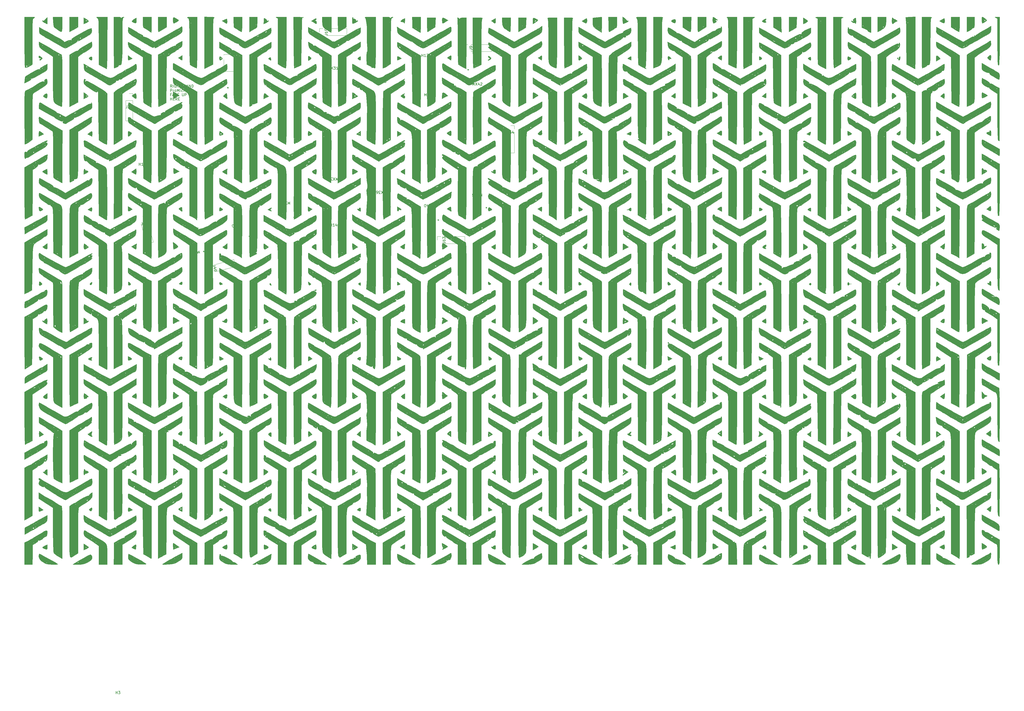
<source format=gbr>
G04 #@! TF.GenerationSoftware,KiCad,Pcbnew,9.0.2*
G04 #@! TF.CreationDate,2025-12-10T20:56:19-05:00*
G04 #@! TF.ProjectId,ThumbsUp,5468756d-6273-4557-902e-6b696361645f,rev?*
G04 #@! TF.SameCoordinates,Original*
G04 #@! TF.FileFunction,Legend,Top*
G04 #@! TF.FilePolarity,Positive*
%FSLAX46Y46*%
G04 Gerber Fmt 4.6, Leading zero omitted, Abs format (unit mm)*
G04 Created by KiCad (PCBNEW 9.0.2) date 2025-12-10 20:56:19*
%MOMM*%
%LPD*%
G01*
G04 APERTURE LIST*
%ADD10C,0.150000*%
%ADD11C,0.120000*%
%ADD12C,0.010000*%
G04 APERTURE END LIST*
D10*
X42658207Y-43789987D02*
X42324874Y-43313796D01*
X42086779Y-43789987D02*
X42086779Y-42789987D01*
X42086779Y-42789987D02*
X42467731Y-42789987D01*
X42467731Y-42789987D02*
X42562969Y-42837606D01*
X42562969Y-42837606D02*
X42610588Y-42885225D01*
X42610588Y-42885225D02*
X42658207Y-42980463D01*
X42658207Y-42980463D02*
X42658207Y-43123320D01*
X42658207Y-43123320D02*
X42610588Y-43218558D01*
X42610588Y-43218558D02*
X42562969Y-43266177D01*
X42562969Y-43266177D02*
X42467731Y-43313796D01*
X42467731Y-43313796D02*
X42086779Y-43313796D01*
X43086779Y-43789987D02*
X43086779Y-42789987D01*
X44086778Y-42837606D02*
X43991540Y-42789987D01*
X43991540Y-42789987D02*
X43848683Y-42789987D01*
X43848683Y-42789987D02*
X43705826Y-42837606D01*
X43705826Y-42837606D02*
X43610588Y-42932844D01*
X43610588Y-42932844D02*
X43562969Y-43028082D01*
X43562969Y-43028082D02*
X43515350Y-43218558D01*
X43515350Y-43218558D02*
X43515350Y-43361415D01*
X43515350Y-43361415D02*
X43562969Y-43551891D01*
X43562969Y-43551891D02*
X43610588Y-43647129D01*
X43610588Y-43647129D02*
X43705826Y-43742368D01*
X43705826Y-43742368D02*
X43848683Y-43789987D01*
X43848683Y-43789987D02*
X43943921Y-43789987D01*
X43943921Y-43789987D02*
X44086778Y-43742368D01*
X44086778Y-43742368D02*
X44134397Y-43694748D01*
X44134397Y-43694748D02*
X44134397Y-43361415D01*
X44134397Y-43361415D02*
X43943921Y-43361415D01*
X44562969Y-43789987D02*
X44562969Y-42789987D01*
X44562969Y-43266177D02*
X45134397Y-43266177D01*
X45134397Y-43789987D02*
X45134397Y-42789987D01*
X45467731Y-42789987D02*
X46039159Y-42789987D01*
X45753445Y-43789987D02*
X45753445Y-42789987D01*
X47134398Y-43789987D02*
X47134398Y-42789987D01*
X47134398Y-43266177D02*
X47705826Y-43266177D01*
X47705826Y-43789987D02*
X47705826Y-42789987D01*
X48134398Y-43504272D02*
X48610588Y-43504272D01*
X48039160Y-43789987D02*
X48372493Y-42789987D01*
X48372493Y-42789987D02*
X48705826Y-43789987D01*
X49039160Y-43789987D02*
X49039160Y-42789987D01*
X49039160Y-42789987D02*
X49610588Y-43789987D01*
X49610588Y-43789987D02*
X49610588Y-42789987D01*
X50086779Y-43789987D02*
X50086779Y-42789987D01*
X50086779Y-42789987D02*
X50324874Y-42789987D01*
X50324874Y-42789987D02*
X50467731Y-42837606D01*
X50467731Y-42837606D02*
X50562969Y-42932844D01*
X50562969Y-42932844D02*
X50610588Y-43028082D01*
X50610588Y-43028082D02*
X50658207Y-43218558D01*
X50658207Y-43218558D02*
X50658207Y-43361415D01*
X50658207Y-43361415D02*
X50610588Y-43551891D01*
X50610588Y-43551891D02*
X50562969Y-43647129D01*
X50562969Y-43647129D02*
X50467731Y-43742368D01*
X50467731Y-43742368D02*
X50324874Y-43789987D01*
X50324874Y-43789987D02*
X50086779Y-43789987D01*
X42086779Y-45399931D02*
X42086779Y-44399931D01*
X42086779Y-44399931D02*
X42467731Y-44399931D01*
X42467731Y-44399931D02*
X42562969Y-44447550D01*
X42562969Y-44447550D02*
X42610588Y-44495169D01*
X42610588Y-44495169D02*
X42658207Y-44590407D01*
X42658207Y-44590407D02*
X42658207Y-44733264D01*
X42658207Y-44733264D02*
X42610588Y-44828502D01*
X42610588Y-44828502D02*
X42562969Y-44876121D01*
X42562969Y-44876121D02*
X42467731Y-44923740D01*
X42467731Y-44923740D02*
X42086779Y-44923740D01*
X43086779Y-45399931D02*
X43086779Y-44733264D01*
X43086779Y-44923740D02*
X43134398Y-44828502D01*
X43134398Y-44828502D02*
X43182017Y-44780883D01*
X43182017Y-44780883D02*
X43277255Y-44733264D01*
X43277255Y-44733264D02*
X43372493Y-44733264D01*
X43848684Y-45399931D02*
X43753446Y-45352312D01*
X43753446Y-45352312D02*
X43705827Y-45304692D01*
X43705827Y-45304692D02*
X43658208Y-45209454D01*
X43658208Y-45209454D02*
X43658208Y-44923740D01*
X43658208Y-44923740D02*
X43705827Y-44828502D01*
X43705827Y-44828502D02*
X43753446Y-44780883D01*
X43753446Y-44780883D02*
X43848684Y-44733264D01*
X43848684Y-44733264D02*
X43991541Y-44733264D01*
X43991541Y-44733264D02*
X44086779Y-44780883D01*
X44086779Y-44780883D02*
X44134398Y-44828502D01*
X44134398Y-44828502D02*
X44182017Y-44923740D01*
X44182017Y-44923740D02*
X44182017Y-45209454D01*
X44182017Y-45209454D02*
X44134398Y-45304692D01*
X44134398Y-45304692D02*
X44086779Y-45352312D01*
X44086779Y-45352312D02*
X43991541Y-45399931D01*
X43991541Y-45399931D02*
X43848684Y-45399931D01*
X44610589Y-45399931D02*
X44610589Y-44399931D01*
X44610589Y-44399931D02*
X44943922Y-45114216D01*
X44943922Y-45114216D02*
X45277255Y-44399931D01*
X45277255Y-44399931D02*
X45277255Y-45399931D01*
X45753446Y-45399931D02*
X45753446Y-44733264D01*
X45753446Y-44399931D02*
X45705827Y-44447550D01*
X45705827Y-44447550D02*
X45753446Y-44495169D01*
X45753446Y-44495169D02*
X45801065Y-44447550D01*
X45801065Y-44447550D02*
X45753446Y-44399931D01*
X45753446Y-44399931D02*
X45753446Y-44495169D01*
X46658207Y-45352312D02*
X46562969Y-45399931D01*
X46562969Y-45399931D02*
X46372493Y-45399931D01*
X46372493Y-45399931D02*
X46277255Y-45352312D01*
X46277255Y-45352312D02*
X46229636Y-45304692D01*
X46229636Y-45304692D02*
X46182017Y-45209454D01*
X46182017Y-45209454D02*
X46182017Y-44923740D01*
X46182017Y-44923740D02*
X46229636Y-44828502D01*
X46229636Y-44828502D02*
X46277255Y-44780883D01*
X46277255Y-44780883D02*
X46372493Y-44733264D01*
X46372493Y-44733264D02*
X46562969Y-44733264D01*
X46562969Y-44733264D02*
X46658207Y-44780883D01*
X47086779Y-45399931D02*
X47086779Y-44733264D01*
X47086779Y-44923740D02*
X47134398Y-44828502D01*
X47134398Y-44828502D02*
X47182017Y-44780883D01*
X47182017Y-44780883D02*
X47277255Y-44733264D01*
X47277255Y-44733264D02*
X47372493Y-44733264D01*
X47848684Y-45399931D02*
X47753446Y-45352312D01*
X47753446Y-45352312D02*
X47705827Y-45304692D01*
X47705827Y-45304692D02*
X47658208Y-45209454D01*
X47658208Y-45209454D02*
X47658208Y-44923740D01*
X47658208Y-44923740D02*
X47705827Y-44828502D01*
X47705827Y-44828502D02*
X47753446Y-44780883D01*
X47753446Y-44780883D02*
X47848684Y-44733264D01*
X47848684Y-44733264D02*
X47991541Y-44733264D01*
X47991541Y-44733264D02*
X48086779Y-44780883D01*
X48086779Y-44780883D02*
X48134398Y-44828502D01*
X48134398Y-44828502D02*
X48182017Y-44923740D01*
X48182017Y-44923740D02*
X48182017Y-45209454D01*
X48182017Y-45209454D02*
X48134398Y-45304692D01*
X48134398Y-45304692D02*
X48086779Y-45352312D01*
X48086779Y-45352312D02*
X47991541Y-45399931D01*
X47991541Y-45399931D02*
X47848684Y-45399931D01*
X42420112Y-46486065D02*
X42086779Y-46486065D01*
X42086779Y-47009875D02*
X42086779Y-46009875D01*
X42086779Y-46009875D02*
X42562969Y-46009875D01*
X42896303Y-46724160D02*
X43372493Y-46724160D01*
X42801065Y-47009875D02*
X43134398Y-46009875D01*
X43134398Y-46009875D02*
X43467731Y-47009875D01*
X44372493Y-46914636D02*
X44324874Y-46962256D01*
X44324874Y-46962256D02*
X44182017Y-47009875D01*
X44182017Y-47009875D02*
X44086779Y-47009875D01*
X44086779Y-47009875D02*
X43943922Y-46962256D01*
X43943922Y-46962256D02*
X43848684Y-46867017D01*
X43848684Y-46867017D02*
X43801065Y-46771779D01*
X43801065Y-46771779D02*
X43753446Y-46581303D01*
X43753446Y-46581303D02*
X43753446Y-46438446D01*
X43753446Y-46438446D02*
X43801065Y-46247970D01*
X43801065Y-46247970D02*
X43848684Y-46152732D01*
X43848684Y-46152732D02*
X43943922Y-46057494D01*
X43943922Y-46057494D02*
X44086779Y-46009875D01*
X44086779Y-46009875D02*
X44182017Y-46009875D01*
X44182017Y-46009875D02*
X44324874Y-46057494D01*
X44324874Y-46057494D02*
X44372493Y-46105113D01*
X44801065Y-46486065D02*
X45134398Y-46486065D01*
X45277255Y-47009875D02*
X44801065Y-47009875D01*
X44801065Y-47009875D02*
X44801065Y-46009875D01*
X44801065Y-46009875D02*
X45277255Y-46009875D01*
X46467732Y-46009875D02*
X46467732Y-46819398D01*
X46467732Y-46819398D02*
X46515351Y-46914636D01*
X46515351Y-46914636D02*
X46562970Y-46962256D01*
X46562970Y-46962256D02*
X46658208Y-47009875D01*
X46658208Y-47009875D02*
X46848684Y-47009875D01*
X46848684Y-47009875D02*
X46943922Y-46962256D01*
X46943922Y-46962256D02*
X46991541Y-46914636D01*
X46991541Y-46914636D02*
X47039160Y-46819398D01*
X47039160Y-46819398D02*
X47039160Y-46009875D01*
X47515351Y-47009875D02*
X47515351Y-46009875D01*
X47515351Y-46009875D02*
X47896303Y-46009875D01*
X47896303Y-46009875D02*
X47991541Y-46057494D01*
X47991541Y-46057494D02*
X48039160Y-46105113D01*
X48039160Y-46105113D02*
X48086779Y-46200351D01*
X48086779Y-46200351D02*
X48086779Y-46343208D01*
X48086779Y-46343208D02*
X48039160Y-46438446D01*
X48039160Y-46438446D02*
X47991541Y-46486065D01*
X47991541Y-46486065D02*
X47896303Y-46533684D01*
X47896303Y-46533684D02*
X47515351Y-46533684D01*
X42086779Y-48619819D02*
X42086779Y-47619819D01*
X42086779Y-48096009D02*
X42658207Y-48096009D01*
X42658207Y-48619819D02*
X42658207Y-47619819D01*
X43134398Y-48096009D02*
X43467731Y-48096009D01*
X43610588Y-48619819D02*
X43134398Y-48619819D01*
X43134398Y-48619819D02*
X43134398Y-47619819D01*
X43134398Y-47619819D02*
X43610588Y-47619819D01*
X44610588Y-48619819D02*
X44277255Y-48143628D01*
X44039160Y-48619819D02*
X44039160Y-47619819D01*
X44039160Y-47619819D02*
X44420112Y-47619819D01*
X44420112Y-47619819D02*
X44515350Y-47667438D01*
X44515350Y-47667438D02*
X44562969Y-47715057D01*
X44562969Y-47715057D02*
X44610588Y-47810295D01*
X44610588Y-47810295D02*
X44610588Y-47953152D01*
X44610588Y-47953152D02*
X44562969Y-48048390D01*
X44562969Y-48048390D02*
X44515350Y-48096009D01*
X44515350Y-48096009D02*
X44420112Y-48143628D01*
X44420112Y-48143628D02*
X44039160Y-48143628D01*
X45039160Y-48096009D02*
X45372493Y-48096009D01*
X45515350Y-48619819D02*
X45039160Y-48619819D01*
X45039160Y-48619819D02*
X45039160Y-47619819D01*
X45039160Y-47619819D02*
X45515350Y-47619819D01*
X81596400Y-38982069D02*
X81596400Y-39220164D01*
X81358305Y-39124926D02*
X81596400Y-39220164D01*
X81596400Y-39220164D02*
X81834495Y-39124926D01*
X81453543Y-39410640D02*
X81596400Y-39220164D01*
X81596400Y-39220164D02*
X81739257Y-39410640D01*
X119238095Y-42034819D02*
X119238095Y-41034819D01*
X119238095Y-41034819D02*
X119571428Y-41749104D01*
X119571428Y-41749104D02*
X119904761Y-41034819D01*
X119904761Y-41034819D02*
X119904761Y-42034819D01*
X120285714Y-41034819D02*
X120952380Y-42034819D01*
X120952380Y-41034819D02*
X120285714Y-42034819D01*
X121238095Y-41034819D02*
X121857142Y-41034819D01*
X121857142Y-41034819D02*
X121523809Y-41415771D01*
X121523809Y-41415771D02*
X121666666Y-41415771D01*
X121666666Y-41415771D02*
X121761904Y-41463390D01*
X121761904Y-41463390D02*
X121809523Y-41511009D01*
X121809523Y-41511009D02*
X121857142Y-41606247D01*
X121857142Y-41606247D02*
X121857142Y-41844342D01*
X121857142Y-41844342D02*
X121809523Y-41939580D01*
X121809523Y-41939580D02*
X121761904Y-41987200D01*
X121761904Y-41987200D02*
X121666666Y-42034819D01*
X121666666Y-42034819D02*
X121380952Y-42034819D01*
X121380952Y-42034819D02*
X121285714Y-41987200D01*
X121285714Y-41987200D02*
X121238095Y-41939580D01*
X122761904Y-41034819D02*
X122285714Y-41034819D01*
X122285714Y-41034819D02*
X122238095Y-41511009D01*
X122238095Y-41511009D02*
X122285714Y-41463390D01*
X122285714Y-41463390D02*
X122380952Y-41415771D01*
X122380952Y-41415771D02*
X122619047Y-41415771D01*
X122619047Y-41415771D02*
X122714285Y-41463390D01*
X122714285Y-41463390D02*
X122761904Y-41511009D01*
X122761904Y-41511009D02*
X122809523Y-41606247D01*
X122809523Y-41606247D02*
X122809523Y-41844342D01*
X122809523Y-41844342D02*
X122761904Y-41939580D01*
X122761904Y-41939580D02*
X122714285Y-41987200D01*
X122714285Y-41987200D02*
X122619047Y-42034819D01*
X122619047Y-42034819D02*
X122380952Y-42034819D01*
X122380952Y-42034819D02*
X122285714Y-41987200D01*
X122285714Y-41987200D02*
X122238095Y-41939580D01*
X117596400Y-35954819D02*
X117596400Y-36192914D01*
X117358305Y-36097676D02*
X117596400Y-36192914D01*
X117596400Y-36192914D02*
X117834495Y-36097676D01*
X117453543Y-36383390D02*
X117596400Y-36192914D01*
X117596400Y-36192914D02*
X117739257Y-36383390D01*
X63596400Y-43652069D02*
X63596400Y-43890164D01*
X63358305Y-43794926D02*
X63596400Y-43890164D01*
X63596400Y-43890164D02*
X63834495Y-43794926D01*
X63453543Y-44080640D02*
X63596400Y-43890164D01*
X63596400Y-43890164D02*
X63739257Y-44080640D01*
X136161905Y-32254819D02*
X136161905Y-31254819D01*
X136161905Y-31731009D02*
X136733333Y-31731009D01*
X136733333Y-32254819D02*
X136733333Y-31254819D01*
X137733333Y-32254819D02*
X137161905Y-32254819D01*
X137447619Y-32254819D02*
X137447619Y-31254819D01*
X137447619Y-31254819D02*
X137352381Y-31397676D01*
X137352381Y-31397676D02*
X137257143Y-31492914D01*
X137257143Y-31492914D02*
X137161905Y-31540533D01*
X138066667Y-31254819D02*
X138685714Y-31254819D01*
X138685714Y-31254819D02*
X138352381Y-31635771D01*
X138352381Y-31635771D02*
X138495238Y-31635771D01*
X138495238Y-31635771D02*
X138590476Y-31683390D01*
X138590476Y-31683390D02*
X138638095Y-31731009D01*
X138638095Y-31731009D02*
X138685714Y-31826247D01*
X138685714Y-31826247D02*
X138685714Y-32064342D01*
X138685714Y-32064342D02*
X138638095Y-32159580D01*
X138638095Y-32159580D02*
X138590476Y-32207200D01*
X138590476Y-32207200D02*
X138495238Y-32254819D01*
X138495238Y-32254819D02*
X138209524Y-32254819D01*
X138209524Y-32254819D02*
X138114286Y-32207200D01*
X138114286Y-32207200D02*
X138066667Y-32159580D01*
X144044819Y-101809523D02*
X144759104Y-101809523D01*
X144759104Y-101809523D02*
X144901961Y-101857142D01*
X144901961Y-101857142D02*
X144997200Y-101952380D01*
X144997200Y-101952380D02*
X145044819Y-102095237D01*
X145044819Y-102095237D02*
X145044819Y-102190475D01*
X145044819Y-100809523D02*
X145044819Y-101380951D01*
X145044819Y-101095237D02*
X144044819Y-101095237D01*
X144044819Y-101095237D02*
X144187676Y-101190475D01*
X144187676Y-101190475D02*
X144282914Y-101285713D01*
X144282914Y-101285713D02*
X144330533Y-101380951D01*
X144044819Y-100476189D02*
X144044819Y-99857142D01*
X144044819Y-99857142D02*
X144425771Y-100190475D01*
X144425771Y-100190475D02*
X144425771Y-100047618D01*
X144425771Y-100047618D02*
X144473390Y-99952380D01*
X144473390Y-99952380D02*
X144521009Y-99904761D01*
X144521009Y-99904761D02*
X144616247Y-99857142D01*
X144616247Y-99857142D02*
X144854342Y-99857142D01*
X144854342Y-99857142D02*
X144949580Y-99904761D01*
X144949580Y-99904761D02*
X144997200Y-99952380D01*
X144997200Y-99952380D02*
X145044819Y-100047618D01*
X145044819Y-100047618D02*
X145044819Y-100333332D01*
X145044819Y-100333332D02*
X144997200Y-100428570D01*
X144997200Y-100428570D02*
X144949580Y-100476189D01*
X99884819Y-23809523D02*
X100599104Y-23809523D01*
X100599104Y-23809523D02*
X100741961Y-23857142D01*
X100741961Y-23857142D02*
X100837200Y-23952380D01*
X100837200Y-23952380D02*
X100884819Y-24095237D01*
X100884819Y-24095237D02*
X100884819Y-24190475D01*
X100884819Y-22809523D02*
X100884819Y-23380951D01*
X100884819Y-23095237D02*
X99884819Y-23095237D01*
X99884819Y-23095237D02*
X100027676Y-23190475D01*
X100027676Y-23190475D02*
X100122914Y-23285713D01*
X100122914Y-23285713D02*
X100170533Y-23380951D01*
X100884819Y-22333332D02*
X100884819Y-22142856D01*
X100884819Y-22142856D02*
X100837200Y-22047618D01*
X100837200Y-22047618D02*
X100789580Y-21999999D01*
X100789580Y-21999999D02*
X100646723Y-21904761D01*
X100646723Y-21904761D02*
X100456247Y-21857142D01*
X100456247Y-21857142D02*
X100075295Y-21857142D01*
X100075295Y-21857142D02*
X99980057Y-21904761D01*
X99980057Y-21904761D02*
X99932438Y-21952380D01*
X99932438Y-21952380D02*
X99884819Y-22047618D01*
X99884819Y-22047618D02*
X99884819Y-22238094D01*
X99884819Y-22238094D02*
X99932438Y-22333332D01*
X99932438Y-22333332D02*
X99980057Y-22380951D01*
X99980057Y-22380951D02*
X100075295Y-22428570D01*
X100075295Y-22428570D02*
X100313390Y-22428570D01*
X100313390Y-22428570D02*
X100408628Y-22380951D01*
X100408628Y-22380951D02*
X100456247Y-22333332D01*
X100456247Y-22333332D02*
X100503866Y-22238094D01*
X100503866Y-22238094D02*
X100503866Y-22047618D01*
X100503866Y-22047618D02*
X100456247Y-21952380D01*
X100456247Y-21952380D02*
X100408628Y-21904761D01*
X100408628Y-21904761D02*
X100313390Y-21857142D01*
X25790476Y-50554819D02*
X25790476Y-51269104D01*
X25790476Y-51269104D02*
X25742857Y-51411961D01*
X25742857Y-51411961D02*
X25647619Y-51507200D01*
X25647619Y-51507200D02*
X25504762Y-51554819D01*
X25504762Y-51554819D02*
X25409524Y-51554819D01*
X26171429Y-50554819D02*
X26790476Y-50554819D01*
X26790476Y-50554819D02*
X26457143Y-50935771D01*
X26457143Y-50935771D02*
X26600000Y-50935771D01*
X26600000Y-50935771D02*
X26695238Y-50983390D01*
X26695238Y-50983390D02*
X26742857Y-51031009D01*
X26742857Y-51031009D02*
X26790476Y-51126247D01*
X26790476Y-51126247D02*
X26790476Y-51364342D01*
X26790476Y-51364342D02*
X26742857Y-51459580D01*
X26742857Y-51459580D02*
X26695238Y-51507200D01*
X26695238Y-51507200D02*
X26600000Y-51554819D01*
X26600000Y-51554819D02*
X26314286Y-51554819D01*
X26314286Y-51554819D02*
X26219048Y-51507200D01*
X26219048Y-51507200D02*
X26171429Y-51459580D01*
X27361905Y-50983390D02*
X27266667Y-50935771D01*
X27266667Y-50935771D02*
X27219048Y-50888152D01*
X27219048Y-50888152D02*
X27171429Y-50792914D01*
X27171429Y-50792914D02*
X27171429Y-50745295D01*
X27171429Y-50745295D02*
X27219048Y-50650057D01*
X27219048Y-50650057D02*
X27266667Y-50602438D01*
X27266667Y-50602438D02*
X27361905Y-50554819D01*
X27361905Y-50554819D02*
X27552381Y-50554819D01*
X27552381Y-50554819D02*
X27647619Y-50602438D01*
X27647619Y-50602438D02*
X27695238Y-50650057D01*
X27695238Y-50650057D02*
X27742857Y-50745295D01*
X27742857Y-50745295D02*
X27742857Y-50792914D01*
X27742857Y-50792914D02*
X27695238Y-50888152D01*
X27695238Y-50888152D02*
X27647619Y-50935771D01*
X27647619Y-50935771D02*
X27552381Y-50983390D01*
X27552381Y-50983390D02*
X27361905Y-50983390D01*
X27361905Y-50983390D02*
X27266667Y-51031009D01*
X27266667Y-51031009D02*
X27219048Y-51078628D01*
X27219048Y-51078628D02*
X27171429Y-51173866D01*
X27171429Y-51173866D02*
X27171429Y-51364342D01*
X27171429Y-51364342D02*
X27219048Y-51459580D01*
X27219048Y-51459580D02*
X27266667Y-51507200D01*
X27266667Y-51507200D02*
X27361905Y-51554819D01*
X27361905Y-51554819D02*
X27552381Y-51554819D01*
X27552381Y-51554819D02*
X27647619Y-51507200D01*
X27647619Y-51507200D02*
X27695238Y-51459580D01*
X27695238Y-51459580D02*
X27742857Y-51364342D01*
X27742857Y-51364342D02*
X27742857Y-51173866D01*
X27742857Y-51173866D02*
X27695238Y-51078628D01*
X27695238Y-51078628D02*
X27647619Y-51031009D01*
X27647619Y-51031009D02*
X27552381Y-50983390D01*
X101961905Y-95854819D02*
X101961905Y-94854819D01*
X101961905Y-95331009D02*
X102533333Y-95331009D01*
X102533333Y-95854819D02*
X102533333Y-94854819D01*
X103533333Y-95854819D02*
X102961905Y-95854819D01*
X103247619Y-95854819D02*
X103247619Y-94854819D01*
X103247619Y-94854819D02*
X103152381Y-94997676D01*
X103152381Y-94997676D02*
X103057143Y-95092914D01*
X103057143Y-95092914D02*
X102961905Y-95140533D01*
X104390476Y-95188152D02*
X104390476Y-95854819D01*
X104152381Y-94807200D02*
X103914286Y-95521485D01*
X103914286Y-95521485D02*
X104533333Y-95521485D01*
X59007930Y-110670824D02*
X58317983Y-110855694D01*
X58317983Y-110855694D02*
X58167669Y-110846672D01*
X58167669Y-110846672D02*
X58051026Y-110779329D01*
X58051026Y-110779329D02*
X57968056Y-110653664D01*
X57968056Y-110653664D02*
X57943406Y-110561671D01*
X58920124Y-111631030D02*
X58276174Y-111803576D01*
X59226472Y-111302450D02*
X58474902Y-111257338D01*
X58474902Y-111257338D02*
X58635123Y-111855292D01*
X59426970Y-112234704D02*
X59451620Y-112326697D01*
X59451620Y-112326697D02*
X59430273Y-112431014D01*
X59430273Y-112431014D02*
X59396601Y-112489336D01*
X59396601Y-112489336D02*
X59316933Y-112559982D01*
X59316933Y-112559982D02*
X59145271Y-112655277D01*
X59145271Y-112655277D02*
X58915289Y-112716900D01*
X58915289Y-112716900D02*
X58718979Y-112720203D01*
X58718979Y-112720203D02*
X58614661Y-112698856D01*
X58614661Y-112698856D02*
X58556340Y-112665184D01*
X58556340Y-112665184D02*
X58485694Y-112585516D01*
X58485694Y-112585516D02*
X58461044Y-112493523D01*
X58461044Y-112493523D02*
X58482391Y-112389205D01*
X58482391Y-112389205D02*
X58516063Y-112330884D01*
X58516063Y-112330884D02*
X58595731Y-112260238D01*
X58595731Y-112260238D02*
X58767393Y-112164943D01*
X58767393Y-112164943D02*
X58997375Y-112103319D01*
X58997375Y-112103319D02*
X59193685Y-112100017D01*
X59193685Y-112100017D02*
X59298003Y-112121364D01*
X59298003Y-112121364D02*
X59356324Y-112155036D01*
X59356324Y-112155036D02*
X59426970Y-112234704D01*
X86761904Y-86625180D02*
X86761904Y-87625180D01*
X86761904Y-87625180D02*
X86428571Y-86910895D01*
X86428571Y-86910895D02*
X86095238Y-87625180D01*
X86095238Y-87625180D02*
X86095238Y-86625180D01*
X85714285Y-87625180D02*
X85047619Y-86625180D01*
X85047619Y-87625180D02*
X85714285Y-86625180D01*
X84714285Y-87529942D02*
X84666666Y-87577561D01*
X84666666Y-87577561D02*
X84571428Y-87625180D01*
X84571428Y-87625180D02*
X84333333Y-87625180D01*
X84333333Y-87625180D02*
X84238095Y-87577561D01*
X84238095Y-87577561D02*
X84190476Y-87529942D01*
X84190476Y-87529942D02*
X84142857Y-87434704D01*
X84142857Y-87434704D02*
X84142857Y-87339466D01*
X84142857Y-87339466D02*
X84190476Y-87196609D01*
X84190476Y-87196609D02*
X84761904Y-86625180D01*
X84761904Y-86625180D02*
X84142857Y-86625180D01*
X83571428Y-87196609D02*
X83666666Y-87244228D01*
X83666666Y-87244228D02*
X83714285Y-87291847D01*
X83714285Y-87291847D02*
X83761904Y-87387085D01*
X83761904Y-87387085D02*
X83761904Y-87434704D01*
X83761904Y-87434704D02*
X83714285Y-87529942D01*
X83714285Y-87529942D02*
X83666666Y-87577561D01*
X83666666Y-87577561D02*
X83571428Y-87625180D01*
X83571428Y-87625180D02*
X83380952Y-87625180D01*
X83380952Y-87625180D02*
X83285714Y-87577561D01*
X83285714Y-87577561D02*
X83238095Y-87529942D01*
X83238095Y-87529942D02*
X83190476Y-87434704D01*
X83190476Y-87434704D02*
X83190476Y-87387085D01*
X83190476Y-87387085D02*
X83238095Y-87291847D01*
X83238095Y-87291847D02*
X83285714Y-87244228D01*
X83285714Y-87244228D02*
X83380952Y-87196609D01*
X83380952Y-87196609D02*
X83571428Y-87196609D01*
X83571428Y-87196609D02*
X83666666Y-87148990D01*
X83666666Y-87148990D02*
X83714285Y-87101371D01*
X83714285Y-87101371D02*
X83761904Y-87006133D01*
X83761904Y-87006133D02*
X83761904Y-86815657D01*
X83761904Y-86815657D02*
X83714285Y-86720419D01*
X83714285Y-86720419D02*
X83666666Y-86672800D01*
X83666666Y-86672800D02*
X83571428Y-86625180D01*
X83571428Y-86625180D02*
X83380952Y-86625180D01*
X83380952Y-86625180D02*
X83285714Y-86672800D01*
X83285714Y-86672800D02*
X83238095Y-86720419D01*
X83238095Y-86720419D02*
X83190476Y-86815657D01*
X83190476Y-86815657D02*
X83190476Y-87006133D01*
X83190476Y-87006133D02*
X83238095Y-87101371D01*
X83238095Y-87101371D02*
X83285714Y-87148990D01*
X83285714Y-87148990D02*
X83380952Y-87196609D01*
X88403599Y-92705180D02*
X88403599Y-92467085D01*
X88641694Y-92562323D02*
X88403599Y-92467085D01*
X88403599Y-92467085D02*
X88165504Y-92562323D01*
X88546456Y-92276609D02*
X88403599Y-92467085D01*
X88403599Y-92467085D02*
X88260742Y-92276609D01*
X68545699Y-94408329D02*
X68804518Y-95374254D01*
X68804518Y-95374254D02*
X68297672Y-94770580D01*
X68297672Y-94770580D02*
X68160567Y-95546800D01*
X68160567Y-95546800D02*
X67901748Y-94580875D01*
X67792596Y-95645398D02*
X66889826Y-94852018D01*
X67148645Y-95817944D02*
X67533777Y-94679472D01*
X66872666Y-95891892D02*
X66274712Y-96052114D01*
X66274712Y-96052114D02*
X66498090Y-95597869D01*
X66498090Y-95597869D02*
X66360101Y-95634843D01*
X66360101Y-95634843D02*
X66255783Y-95613496D01*
X66255783Y-95613496D02*
X66197462Y-95579824D01*
X66197462Y-95579824D02*
X66126816Y-95500156D01*
X66126816Y-95500156D02*
X66065192Y-95270174D01*
X66065192Y-95270174D02*
X66086539Y-95165856D01*
X66086539Y-95165856D02*
X66120211Y-95107535D01*
X66120211Y-95107535D02*
X66199879Y-95036889D01*
X66199879Y-95036889D02*
X66475858Y-94962941D01*
X66475858Y-94962941D02*
X66580176Y-94984288D01*
X66580176Y-94984288D02*
X66638497Y-95017960D01*
X65676758Y-96212335D02*
X65584765Y-96236984D01*
X65584765Y-96236984D02*
X65480448Y-96215637D01*
X65480448Y-96215637D02*
X65422126Y-96181966D01*
X65422126Y-96181966D02*
X65351481Y-96102297D01*
X65351481Y-96102297D02*
X65256185Y-95930636D01*
X65256185Y-95930636D02*
X65194562Y-95700654D01*
X65194562Y-95700654D02*
X65191259Y-95504343D01*
X65191259Y-95504343D02*
X65212606Y-95400026D01*
X65212606Y-95400026D02*
X65246278Y-95341705D01*
X65246278Y-95341705D02*
X65325946Y-95271059D01*
X65325946Y-95271059D02*
X65417939Y-95246409D01*
X65417939Y-95246409D02*
X65522257Y-95267756D01*
X65522257Y-95267756D02*
X65580578Y-95301428D01*
X65580578Y-95301428D02*
X65651224Y-95381096D01*
X65651224Y-95381096D02*
X65746519Y-95552757D01*
X65746519Y-95552757D02*
X65808143Y-95782740D01*
X65808143Y-95782740D02*
X65811445Y-95979050D01*
X65811445Y-95979050D02*
X65790098Y-96083368D01*
X65790098Y-96083368D02*
X65756426Y-96141689D01*
X65756426Y-96141689D02*
X65676758Y-96212335D01*
X71705074Y-99856255D02*
X71643451Y-99626273D01*
X71898083Y-99656642D02*
X71643451Y-99626273D01*
X71643451Y-99626273D02*
X71438118Y-99779889D01*
X71732141Y-99405313D02*
X71643451Y-99626273D01*
X71643451Y-99626273D02*
X71456162Y-99479261D01*
X158761904Y-83625180D02*
X158761904Y-84625180D01*
X158761904Y-84625180D02*
X158428571Y-83910895D01*
X158428571Y-83910895D02*
X158095238Y-84625180D01*
X158095238Y-84625180D02*
X158095238Y-83625180D01*
X157714285Y-84625180D02*
X157047619Y-83625180D01*
X157047619Y-84625180D02*
X157714285Y-83625180D01*
X156238095Y-84291847D02*
X156238095Y-83625180D01*
X156476190Y-84672800D02*
X156714285Y-83958514D01*
X156714285Y-83958514D02*
X156095238Y-83958514D01*
X155809523Y-84625180D02*
X155190476Y-84625180D01*
X155190476Y-84625180D02*
X155523809Y-84244228D01*
X155523809Y-84244228D02*
X155380952Y-84244228D01*
X155380952Y-84244228D02*
X155285714Y-84196609D01*
X155285714Y-84196609D02*
X155238095Y-84148990D01*
X155238095Y-84148990D02*
X155190476Y-84053752D01*
X155190476Y-84053752D02*
X155190476Y-83815657D01*
X155190476Y-83815657D02*
X155238095Y-83720419D01*
X155238095Y-83720419D02*
X155285714Y-83672800D01*
X155285714Y-83672800D02*
X155380952Y-83625180D01*
X155380952Y-83625180D02*
X155666666Y-83625180D01*
X155666666Y-83625180D02*
X155761904Y-83672800D01*
X155761904Y-83672800D02*
X155809523Y-83720419D01*
X160403600Y-88614819D02*
X160403600Y-88852914D01*
X160165505Y-88757676D02*
X160403600Y-88852914D01*
X160403600Y-88852914D02*
X160641695Y-88757676D01*
X160260743Y-89043390D02*
X160403600Y-88852914D01*
X160403600Y-88852914D02*
X160546457Y-89043390D01*
X52746307Y-104990853D02*
X53005126Y-105956778D01*
X53005126Y-105956778D02*
X52498280Y-105353104D01*
X52498280Y-105353104D02*
X52361175Y-106129324D01*
X52361175Y-106129324D02*
X52102356Y-105163399D01*
X51993204Y-106227922D02*
X51090434Y-105434542D01*
X51349253Y-106400468D02*
X51734385Y-105261996D01*
X51002629Y-106394748D02*
X50968957Y-106453069D01*
X50968957Y-106453069D02*
X50889289Y-106523715D01*
X50889289Y-106523715D02*
X50659306Y-106585339D01*
X50659306Y-106585339D02*
X50554989Y-106563992D01*
X50554989Y-106563992D02*
X50496667Y-106530320D01*
X50496667Y-106530320D02*
X50426022Y-106450652D01*
X50426022Y-106450652D02*
X50401372Y-106358659D01*
X50401372Y-106358659D02*
X50410394Y-106208345D01*
X50410394Y-106208345D02*
X50814455Y-105508491D01*
X50814455Y-105508491D02*
X50216501Y-105668712D01*
X49647384Y-106856483D02*
X49831370Y-106807184D01*
X49831370Y-106807184D02*
X49911038Y-106736538D01*
X49911038Y-106736538D02*
X49944710Y-106678217D01*
X49944710Y-106678217D02*
X49999729Y-106515578D01*
X49999729Y-106515578D02*
X49996426Y-106319267D01*
X49996426Y-106319267D02*
X49897828Y-105951296D01*
X49897828Y-105951296D02*
X49827183Y-105871627D01*
X49827183Y-105871627D02*
X49768861Y-105837956D01*
X49768861Y-105837956D02*
X49664544Y-105816609D01*
X49664544Y-105816609D02*
X49480558Y-105865907D01*
X49480558Y-105865907D02*
X49400890Y-105936553D01*
X49400890Y-105936553D02*
X49367218Y-105994874D01*
X49367218Y-105994874D02*
X49345871Y-106099192D01*
X49345871Y-106099192D02*
X49407494Y-106329174D01*
X49407494Y-106329174D02*
X49478140Y-106408843D01*
X49478140Y-106408843D02*
X49536461Y-106442514D01*
X49536461Y-106442514D02*
X49640779Y-106463861D01*
X49640779Y-106463861D02*
X49824765Y-106414563D01*
X49824765Y-106414563D02*
X49904433Y-106343917D01*
X49904433Y-106343917D02*
X49938105Y-106285596D01*
X49938105Y-106285596D02*
X49959452Y-106181278D01*
X54590881Y-105531877D02*
X54529258Y-105301895D01*
X54783890Y-105332264D02*
X54529258Y-105301895D01*
X54529258Y-105301895D02*
X54323925Y-105455511D01*
X54617948Y-105080935D02*
X54529258Y-105301895D01*
X54529258Y-105301895D02*
X54341969Y-105154883D01*
X30261905Y-73054819D02*
X30261905Y-72054819D01*
X30261905Y-72531009D02*
X30833333Y-72531009D01*
X30833333Y-73054819D02*
X30833333Y-72054819D01*
X31833333Y-73054819D02*
X31261905Y-73054819D01*
X31547619Y-73054819D02*
X31547619Y-72054819D01*
X31547619Y-72054819D02*
X31452381Y-72197676D01*
X31452381Y-72197676D02*
X31357143Y-72292914D01*
X31357143Y-72292914D02*
X31261905Y-72340533D01*
X32214286Y-72150057D02*
X32261905Y-72102438D01*
X32261905Y-72102438D02*
X32357143Y-72054819D01*
X32357143Y-72054819D02*
X32595238Y-72054819D01*
X32595238Y-72054819D02*
X32690476Y-72102438D01*
X32690476Y-72102438D02*
X32738095Y-72150057D01*
X32738095Y-72150057D02*
X32785714Y-72245295D01*
X32785714Y-72245295D02*
X32785714Y-72340533D01*
X32785714Y-72340533D02*
X32738095Y-72483390D01*
X32738095Y-72483390D02*
X32166667Y-73054819D01*
X32166667Y-73054819D02*
X32785714Y-73054819D01*
X168690476Y-60124819D02*
X168690476Y-60839104D01*
X168690476Y-60839104D02*
X168642857Y-60981961D01*
X168642857Y-60981961D02*
X168547619Y-61077200D01*
X168547619Y-61077200D02*
X168404762Y-61124819D01*
X168404762Y-61124819D02*
X168309524Y-61124819D01*
X169071429Y-60124819D02*
X169690476Y-60124819D01*
X169690476Y-60124819D02*
X169357143Y-60505771D01*
X169357143Y-60505771D02*
X169500000Y-60505771D01*
X169500000Y-60505771D02*
X169595238Y-60553390D01*
X169595238Y-60553390D02*
X169642857Y-60601009D01*
X169642857Y-60601009D02*
X169690476Y-60696247D01*
X169690476Y-60696247D02*
X169690476Y-60934342D01*
X169690476Y-60934342D02*
X169642857Y-61029580D01*
X169642857Y-61029580D02*
X169595238Y-61077200D01*
X169595238Y-61077200D02*
X169500000Y-61124819D01*
X169500000Y-61124819D02*
X169214286Y-61124819D01*
X169214286Y-61124819D02*
X169119048Y-61077200D01*
X169119048Y-61077200D02*
X169071429Y-61029580D01*
X170547619Y-60458152D02*
X170547619Y-61124819D01*
X170309524Y-60077200D02*
X170071429Y-60791485D01*
X170071429Y-60791485D02*
X170690476Y-60791485D01*
X155238095Y-43034819D02*
X155238095Y-42034819D01*
X155238095Y-42034819D02*
X155571428Y-42749104D01*
X155571428Y-42749104D02*
X155904761Y-42034819D01*
X155904761Y-42034819D02*
X155904761Y-43034819D01*
X156285714Y-42034819D02*
X156952380Y-43034819D01*
X156952380Y-42034819D02*
X156285714Y-43034819D01*
X157761904Y-42368152D02*
X157761904Y-43034819D01*
X157523809Y-41987200D02*
X157285714Y-42701485D01*
X157285714Y-42701485D02*
X157904761Y-42701485D01*
X158238095Y-42130057D02*
X158285714Y-42082438D01*
X158285714Y-42082438D02*
X158380952Y-42034819D01*
X158380952Y-42034819D02*
X158619047Y-42034819D01*
X158619047Y-42034819D02*
X158714285Y-42082438D01*
X158714285Y-42082438D02*
X158761904Y-42130057D01*
X158761904Y-42130057D02*
X158809523Y-42225295D01*
X158809523Y-42225295D02*
X158809523Y-42320533D01*
X158809523Y-42320533D02*
X158761904Y-42463390D01*
X158761904Y-42463390D02*
X158190476Y-43034819D01*
X158190476Y-43034819D02*
X158809523Y-43034819D01*
X153596400Y-36954819D02*
X153596400Y-37192914D01*
X153358305Y-37097676D02*
X153596400Y-37192914D01*
X153596400Y-37192914D02*
X153834495Y-37097676D01*
X153453543Y-37383390D02*
X153596400Y-37192914D01*
X153596400Y-37192914D02*
X153739257Y-37383390D01*
X137238095Y-47034819D02*
X137238095Y-46034819D01*
X137238095Y-46034819D02*
X137571428Y-46749104D01*
X137571428Y-46749104D02*
X137904761Y-46034819D01*
X137904761Y-46034819D02*
X137904761Y-47034819D01*
X138285714Y-46034819D02*
X138952380Y-47034819D01*
X138952380Y-46034819D02*
X138285714Y-47034819D01*
X139238095Y-46034819D02*
X139857142Y-46034819D01*
X139857142Y-46034819D02*
X139523809Y-46415771D01*
X139523809Y-46415771D02*
X139666666Y-46415771D01*
X139666666Y-46415771D02*
X139761904Y-46463390D01*
X139761904Y-46463390D02*
X139809523Y-46511009D01*
X139809523Y-46511009D02*
X139857142Y-46606247D01*
X139857142Y-46606247D02*
X139857142Y-46844342D01*
X139857142Y-46844342D02*
X139809523Y-46939580D01*
X139809523Y-46939580D02*
X139761904Y-46987200D01*
X139761904Y-46987200D02*
X139666666Y-47034819D01*
X139666666Y-47034819D02*
X139380952Y-47034819D01*
X139380952Y-47034819D02*
X139285714Y-46987200D01*
X139285714Y-46987200D02*
X139238095Y-46939580D01*
X140333333Y-47034819D02*
X140523809Y-47034819D01*
X140523809Y-47034819D02*
X140619047Y-46987200D01*
X140619047Y-46987200D02*
X140666666Y-46939580D01*
X140666666Y-46939580D02*
X140761904Y-46796723D01*
X140761904Y-46796723D02*
X140809523Y-46606247D01*
X140809523Y-46606247D02*
X140809523Y-46225295D01*
X140809523Y-46225295D02*
X140761904Y-46130057D01*
X140761904Y-46130057D02*
X140714285Y-46082438D01*
X140714285Y-46082438D02*
X140619047Y-46034819D01*
X140619047Y-46034819D02*
X140428571Y-46034819D01*
X140428571Y-46034819D02*
X140333333Y-46082438D01*
X140333333Y-46082438D02*
X140285714Y-46130057D01*
X140285714Y-46130057D02*
X140238095Y-46225295D01*
X140238095Y-46225295D02*
X140238095Y-46463390D01*
X140238095Y-46463390D02*
X140285714Y-46558628D01*
X140285714Y-46558628D02*
X140333333Y-46606247D01*
X140333333Y-46606247D02*
X140428571Y-46653866D01*
X140428571Y-46653866D02*
X140619047Y-46653866D01*
X140619047Y-46653866D02*
X140714285Y-46606247D01*
X140714285Y-46606247D02*
X140761904Y-46558628D01*
X140761904Y-46558628D02*
X140809523Y-46463390D01*
X135596400Y-40954819D02*
X135596400Y-41192914D01*
X135358305Y-41097676D02*
X135596400Y-41192914D01*
X135596400Y-41192914D02*
X135834495Y-41097676D01*
X135453543Y-41383390D02*
X135596400Y-41192914D01*
X135596400Y-41192914D02*
X135739257Y-41383390D01*
X31433457Y-94349286D02*
X31618327Y-95039233D01*
X31618327Y-95039233D02*
X31609305Y-95189547D01*
X31609305Y-95189547D02*
X31541962Y-95306190D01*
X31541962Y-95306190D02*
X31416297Y-95389160D01*
X31416297Y-95389160D02*
X31324304Y-95413810D01*
X32393663Y-94437092D02*
X32566209Y-95081042D01*
X32065083Y-94130744D02*
X32019971Y-94882314D01*
X32019971Y-94882314D02*
X32617925Y-94722093D01*
X32721358Y-94004194D02*
X33365309Y-93831648D01*
X33365309Y-93831648D02*
X33210159Y-94908496D01*
X154104819Y-29333333D02*
X154819104Y-29333333D01*
X154819104Y-29333333D02*
X154961961Y-29380952D01*
X154961961Y-29380952D02*
X155057200Y-29476190D01*
X155057200Y-29476190D02*
X155104819Y-29619047D01*
X155104819Y-29619047D02*
X155104819Y-29714285D01*
X155104819Y-28809523D02*
X155104819Y-28619047D01*
X155104819Y-28619047D02*
X155057200Y-28523809D01*
X155057200Y-28523809D02*
X155009580Y-28476190D01*
X155009580Y-28476190D02*
X154866723Y-28380952D01*
X154866723Y-28380952D02*
X154676247Y-28333333D01*
X154676247Y-28333333D02*
X154295295Y-28333333D01*
X154295295Y-28333333D02*
X154200057Y-28380952D01*
X154200057Y-28380952D02*
X154152438Y-28428571D01*
X154152438Y-28428571D02*
X154104819Y-28523809D01*
X154104819Y-28523809D02*
X154104819Y-28714285D01*
X154104819Y-28714285D02*
X154152438Y-28809523D01*
X154152438Y-28809523D02*
X154200057Y-28857142D01*
X154200057Y-28857142D02*
X154295295Y-28904761D01*
X154295295Y-28904761D02*
X154533390Y-28904761D01*
X154533390Y-28904761D02*
X154628628Y-28857142D01*
X154628628Y-28857142D02*
X154676247Y-28809523D01*
X154676247Y-28809523D02*
X154723866Y-28714285D01*
X154723866Y-28714285D02*
X154723866Y-28523809D01*
X154723866Y-28523809D02*
X154676247Y-28428571D01*
X154676247Y-28428571D02*
X154628628Y-28380952D01*
X154628628Y-28380952D02*
X154533390Y-28333333D01*
X140761904Y-87625180D02*
X140761904Y-88625180D01*
X140761904Y-88625180D02*
X140428571Y-87910895D01*
X140428571Y-87910895D02*
X140095238Y-88625180D01*
X140095238Y-88625180D02*
X140095238Y-87625180D01*
X139714285Y-88625180D02*
X139047619Y-87625180D01*
X139047619Y-88625180D02*
X139714285Y-87625180D01*
X138238095Y-88291847D02*
X138238095Y-87625180D01*
X138476190Y-88672800D02*
X138714285Y-87958514D01*
X138714285Y-87958514D02*
X138095238Y-87958514D01*
X137523809Y-88625180D02*
X137428571Y-88625180D01*
X137428571Y-88625180D02*
X137333333Y-88577561D01*
X137333333Y-88577561D02*
X137285714Y-88529942D01*
X137285714Y-88529942D02*
X137238095Y-88434704D01*
X137238095Y-88434704D02*
X137190476Y-88244228D01*
X137190476Y-88244228D02*
X137190476Y-88006133D01*
X137190476Y-88006133D02*
X137238095Y-87815657D01*
X137238095Y-87815657D02*
X137285714Y-87720419D01*
X137285714Y-87720419D02*
X137333333Y-87672800D01*
X137333333Y-87672800D02*
X137428571Y-87625180D01*
X137428571Y-87625180D02*
X137523809Y-87625180D01*
X137523809Y-87625180D02*
X137619047Y-87672800D01*
X137619047Y-87672800D02*
X137666666Y-87720419D01*
X137666666Y-87720419D02*
X137714285Y-87815657D01*
X137714285Y-87815657D02*
X137761904Y-88006133D01*
X137761904Y-88006133D02*
X137761904Y-88244228D01*
X137761904Y-88244228D02*
X137714285Y-88434704D01*
X137714285Y-88434704D02*
X137666666Y-88529942D01*
X137666666Y-88529942D02*
X137619047Y-88577561D01*
X137619047Y-88577561D02*
X137523809Y-88625180D01*
X142403599Y-93705180D02*
X142403599Y-93467085D01*
X142641694Y-93562323D02*
X142403599Y-93467085D01*
X142403599Y-93467085D02*
X142165504Y-93562323D01*
X142546456Y-93276609D02*
X142403599Y-93467085D01*
X142403599Y-93467085D02*
X142260742Y-93276609D01*
X104761904Y-77625180D02*
X104761904Y-78625180D01*
X104761904Y-78625180D02*
X104428571Y-77910895D01*
X104428571Y-77910895D02*
X104095238Y-78625180D01*
X104095238Y-78625180D02*
X104095238Y-77625180D01*
X103714285Y-78625180D02*
X103047619Y-77625180D01*
X103047619Y-78625180D02*
X103714285Y-77625180D01*
X102761904Y-78625180D02*
X102142857Y-78625180D01*
X102142857Y-78625180D02*
X102476190Y-78244228D01*
X102476190Y-78244228D02*
X102333333Y-78244228D01*
X102333333Y-78244228D02*
X102238095Y-78196609D01*
X102238095Y-78196609D02*
X102190476Y-78148990D01*
X102190476Y-78148990D02*
X102142857Y-78053752D01*
X102142857Y-78053752D02*
X102142857Y-77815657D01*
X102142857Y-77815657D02*
X102190476Y-77720419D01*
X102190476Y-77720419D02*
X102238095Y-77672800D01*
X102238095Y-77672800D02*
X102333333Y-77625180D01*
X102333333Y-77625180D02*
X102619047Y-77625180D01*
X102619047Y-77625180D02*
X102714285Y-77672800D01*
X102714285Y-77672800D02*
X102761904Y-77720419D01*
X101761904Y-78529942D02*
X101714285Y-78577561D01*
X101714285Y-78577561D02*
X101619047Y-78625180D01*
X101619047Y-78625180D02*
X101380952Y-78625180D01*
X101380952Y-78625180D02*
X101285714Y-78577561D01*
X101285714Y-78577561D02*
X101238095Y-78529942D01*
X101238095Y-78529942D02*
X101190476Y-78434704D01*
X101190476Y-78434704D02*
X101190476Y-78339466D01*
X101190476Y-78339466D02*
X101238095Y-78196609D01*
X101238095Y-78196609D02*
X101809523Y-77625180D01*
X101809523Y-77625180D02*
X101190476Y-77625180D01*
X106403600Y-82614819D02*
X106403600Y-82852914D01*
X106165505Y-82757676D02*
X106403600Y-82852914D01*
X106403600Y-82852914D02*
X106641695Y-82757676D01*
X106260743Y-83043390D02*
X106403600Y-82852914D01*
X106403600Y-82852914D02*
X106546457Y-83043390D01*
X122761904Y-82625180D02*
X122761904Y-83625180D01*
X122761904Y-83625180D02*
X122428571Y-82910895D01*
X122428571Y-82910895D02*
X122095238Y-83625180D01*
X122095238Y-83625180D02*
X122095238Y-82625180D01*
X121714285Y-83625180D02*
X121047619Y-82625180D01*
X121047619Y-83625180D02*
X121714285Y-82625180D01*
X120761904Y-83625180D02*
X120142857Y-83625180D01*
X120142857Y-83625180D02*
X120476190Y-83244228D01*
X120476190Y-83244228D02*
X120333333Y-83244228D01*
X120333333Y-83244228D02*
X120238095Y-83196609D01*
X120238095Y-83196609D02*
X120190476Y-83148990D01*
X120190476Y-83148990D02*
X120142857Y-83053752D01*
X120142857Y-83053752D02*
X120142857Y-82815657D01*
X120142857Y-82815657D02*
X120190476Y-82720419D01*
X120190476Y-82720419D02*
X120238095Y-82672800D01*
X120238095Y-82672800D02*
X120333333Y-82625180D01*
X120333333Y-82625180D02*
X120619047Y-82625180D01*
X120619047Y-82625180D02*
X120714285Y-82672800D01*
X120714285Y-82672800D02*
X120761904Y-82720419D01*
X119285714Y-83625180D02*
X119476190Y-83625180D01*
X119476190Y-83625180D02*
X119571428Y-83577561D01*
X119571428Y-83577561D02*
X119619047Y-83529942D01*
X119619047Y-83529942D02*
X119714285Y-83387085D01*
X119714285Y-83387085D02*
X119761904Y-83196609D01*
X119761904Y-83196609D02*
X119761904Y-82815657D01*
X119761904Y-82815657D02*
X119714285Y-82720419D01*
X119714285Y-82720419D02*
X119666666Y-82672800D01*
X119666666Y-82672800D02*
X119571428Y-82625180D01*
X119571428Y-82625180D02*
X119380952Y-82625180D01*
X119380952Y-82625180D02*
X119285714Y-82672800D01*
X119285714Y-82672800D02*
X119238095Y-82720419D01*
X119238095Y-82720419D02*
X119190476Y-82815657D01*
X119190476Y-82815657D02*
X119190476Y-83053752D01*
X119190476Y-83053752D02*
X119238095Y-83148990D01*
X119238095Y-83148990D02*
X119285714Y-83196609D01*
X119285714Y-83196609D02*
X119380952Y-83244228D01*
X119380952Y-83244228D02*
X119571428Y-83244228D01*
X119571428Y-83244228D02*
X119666666Y-83196609D01*
X119666666Y-83196609D02*
X119714285Y-83148990D01*
X119714285Y-83148990D02*
X119761904Y-83053752D01*
X124403599Y-88705180D02*
X124403599Y-88467085D01*
X124641694Y-88562323D02*
X124403599Y-88467085D01*
X124403599Y-88467085D02*
X124165504Y-88562323D01*
X124546456Y-88276609D02*
X124403599Y-88467085D01*
X124403599Y-88467085D02*
X124260742Y-88276609D01*
X101238095Y-37034819D02*
X101238095Y-36034819D01*
X101238095Y-36034819D02*
X101571428Y-36749104D01*
X101571428Y-36749104D02*
X101904761Y-36034819D01*
X101904761Y-36034819D02*
X101904761Y-37034819D01*
X102285714Y-36034819D02*
X102952380Y-37034819D01*
X102952380Y-36034819D02*
X102285714Y-37034819D01*
X103238095Y-36034819D02*
X103857142Y-36034819D01*
X103857142Y-36034819D02*
X103523809Y-36415771D01*
X103523809Y-36415771D02*
X103666666Y-36415771D01*
X103666666Y-36415771D02*
X103761904Y-36463390D01*
X103761904Y-36463390D02*
X103809523Y-36511009D01*
X103809523Y-36511009D02*
X103857142Y-36606247D01*
X103857142Y-36606247D02*
X103857142Y-36844342D01*
X103857142Y-36844342D02*
X103809523Y-36939580D01*
X103809523Y-36939580D02*
X103761904Y-36987200D01*
X103761904Y-36987200D02*
X103666666Y-37034819D01*
X103666666Y-37034819D02*
X103380952Y-37034819D01*
X103380952Y-37034819D02*
X103285714Y-36987200D01*
X103285714Y-36987200D02*
X103238095Y-36939580D01*
X104809523Y-37034819D02*
X104238095Y-37034819D01*
X104523809Y-37034819D02*
X104523809Y-36034819D01*
X104523809Y-36034819D02*
X104428571Y-36177676D01*
X104428571Y-36177676D02*
X104333333Y-36272914D01*
X104333333Y-36272914D02*
X104238095Y-36320533D01*
X99596400Y-30954819D02*
X99596400Y-31192914D01*
X99358305Y-31097676D02*
X99596400Y-31192914D01*
X99596400Y-31192914D02*
X99834495Y-31097676D01*
X99453543Y-31383390D02*
X99596400Y-31192914D01*
X99596400Y-31192914D02*
X99739257Y-31383390D01*
X82361905Y-28454819D02*
X82361905Y-27454819D01*
X82361905Y-27931009D02*
X82933333Y-27931009D01*
X82933333Y-28454819D02*
X82933333Y-27454819D01*
X83933333Y-28454819D02*
X83361905Y-28454819D01*
X83647619Y-28454819D02*
X83647619Y-27454819D01*
X83647619Y-27454819D02*
X83552381Y-27597676D01*
X83552381Y-27597676D02*
X83457143Y-27692914D01*
X83457143Y-27692914D02*
X83361905Y-27740533D01*
X84885714Y-28454819D02*
X84314286Y-28454819D01*
X84600000Y-28454819D02*
X84600000Y-27454819D01*
X84600000Y-27454819D02*
X84504762Y-27597676D01*
X84504762Y-27597676D02*
X84409524Y-27692914D01*
X84409524Y-27692914D02*
X84314286Y-27740533D01*
X21638095Y-271204819D02*
X21638095Y-270204819D01*
X21638095Y-270681009D02*
X22209523Y-270681009D01*
X22209523Y-271204819D02*
X22209523Y-270204819D01*
X22590476Y-270204819D02*
X23209523Y-270204819D01*
X23209523Y-270204819D02*
X22876190Y-270585771D01*
X22876190Y-270585771D02*
X23019047Y-270585771D01*
X23019047Y-270585771D02*
X23114285Y-270633390D01*
X23114285Y-270633390D02*
X23161904Y-270681009D01*
X23161904Y-270681009D02*
X23209523Y-270776247D01*
X23209523Y-270776247D02*
X23209523Y-271014342D01*
X23209523Y-271014342D02*
X23161904Y-271109580D01*
X23161904Y-271109580D02*
X23114285Y-271157200D01*
X23114285Y-271157200D02*
X23019047Y-271204819D01*
X23019047Y-271204819D02*
X22733333Y-271204819D01*
X22733333Y-271204819D02*
X22638095Y-271157200D01*
X22638095Y-271157200D02*
X22590476Y-271109580D01*
D11*
X141990000Y-99670000D02*
X143320000Y-99670000D01*
X141990000Y-101000000D02*
X141990000Y-99670000D01*
X144590000Y-99670000D02*
X152270000Y-99670000D01*
X144590000Y-102330000D02*
X144590000Y-99670000D01*
X144590000Y-102330000D02*
X152270000Y-102330000D01*
X152270000Y-102330000D02*
X152270000Y-99670000D01*
X97830000Y-21670000D02*
X99160000Y-21670000D01*
X97830000Y-23000000D02*
X97830000Y-21670000D01*
X100430000Y-21670000D02*
X108110000Y-21670000D01*
X100430000Y-24330000D02*
X100430000Y-21670000D01*
X100430000Y-24330000D02*
X108110000Y-24330000D01*
X108110000Y-24330000D02*
X108110000Y-21670000D01*
X25270000Y-48670000D02*
X25270000Y-56350000D01*
X25270000Y-48670000D02*
X27930000Y-48670000D01*
X25270000Y-56350000D02*
X27930000Y-56350000D01*
X26600000Y-46070000D02*
X27930000Y-46070000D01*
X27930000Y-46070000D02*
X27930000Y-47400000D01*
X27930000Y-48670000D02*
X27930000Y-56350000D01*
X55835209Y-110982114D02*
X57119891Y-110637885D01*
X56179439Y-112266795D02*
X55835209Y-110982114D01*
X58346616Y-110309183D02*
X65764927Y-108321454D01*
X59035075Y-112878547D02*
X58346616Y-110309183D01*
X59035075Y-112878547D02*
X66453385Y-110890817D01*
X66453385Y-110890817D02*
X65764927Y-108321454D01*
D12*
X103157895Y-26554737D02*
X103024211Y-26688421D01*
X102890526Y-26554737D01*
X103024211Y-26421053D01*
X103157895Y-26554737D01*
G36*
X103157895Y-26554737D02*
G01*
X103024211Y-26688421D01*
X102890526Y-26554737D01*
X103024211Y-26421053D01*
X103157895Y-26554737D01*
G37*
X207966316Y-222535790D02*
X207832632Y-222669474D01*
X207698947Y-222535790D01*
X207832632Y-222402105D01*
X207966316Y-222535790D01*
G36*
X207966316Y-222535790D02*
G01*
X207832632Y-222669474D01*
X207698947Y-222535790D01*
X207832632Y-222402105D01*
X207966316Y-222535790D01*
G37*
X213313684Y-89653684D02*
X213180000Y-89787369D01*
X213046316Y-89653684D01*
X213180000Y-89520000D01*
X213313684Y-89653684D01*
G36*
X213313684Y-89653684D02*
G01*
X213180000Y-89787369D01*
X213046316Y-89653684D01*
X213180000Y-89520000D01*
X213313684Y-89653684D01*
G37*
X297000000Y-117460000D02*
X296866316Y-117593684D01*
X296732632Y-117460000D01*
X296866316Y-117326316D01*
X297000000Y-117460000D01*
G36*
X297000000Y-117460000D02*
G01*
X296866316Y-117593684D01*
X296732632Y-117460000D01*
X296866316Y-117326316D01*
X297000000Y-117460000D01*
G37*
X-6612982Y-60343124D02*
X-6136919Y-60712381D01*
X-5409627Y-61312632D01*
X-7265263Y-62180794D01*
X-7265263Y-61145134D01*
X-7221136Y-60418999D01*
X-7032058Y-60162535D01*
X-6612982Y-60343124D01*
G36*
X-6612982Y-60343124D02*
G01*
X-6136919Y-60712381D01*
X-5409627Y-61312632D01*
X-7265263Y-62180794D01*
X-7265263Y-61145134D01*
X-7221136Y-60418999D01*
X-7032058Y-60162535D01*
X-6612982Y-60343124D01*
G37*
X12687763Y-60258596D02*
X12769338Y-60729355D01*
X12738265Y-61218967D01*
X12653684Y-62114737D01*
X11030014Y-61302765D01*
X11788258Y-60674810D01*
X12380945Y-60251990D01*
X12687763Y-60258596D01*
G36*
X12687763Y-60258596D02*
G01*
X12769338Y-60729355D01*
X12738265Y-61218967D01*
X12653684Y-62114737D01*
X11030014Y-61302765D01*
X11788258Y-60674810D01*
X12380945Y-60251990D01*
X12687763Y-60258596D01*
G37*
X77740940Y-187234391D02*
X78420615Y-187639403D01*
X78609748Y-187969438D01*
X78318524Y-188337183D01*
X77869280Y-188654530D01*
X76955790Y-189253337D01*
X76955790Y-186828373D01*
X77740940Y-187234391D01*
G36*
X77740940Y-187234391D02*
G01*
X78420615Y-187639403D01*
X78609748Y-187969438D01*
X78318524Y-188337183D01*
X77869280Y-188654530D01*
X76955790Y-189253337D01*
X76955790Y-186828373D01*
X77740940Y-187234391D01*
G37*
X79690981Y-117445719D02*
X79858774Y-117912054D01*
X79664274Y-118009058D01*
X79386950Y-117876408D01*
X79174483Y-117510892D01*
X79231166Y-117321874D01*
X79459564Y-117167011D01*
X79690981Y-117445719D01*
G36*
X79690981Y-117445719D02*
G01*
X79858774Y-117912054D01*
X79664274Y-118009058D01*
X79386950Y-117876408D01*
X79174483Y-117510892D01*
X79231166Y-117321874D01*
X79459564Y-117167011D01*
X79690981Y-117445719D01*
G37*
X129852981Y-187916906D02*
X129786455Y-188642277D01*
X129620049Y-188901448D01*
X129229849Y-188762413D01*
X128801989Y-188493614D01*
X128110294Y-188045263D01*
X129915770Y-186852759D01*
X129852981Y-187916906D01*
G36*
X129852981Y-187916906D02*
G01*
X129786455Y-188642277D01*
X129620049Y-188901448D01*
X129229849Y-188762413D01*
X128801989Y-188493614D01*
X128110294Y-188045263D01*
X129915770Y-186852759D01*
X129852981Y-187916906D01*
G37*
X181162237Y-88640140D02*
X181208607Y-89172487D01*
X181181489Y-89492570D01*
X181095790Y-90318653D01*
X179598754Y-89331501D01*
X180303628Y-88869650D01*
X180884413Y-88556108D01*
X181162237Y-88640140D01*
G36*
X181162237Y-88640140D02*
G01*
X181208607Y-89172487D01*
X181181489Y-89492570D01*
X181095790Y-90318653D01*
X179598754Y-89331501D01*
X180303628Y-88869650D01*
X180884413Y-88556108D01*
X181162237Y-88640140D01*
G37*
X245885263Y-45780768D02*
X246688660Y-46262502D01*
X246991873Y-46659872D01*
X246807032Y-47041748D01*
X246180694Y-47458236D01*
X245130526Y-48033470D01*
X245130526Y-45390479D01*
X245885263Y-45780768D01*
G36*
X245885263Y-45780768D02*
G01*
X246688660Y-46262502D01*
X246991873Y-46659872D01*
X246807032Y-47041748D01*
X246180694Y-47458236D01*
X245130526Y-48033470D01*
X245130526Y-45390479D01*
X245885263Y-45780768D01*
G37*
X279999806Y-18191786D02*
X280601839Y-18645919D01*
X280730222Y-18988122D01*
X280374770Y-19331085D01*
X279871467Y-19611926D01*
X279086316Y-20017943D01*
X279086316Y-17592979D01*
X279999806Y-18191786D01*
G36*
X279999806Y-18191786D02*
G01*
X280601839Y-18645919D01*
X280730222Y-18988122D01*
X280374770Y-19331085D01*
X279871467Y-19611926D01*
X279086316Y-20017943D01*
X279086316Y-17592979D01*
X279999806Y-18191786D01*
G37*
X279999806Y-102947576D02*
X280606064Y-103397921D01*
X280739241Y-103726478D01*
X280389388Y-104050402D01*
X279883106Y-104321524D01*
X279086316Y-104719015D01*
X279086316Y-102348768D01*
X279999806Y-102947576D01*
G36*
X279999806Y-102947576D02*
G01*
X280606064Y-103397921D01*
X280739241Y-103726478D01*
X280389388Y-104050402D01*
X279883106Y-104321524D01*
X279086316Y-104719015D01*
X279086316Y-102348768D01*
X279999806Y-102947576D01*
G37*
X282006959Y-117348387D02*
X281984161Y-117699401D01*
X281783105Y-117967860D01*
X281494867Y-117865146D01*
X281243064Y-117580385D01*
X281423568Y-117288432D01*
X281810242Y-117094503D01*
X282006959Y-117348387D01*
G36*
X282006959Y-117348387D02*
G01*
X281984161Y-117699401D01*
X281783105Y-117967860D01*
X281494867Y-117865146D01*
X281243064Y-117580385D01*
X281423568Y-117288432D01*
X281810242Y-117094503D01*
X282006959Y-117348387D01*
G37*
X329470974Y-32024937D02*
X329834854Y-32382064D01*
X330411342Y-32995707D01*
X328816842Y-33937601D01*
X328816842Y-32853011D01*
X328872488Y-32082146D01*
X329073496Y-31814002D01*
X329470974Y-32024937D01*
G36*
X329470974Y-32024937D02*
G01*
X329834854Y-32382064D01*
X330411342Y-32995707D01*
X328816842Y-33937601D01*
X328816842Y-32853011D01*
X328872488Y-32082146D01*
X329073496Y-31814002D01*
X329470974Y-32024937D01*
G37*
X-6431705Y-201569765D02*
X-5598148Y-202163310D01*
X-6231179Y-202514286D01*
X-6861514Y-202813080D01*
X-7166267Y-202744042D01*
X-7260618Y-202242117D01*
X-7265263Y-201930215D01*
X-7265263Y-200976219D01*
X-6431705Y-201569765D01*
G36*
X-6431705Y-201569765D02*
G01*
X-5598148Y-202163310D01*
X-6231179Y-202514286D01*
X-6861514Y-202813080D01*
X-7166267Y-202744042D01*
X-7260618Y-202242117D01*
X-7265263Y-201930215D01*
X-7265263Y-200976219D01*
X-6431705Y-201569765D01*
G37*
X26948464Y-32338462D02*
X27741139Y-32924512D01*
X27051586Y-33282256D01*
X26472435Y-33562945D01*
X26219234Y-33529586D01*
X26157217Y-33094012D01*
X26155790Y-32696206D01*
X26155790Y-31752413D01*
X26948464Y-32338462D01*
G36*
X26948464Y-32338462D02*
G01*
X27741139Y-32924512D01*
X27051586Y-33282256D01*
X26472435Y-33562945D01*
X26219234Y-33529586D01*
X26157217Y-33094012D01*
X26155790Y-32696206D01*
X26155790Y-31752413D01*
X26948464Y-32338462D01*
G37*
X77711485Y-46178271D02*
X78167317Y-46546748D01*
X78873927Y-47154548D01*
X77903976Y-47617085D01*
X76934026Y-48079622D01*
X76997180Y-47009285D01*
X77085492Y-46257153D01*
X77292891Y-45992284D01*
X77711485Y-46178271D01*
G36*
X77711485Y-46178271D02*
G01*
X78167317Y-46546748D01*
X78873927Y-47154548D01*
X77903976Y-47617085D01*
X76934026Y-48079622D01*
X76997180Y-47009285D01*
X77085492Y-46257153D01*
X77292891Y-45992284D01*
X77711485Y-46178271D01*
G37*
X79686337Y-201759530D02*
X79763158Y-202215790D01*
X79715524Y-202746280D01*
X79496792Y-202820282D01*
X79037199Y-202518825D01*
X78741646Y-202167197D01*
X78890146Y-201858907D01*
X79376868Y-201561596D01*
X79686337Y-201759530D01*
G36*
X79686337Y-201759530D02*
G01*
X79763158Y-202215790D01*
X79715524Y-202746280D01*
X79496792Y-202820282D01*
X79037199Y-202518825D01*
X78741646Y-202167197D01*
X78890146Y-201858907D01*
X79376868Y-201561596D01*
X79686337Y-201759530D01*
G37*
X94290964Y-144890667D02*
X94530902Y-145071735D01*
X95128119Y-145533684D01*
X94374937Y-145963569D01*
X93621754Y-146393454D01*
X93621754Y-145495674D01*
X93661304Y-144834947D01*
X93849568Y-144649508D01*
X94290964Y-144890667D01*
G36*
X94290964Y-144890667D02*
G01*
X94530902Y-145071735D01*
X95128119Y-145533684D01*
X94374937Y-145963569D01*
X93621754Y-146393454D01*
X93621754Y-145495674D01*
X93661304Y-144834947D01*
X93849568Y-144649508D01*
X94290964Y-144890667D01*
G37*
X96741053Y-119741023D02*
X96524368Y-119970825D01*
X96340000Y-120000000D01*
X95983275Y-119942797D01*
X95938947Y-119894921D01*
X96148018Y-119722521D01*
X96340000Y-119635944D01*
X96684279Y-119630387D01*
X96741053Y-119741023D01*
G36*
X96741053Y-119741023D02*
G01*
X96524368Y-119970825D01*
X96340000Y-120000000D01*
X95983275Y-119942797D01*
X95938947Y-119894921D01*
X96148018Y-119722521D01*
X96340000Y-119635944D01*
X96684279Y-119630387D01*
X96741053Y-119741023D01*
G37*
X129812616Y-103456375D02*
X129770828Y-104182337D01*
X129605641Y-104437347D01*
X129202855Y-104285109D01*
X128796919Y-104022975D01*
X128100153Y-103556842D01*
X128965957Y-102988481D01*
X129831760Y-102420119D01*
X129812616Y-103456375D01*
G36*
X129812616Y-103456375D02*
G01*
X129770828Y-104182337D01*
X129605641Y-104437347D01*
X129202855Y-104285109D01*
X128796919Y-104022975D01*
X128100153Y-103556842D01*
X128965957Y-102988481D01*
X129831760Y-102420119D01*
X129812616Y-103456375D01*
G37*
X147204638Y-31954269D02*
X147252059Y-32494757D01*
X147225699Y-32810464D01*
X147140000Y-33636548D01*
X146434927Y-33170379D01*
X145729854Y-32704211D01*
X146386371Y-32210041D01*
X146935147Y-31873007D01*
X147204638Y-31954269D01*
G36*
X147204638Y-31954269D02*
G01*
X147252059Y-32494757D01*
X147225699Y-32810464D01*
X147140000Y-33636548D01*
X146434927Y-33170379D01*
X145729854Y-32704211D01*
X146386371Y-32210041D01*
X146935147Y-31873007D01*
X147204638Y-31954269D01*
G37*
X163850526Y-18785937D02*
X163782675Y-19486790D01*
X163534880Y-19700254D01*
X163040779Y-19456688D01*
X162796319Y-19268231D01*
X162217609Y-18799620D01*
X163034068Y-18317326D01*
X163850526Y-17835031D01*
X163850526Y-18785937D01*
G36*
X163850526Y-18785937D02*
G01*
X163782675Y-19486790D01*
X163534880Y-19700254D01*
X163040779Y-19456688D01*
X162796319Y-19268231D01*
X162217609Y-18799620D01*
X163034068Y-18317326D01*
X163850526Y-17835031D01*
X163850526Y-18785937D01*
G37*
X163850526Y-103541726D02*
X163782675Y-104242580D01*
X163534880Y-104456043D01*
X163040779Y-104212477D01*
X162796319Y-104024020D01*
X162217609Y-103555409D01*
X163034068Y-103073115D01*
X163850526Y-102590821D01*
X163850526Y-103541726D01*
G36*
X163850526Y-103541726D02*
G01*
X163782675Y-104242580D01*
X163534880Y-104456043D01*
X163040779Y-104212477D01*
X162796319Y-104024020D01*
X162217609Y-103555409D01*
X163034068Y-103073115D01*
X163850526Y-102590821D01*
X163850526Y-103541726D01*
G37*
X195528382Y-172938616D02*
X195915157Y-173319158D01*
X196523526Y-173966738D01*
X195694395Y-174395498D01*
X194865263Y-174824259D01*
X194865263Y-173747919D01*
X194920883Y-172981097D01*
X195123863Y-172718705D01*
X195528382Y-172938616D01*
G36*
X195528382Y-172938616D02*
G01*
X195915157Y-173319158D01*
X196523526Y-173966738D01*
X195694395Y-174395498D01*
X194865263Y-174824259D01*
X194865263Y-173747919D01*
X194920883Y-172981097D01*
X195123863Y-172718705D01*
X195528382Y-172938616D01*
G37*
X228553684Y-139384211D02*
X228808749Y-139624470D01*
X228821053Y-139667358D01*
X228614192Y-139782198D01*
X228553684Y-139785263D01*
X228296590Y-139579723D01*
X228286316Y-139502116D01*
X228450116Y-139342434D01*
X228553684Y-139384211D01*
G36*
X228553684Y-139384211D02*
G01*
X228808749Y-139624470D01*
X228821053Y-139667358D01*
X228614192Y-139782198D01*
X228553684Y-139785263D01*
X228296590Y-139579723D01*
X228286316Y-139502116D01*
X228450116Y-139342434D01*
X228553684Y-139384211D01*
G37*
X229131511Y-145021230D02*
X229986637Y-145463433D01*
X229337003Y-145823295D01*
X228741810Y-146121170D01*
X228464003Y-146085329D01*
X228360381Y-145653731D01*
X228338221Y-145390566D01*
X228276384Y-144579027D01*
X229131511Y-145021230D01*
G36*
X229131511Y-145021230D02*
G01*
X229986637Y-145463433D01*
X229337003Y-145823295D01*
X228741810Y-146121170D01*
X228464003Y-146085329D01*
X228360381Y-145653731D01*
X228338221Y-145390566D01*
X228276384Y-144579027D01*
X229131511Y-145021230D01*
G37*
X231227369Y-159562522D02*
X231182180Y-160316268D01*
X230995690Y-160583530D01*
X230591508Y-160408604D01*
X230241712Y-160134099D01*
X229657108Y-159645988D01*
X230442238Y-159065516D01*
X231227369Y-158485044D01*
X231227369Y-159562522D01*
G36*
X231227369Y-159562522D02*
G01*
X231182180Y-160316268D01*
X230995690Y-160583530D01*
X230591508Y-160408604D01*
X230241712Y-160134099D01*
X229657108Y-159645988D01*
X230442238Y-159065516D01*
X231227369Y-158485044D01*
X231227369Y-159562522D01*
G37*
X248537270Y-31954269D02*
X248584690Y-32494757D01*
X248558331Y-32810464D01*
X248472632Y-33636548D01*
X247767559Y-33170379D01*
X247062486Y-32704211D01*
X247719003Y-32210041D01*
X248267779Y-31873007D01*
X248537270Y-31954269D01*
G36*
X248537270Y-31954269D02*
G01*
X248584690Y-32494757D01*
X248558331Y-32810464D01*
X248472632Y-33636548D01*
X247767559Y-33170379D01*
X247062486Y-32704211D01*
X247719003Y-32210041D01*
X248267779Y-31873007D01*
X248537270Y-31954269D01*
G37*
X263236190Y-145080592D02*
X264129326Y-145506499D01*
X263519926Y-145844828D01*
X262922554Y-146133237D01*
X262626836Y-146074271D01*
X262484779Y-145609972D01*
X262456609Y-145428395D01*
X262343053Y-144654685D01*
X263236190Y-145080592D01*
G36*
X263236190Y-145080592D02*
G01*
X264129326Y-145506499D01*
X263519926Y-145844828D01*
X262922554Y-146133237D01*
X262626836Y-146074271D01*
X262484779Y-145609972D01*
X262456609Y-145428395D01*
X262343053Y-144654685D01*
X263236190Y-145080592D01*
G37*
X265180093Y-181701598D02*
X265183158Y-181762105D01*
X264977618Y-182019199D01*
X264900010Y-182029474D01*
X264740328Y-181865674D01*
X264782105Y-181762105D01*
X265022365Y-181507040D01*
X265065253Y-181494737D01*
X265180093Y-181701598D01*
G36*
X265180093Y-181701598D02*
G01*
X265183158Y-181762105D01*
X264977618Y-182019199D01*
X264900010Y-182029474D01*
X264740328Y-181865674D01*
X264782105Y-181762105D01*
X265022365Y-181507040D01*
X265065253Y-181494737D01*
X265180093Y-181701598D01*
G37*
X279839349Y-46188531D02*
X280268792Y-46540527D01*
X280946349Y-47142105D01*
X280016333Y-47576187D01*
X279086316Y-48010268D01*
X279086316Y-46974608D01*
X279149811Y-46237965D01*
X279380648Y-45983345D01*
X279839349Y-46188531D01*
G36*
X279839349Y-46188531D02*
G01*
X280268792Y-46540527D01*
X280946349Y-47142105D01*
X280016333Y-47576187D01*
X279086316Y-48010268D01*
X279086316Y-46974608D01*
X279149811Y-46237965D01*
X279380648Y-45983345D01*
X279839349Y-46188531D01*
G37*
X296349007Y-117183444D02*
X296373233Y-117640970D01*
X296077336Y-117952704D01*
X295762873Y-117934442D01*
X295663660Y-117487381D01*
X295663158Y-117429328D01*
X295769518Y-116930480D01*
X295997369Y-116858296D01*
X296349007Y-117183444D01*
G36*
X296349007Y-117183444D02*
G01*
X296373233Y-117640970D01*
X296077336Y-117952704D01*
X295762873Y-117934442D01*
X295663660Y-117487381D01*
X295663158Y-117429328D01*
X295769518Y-116930480D01*
X295997369Y-116858296D01*
X296349007Y-117183444D01*
G37*
X314643250Y-32777387D02*
X314646316Y-32837895D01*
X314440776Y-33094989D01*
X314363168Y-33105263D01*
X314203486Y-32941463D01*
X314245263Y-32837895D01*
X314485522Y-32582830D01*
X314528411Y-32570527D01*
X314643250Y-32777387D01*
G36*
X314643250Y-32777387D02*
G01*
X314646316Y-32837895D01*
X314440776Y-33094989D01*
X314363168Y-33105263D01*
X314203486Y-32941463D01*
X314245263Y-32837895D01*
X314485522Y-32582830D01*
X314528411Y-32570527D01*
X314643250Y-32777387D01*
G37*
X315400547Y-32385549D02*
X315400558Y-32775413D01*
X315251077Y-33405143D01*
X314972480Y-33640000D01*
X314733414Y-33464992D01*
X314792034Y-33038421D01*
X315052834Y-32385133D01*
X315276064Y-32158695D01*
X315400547Y-32385549D01*
G36*
X315400547Y-32385549D02*
G01*
X315400558Y-32775413D01*
X315251077Y-33405143D01*
X314972480Y-33640000D01*
X314733414Y-33464992D01*
X314792034Y-33038421D01*
X315052834Y-32385133D01*
X315276064Y-32158695D01*
X315400547Y-32385549D01*
G37*
X331920871Y-46079384D02*
X332004915Y-46578835D01*
X331976160Y-47071462D01*
X331891579Y-47990253D01*
X331158158Y-47544212D01*
X330424738Y-47098172D01*
X331090262Y-46472944D01*
X331629052Y-46052914D01*
X331920871Y-46079384D01*
G36*
X331920871Y-46079384D02*
G01*
X332004915Y-46578835D01*
X331976160Y-47071462D01*
X331891579Y-47990253D01*
X331158158Y-47544212D01*
X330424738Y-47098172D01*
X331090262Y-46472944D01*
X331629052Y-46052914D01*
X331920871Y-46079384D01*
G37*
X349404211Y-201806733D02*
X349360176Y-202559602D01*
X349172512Y-202830072D01*
X348757882Y-202667072D01*
X348391261Y-202401438D01*
X347779364Y-201930556D01*
X348591787Y-201329905D01*
X349404211Y-200729255D01*
X349404211Y-201806733D01*
G36*
X349404211Y-201806733D02*
G01*
X349360176Y-202559602D01*
X349172512Y-202830072D01*
X348757882Y-202667072D01*
X348391261Y-202401438D01*
X347779364Y-201930556D01*
X348591787Y-201329905D01*
X349404211Y-200729255D01*
X349404211Y-201806733D01*
G37*
X12660537Y-32464694D02*
X12709763Y-32874458D01*
X12691351Y-33463150D01*
X12449679Y-33596978D01*
X11918421Y-33351216D01*
X11500550Y-32985178D01*
X11605724Y-32649114D01*
X12052105Y-32382638D01*
X12483384Y-32247242D01*
X12660537Y-32464694D01*
G36*
X12660537Y-32464694D02*
G01*
X12709763Y-32874458D01*
X12691351Y-33463150D01*
X12449679Y-33596978D01*
X11918421Y-33351216D01*
X11500550Y-32985178D01*
X11605724Y-32649114D01*
X12052105Y-32382638D01*
X12483384Y-32247242D01*
X12660537Y-32464694D01*
G37*
X26731342Y-116962201D02*
X27159583Y-117450748D01*
X27113500Y-117760381D01*
X26709260Y-117933624D01*
X26342378Y-117937709D01*
X26217572Y-117596363D01*
X26215339Y-117291885D01*
X26258252Y-116768986D01*
X26418952Y-116707774D01*
X26731342Y-116962201D01*
G36*
X26731342Y-116962201D02*
G01*
X27159583Y-117450748D01*
X27113500Y-117760381D01*
X26709260Y-117933624D01*
X26342378Y-117937709D01*
X26217572Y-117596363D01*
X26215339Y-117291885D01*
X26258252Y-116768986D01*
X26418952Y-116707774D01*
X26731342Y-116962201D01*
G37*
X26988616Y-145014834D02*
X27517160Y-145381374D01*
X27527452Y-145690055D01*
X27012411Y-145972767D01*
X26757369Y-146056388D01*
X26338847Y-146118196D01*
X26177941Y-145865458D01*
X26155790Y-145411151D01*
X26155790Y-144584163D01*
X26988616Y-145014834D01*
G36*
X26988616Y-145014834D02*
G01*
X27517160Y-145381374D01*
X27527452Y-145690055D01*
X27012411Y-145972767D01*
X26757369Y-146056388D01*
X26338847Y-146118196D01*
X26177941Y-145865458D01*
X26155790Y-145411151D01*
X26155790Y-144584163D01*
X26988616Y-145014834D01*
G37*
X61255753Y-117169514D02*
X61573158Y-117462503D01*
X61454296Y-117631239D01*
X61300728Y-117695748D01*
X60690604Y-117847121D01*
X60419673Y-117651484D01*
X60378947Y-117326316D01*
X60471194Y-116882640D01*
X60790122Y-116871302D01*
X61255753Y-117169514D01*
G36*
X61255753Y-117169514D02*
G01*
X61573158Y-117462503D01*
X61454296Y-117631239D01*
X61300728Y-117695748D01*
X60690604Y-117847121D01*
X60419673Y-117651484D01*
X60378947Y-117326316D01*
X60471194Y-116882640D01*
X60790122Y-116871302D01*
X61255753Y-117169514D01*
G37*
X79646690Y-32758089D02*
X79697850Y-32986945D01*
X79734915Y-33506509D01*
X79520542Y-33583032D01*
X79047772Y-33282346D01*
X78747222Y-32989997D01*
X78900901Y-32759203D01*
X79086382Y-32637793D01*
X79462520Y-32490309D01*
X79646690Y-32758089D01*
G36*
X79646690Y-32758089D02*
G01*
X79697850Y-32986945D01*
X79734915Y-33506509D01*
X79520542Y-33583032D01*
X79047772Y-33282346D01*
X78747222Y-32989997D01*
X78900901Y-32759203D01*
X79086382Y-32637793D01*
X79462520Y-32490309D01*
X79646690Y-32758089D01*
G37*
X113307082Y-117146596D02*
X113317895Y-117457735D01*
X113290168Y-117994657D01*
X113114919Y-118071653D01*
X112696053Y-117794211D01*
X112397304Y-117515258D01*
X112531990Y-117287005D01*
X112778635Y-117123524D01*
X113174864Y-116935529D01*
X113307082Y-117146596D01*
G36*
X113307082Y-117146596D02*
G01*
X113317895Y-117457735D01*
X113290168Y-117994657D01*
X113114919Y-118071653D01*
X112696053Y-117794211D01*
X112397304Y-117515258D01*
X112531990Y-117287005D01*
X112778635Y-117123524D01*
X113174864Y-116935529D01*
X113307082Y-117146596D01*
G37*
X127781738Y-173224793D02*
X128266401Y-173605072D01*
X128367836Y-173882033D01*
X128055401Y-174182702D01*
X127464870Y-174538350D01*
X127189055Y-174612793D01*
X127051733Y-174348985D01*
X126998222Y-173709972D01*
X126956176Y-172636941D01*
X127781738Y-173224793D01*
G36*
X127781738Y-173224793D02*
G01*
X128266401Y-173605072D01*
X128367836Y-173882033D01*
X128055401Y-174182702D01*
X127464870Y-174538350D01*
X127189055Y-174612793D01*
X127051733Y-174348985D01*
X126998222Y-173709972D01*
X126956176Y-172636941D01*
X127781738Y-173224793D01*
G37*
X127786511Y-145014834D02*
X128315055Y-145381374D01*
X128325347Y-145690055D01*
X127810305Y-145972767D01*
X127555263Y-146056388D01*
X127136742Y-146118196D01*
X126975836Y-145865458D01*
X126953684Y-145411151D01*
X126953684Y-144584163D01*
X127786511Y-145014834D01*
G36*
X127786511Y-145014834D02*
G01*
X128315055Y-145381374D01*
X128325347Y-145690055D01*
X127810305Y-145972767D01*
X127555263Y-146056388D01*
X127136742Y-146118196D01*
X126975836Y-145865458D01*
X126953684Y-145411151D01*
X126953684Y-144584163D01*
X127786511Y-145014834D01*
G37*
X161519180Y-201433476D02*
X161954288Y-201747895D01*
X162523605Y-202215790D01*
X161850224Y-202524845D01*
X161354380Y-202693481D01*
X161142720Y-202658529D01*
X161047673Y-201900190D01*
X161083832Y-201396817D01*
X161183727Y-201280000D01*
X161519180Y-201433476D01*
G36*
X161519180Y-201433476D02*
G01*
X161954288Y-201747895D01*
X162523605Y-202215790D01*
X161850224Y-202524845D01*
X161354380Y-202693481D01*
X161142720Y-202658529D01*
X161047673Y-201900190D01*
X161083832Y-201396817D01*
X161183727Y-201280000D01*
X161519180Y-201433476D01*
G37*
X161622935Y-116979361D02*
X162041084Y-117328639D01*
X162005152Y-117573618D01*
X161928059Y-117630793D01*
X161371625Y-117842858D01*
X161072769Y-117589836D01*
X161005403Y-117205338D01*
X161010405Y-116763567D01*
X161193578Y-116720551D01*
X161622935Y-116979361D01*
G36*
X161622935Y-116979361D02*
G01*
X162041084Y-117328639D01*
X162005152Y-117573618D01*
X161928059Y-117630793D01*
X161371625Y-117842858D01*
X161072769Y-117589836D01*
X161005403Y-117205338D01*
X161010405Y-116763567D01*
X161193578Y-116720551D01*
X161622935Y-116979361D01*
G37*
X161873883Y-145042286D02*
X162330383Y-145378187D01*
X162370880Y-145605274D01*
X162090149Y-145850555D01*
X161536618Y-146163642D01*
X161256662Y-146033131D01*
X161176909Y-145422332D01*
X161176842Y-145393837D01*
X161176842Y-144585568D01*
X161873883Y-145042286D01*
G36*
X161873883Y-145042286D02*
G01*
X162330383Y-145378187D01*
X162370880Y-145605274D01*
X162090149Y-145850555D01*
X161536618Y-146163642D01*
X161256662Y-146033131D01*
X161176909Y-145422332D01*
X161176842Y-145393837D01*
X161176842Y-144585568D01*
X161873883Y-145042286D01*
G37*
X178820953Y-215272213D02*
X179458364Y-215644870D01*
X179839950Y-215919387D01*
X179888221Y-215985263D01*
X179675554Y-216180550D01*
X179137675Y-216520335D01*
X178820953Y-216698314D01*
X177753684Y-217277680D01*
X177753684Y-214692847D01*
X178820953Y-215272213D01*
G36*
X178820953Y-215272213D02*
G01*
X179458364Y-215644870D01*
X179839950Y-215919387D01*
X179888221Y-215985263D01*
X179675554Y-216180550D01*
X179137675Y-216520335D01*
X178820953Y-216698314D01*
X177753684Y-217277680D01*
X177753684Y-214692847D01*
X178820953Y-215272213D01*
G37*
X181173968Y-116728129D02*
X181192224Y-117338173D01*
X181182750Y-117416592D01*
X181069273Y-117881771D01*
X180793943Y-117911476D01*
X180483103Y-117759894D01*
X179870417Y-117429297D01*
X180417900Y-116933832D01*
X180919969Y-116595943D01*
X181173968Y-116728129D01*
G36*
X181173968Y-116728129D02*
G01*
X181192224Y-117338173D01*
X181182750Y-117416592D01*
X181069273Y-117881771D01*
X180793943Y-117911476D01*
X180483103Y-117759894D01*
X179870417Y-117429297D01*
X180417900Y-116933832D01*
X180919969Y-116595943D01*
X181173968Y-116728129D01*
G37*
X195546318Y-117009932D02*
X195988653Y-117438474D01*
X195926743Y-117730583D01*
X195422900Y-117932534D01*
X195049797Y-117937073D01*
X194925773Y-117591641D01*
X194924178Y-117314213D01*
X194968512Y-116797080D01*
X195156369Y-116742200D01*
X195546318Y-117009932D01*
G36*
X195546318Y-117009932D02*
G01*
X195988653Y-117438474D01*
X195926743Y-117730583D01*
X195422900Y-117932534D01*
X195049797Y-117937073D01*
X194925773Y-117591641D01*
X194924178Y-117314213D01*
X194968512Y-116797080D01*
X195156369Y-116742200D01*
X195546318Y-117009932D01*
G37*
X212539756Y-215556223D02*
X213167799Y-215929668D01*
X213537501Y-216212488D01*
X213578847Y-216278917D01*
X213356440Y-216466346D01*
X212797193Y-216742297D01*
X212557068Y-216841119D01*
X211533083Y-217243351D01*
X211502869Y-214993499D01*
X212539756Y-215556223D01*
G36*
X212539756Y-215556223D02*
G01*
X213167799Y-215929668D01*
X213537501Y-216212488D01*
X213578847Y-216278917D01*
X213356440Y-216466346D01*
X212797193Y-216742297D01*
X212557068Y-216841119D01*
X211533083Y-217243351D01*
X211502869Y-214993499D01*
X212539756Y-215556223D01*
G37*
X214554695Y-201594139D02*
X214592528Y-202102227D01*
X214593780Y-202653696D01*
X214565802Y-202874736D01*
X214324973Y-202754212D01*
X213892847Y-202519122D01*
X213268851Y-202172981D01*
X213919573Y-201746612D01*
X214380614Y-201480345D01*
X214554695Y-201594139D01*
G36*
X214554695Y-201594139D02*
G01*
X214592528Y-202102227D01*
X214593780Y-202653696D01*
X214565802Y-202874736D01*
X214324973Y-202754212D01*
X213892847Y-202519122D01*
X213268851Y-202172981D01*
X213919573Y-201746612D01*
X214380614Y-201480345D01*
X214554695Y-201594139D01*
G37*
X214586207Y-60557773D02*
X214621213Y-61097176D01*
X214603802Y-61243850D01*
X214499477Y-61673774D01*
X214239883Y-61749319D01*
X213737131Y-61570949D01*
X212957420Y-61249522D01*
X213678633Y-60776965D01*
X214289831Y-60460028D01*
X214586207Y-60557773D01*
G36*
X214586207Y-60557773D02*
G01*
X214621213Y-61097176D01*
X214603802Y-61243850D01*
X214499477Y-61673774D01*
X214239883Y-61749319D01*
X213737131Y-61570949D01*
X212957420Y-61249522D01*
X213678633Y-60776965D01*
X214289831Y-60460028D01*
X214586207Y-60557773D01*
G37*
X214609336Y-145119038D02*
X214650526Y-145547593D01*
X214591808Y-146039683D01*
X214342122Y-146156217D01*
X213791173Y-145927212D01*
X213612502Y-145830072D01*
X212975530Y-145476987D01*
X213813028Y-145185034D01*
X214381915Y-145019399D01*
X214609336Y-145119038D01*
G36*
X214609336Y-145119038D02*
G01*
X214650526Y-145547593D01*
X214591808Y-146039683D01*
X214342122Y-146156217D01*
X213791173Y-145927212D01*
X213612502Y-145830072D01*
X212975530Y-145476987D01*
X213813028Y-145185034D01*
X214381915Y-145019399D01*
X214609336Y-145119038D01*
G37*
X231179122Y-46446994D02*
X231211050Y-47161121D01*
X231179122Y-47500604D01*
X231085822Y-47814523D01*
X230862581Y-47825527D01*
X230350940Y-47539887D01*
X230340918Y-47533777D01*
X229588152Y-47074769D01*
X231093684Y-45885567D01*
X231179122Y-46446994D01*
G36*
X231179122Y-46446994D02*
G01*
X231211050Y-47161121D01*
X231179122Y-47500604D01*
X231085822Y-47814523D01*
X230862581Y-47825527D01*
X230350940Y-47539887D01*
X230340918Y-47533777D01*
X229588152Y-47074769D01*
X231093684Y-45885567D01*
X231179122Y-46446994D01*
G37*
X248550810Y-116728129D02*
X248569066Y-117338173D01*
X248559592Y-117416592D01*
X248446115Y-117881771D01*
X248170785Y-117911476D01*
X247859945Y-117759894D01*
X247247259Y-117429297D01*
X247794743Y-116933832D01*
X248296811Y-116595943D01*
X248550810Y-116728129D01*
G36*
X248550810Y-116728129D02*
G01*
X248569066Y-117338173D01*
X248559592Y-117416592D01*
X248446115Y-117881771D01*
X248170785Y-117911476D01*
X247859945Y-117759894D01*
X247247259Y-117429297D01*
X247794743Y-116933832D01*
X248296811Y-116595943D01*
X248550810Y-116728129D01*
G37*
X264102904Y-173833644D02*
X263299727Y-174322085D01*
X262615905Y-174706326D01*
X262321141Y-174779062D01*
X262375012Y-174547361D01*
X262417001Y-174476477D01*
X262543659Y-173977720D01*
X262543710Y-173382175D01*
X262463964Y-172621924D01*
X264102904Y-173833644D01*
G36*
X264102904Y-173833644D02*
G01*
X263299727Y-174322085D01*
X262615905Y-174706326D01*
X262321141Y-174779062D01*
X262375012Y-174547361D01*
X262417001Y-174476477D01*
X262543659Y-173977720D01*
X262543710Y-173382175D01*
X262463964Y-172621924D01*
X264102904Y-173833644D01*
G37*
X280022105Y-74734898D02*
X280619664Y-75058894D01*
X280940491Y-75308877D01*
X280957895Y-75349474D01*
X280740862Y-75560458D01*
X280201657Y-75875297D01*
X280022105Y-75964049D01*
X279086316Y-76410296D01*
X279086316Y-74288651D01*
X280022105Y-74734898D01*
G36*
X280022105Y-74734898D02*
G01*
X280619664Y-75058894D01*
X280940491Y-75308877D01*
X280957895Y-75349474D01*
X280740862Y-75560458D01*
X280201657Y-75875297D01*
X280022105Y-75964049D01*
X279086316Y-76410296D01*
X279086316Y-74288651D01*
X280022105Y-74734898D01*
G37*
X281854757Y-60499810D02*
X281825344Y-60983407D01*
X281776881Y-61226777D01*
X281623561Y-61718842D01*
X281346923Y-61770541D01*
X280981666Y-61595372D01*
X280337017Y-61247717D01*
X281056853Y-60776062D01*
X281625675Y-60447646D01*
X281854757Y-60499810D01*
G36*
X281854757Y-60499810D02*
G01*
X281825344Y-60983407D01*
X281776881Y-61226777D01*
X281623561Y-61718842D01*
X281346923Y-61770541D01*
X280981666Y-61595372D01*
X280337017Y-61247717D01*
X281056853Y-60776062D01*
X281625675Y-60447646D01*
X281854757Y-60499810D01*
G37*
X329544822Y-116837597D02*
X329719737Y-117022599D01*
X329999292Y-117398188D01*
X329905331Y-117666332D01*
X329501917Y-117959239D01*
X328833062Y-118397489D01*
X328868274Y-117460850D01*
X328948568Y-116761853D01*
X329155167Y-116563839D01*
X329544822Y-116837597D01*
G36*
X329544822Y-116837597D02*
G01*
X329719737Y-117022599D01*
X329999292Y-117398188D01*
X329905331Y-117666332D01*
X329501917Y-117959239D01*
X328833062Y-118397489D01*
X328868274Y-117460850D01*
X328948568Y-116761853D01*
X329155167Y-116563839D01*
X329544822Y-116837597D01*
G37*
X-6527166Y-144898752D02*
X-6324052Y-145027086D01*
X-5855835Y-145369539D01*
X-5801225Y-145598147D01*
X-6084588Y-145850555D01*
X-6620063Y-146160264D01*
X-6923070Y-146037828D01*
X-7115606Y-145502135D01*
X-7209945Y-144873389D01*
X-7030088Y-144682037D01*
X-6527166Y-144898752D01*
G36*
X-6527166Y-144898752D02*
G01*
X-6324052Y-145027086D01*
X-5855835Y-145369539D01*
X-5801225Y-145598147D01*
X-6084588Y-145850555D01*
X-6620063Y-146160264D01*
X-6923070Y-146037828D01*
X-7115606Y-145502135D01*
X-7209945Y-144873389D01*
X-7030088Y-144682037D01*
X-6527166Y-144898752D01*
G37*
X-4056842Y-159568069D02*
X-4091548Y-160283661D01*
X-4257162Y-160567049D01*
X-4645926Y-160519365D01*
X-4854173Y-160442238D01*
X-5489009Y-160087437D01*
X-5596958Y-159701420D01*
X-5181196Y-159242744D01*
X-4958121Y-159086940D01*
X-4056842Y-158496137D01*
X-4056842Y-159568069D01*
G36*
X-4056842Y-159568069D02*
G01*
X-4091548Y-160283661D01*
X-4257162Y-160567049D01*
X-4645926Y-160519365D01*
X-4854173Y-160442238D01*
X-5489009Y-160087437D01*
X-5596958Y-159701420D01*
X-5181196Y-159242744D01*
X-4958121Y-159086940D01*
X-4056842Y-158496137D01*
X-4056842Y-159568069D01*
G37*
X-4056842Y-216123273D02*
X-4086992Y-216745668D01*
X-4266923Y-216982184D01*
X-4730854Y-216906138D01*
X-5193158Y-216743980D01*
X-5766854Y-216469717D01*
X-5856226Y-216199665D01*
X-5450249Y-215873027D01*
X-4992631Y-215638056D01*
X-4056842Y-215191809D01*
X-4056842Y-216123273D01*
G36*
X-4056842Y-216123273D02*
G01*
X-4086992Y-216745668D01*
X-4266923Y-216982184D01*
X-4730854Y-216906138D01*
X-5193158Y-216743980D01*
X-5766854Y-216469717D01*
X-5856226Y-216199665D01*
X-5450249Y-215873027D01*
X-4992631Y-215638056D01*
X-4056842Y-215191809D01*
X-4056842Y-216123273D01*
G37*
X12613842Y-88819205D02*
X12687103Y-89267119D01*
X12682154Y-89519390D01*
X12632012Y-90104498D01*
X12446114Y-90269295D01*
X11984199Y-90078719D01*
X11750524Y-89950703D01*
X11114732Y-89598250D01*
X11743173Y-89158072D01*
X12332067Y-88795503D01*
X12613842Y-88819205D01*
G36*
X12613842Y-88819205D02*
G01*
X12687103Y-89267119D01*
X12682154Y-89519390D01*
X12632012Y-90104498D01*
X12446114Y-90269295D01*
X11984199Y-90078719D01*
X11750524Y-89950703D01*
X11114732Y-89598250D01*
X11743173Y-89158072D01*
X12332067Y-88795503D01*
X12613842Y-88819205D01*
G37*
X12666439Y-116848895D02*
X12701120Y-117187510D01*
X12520353Y-117627149D01*
X12253747Y-117860327D01*
X12239806Y-117861053D01*
X11902992Y-117670001D01*
X11870302Y-117623979D01*
X11921225Y-117316321D01*
X12216765Y-116978676D01*
X12551845Y-116810702D01*
X12666439Y-116848895D01*
G36*
X12666439Y-116848895D02*
G01*
X12701120Y-117187510D01*
X12520353Y-117627149D01*
X12253747Y-117860327D01*
X12239806Y-117861053D01*
X11902992Y-117670001D01*
X11870302Y-117623979D01*
X11921225Y-117316321D01*
X12216765Y-116978676D01*
X12551845Y-116810702D01*
X12666439Y-116848895D01*
G37*
X12724839Y-201479695D02*
X12660873Y-202036031D01*
X12614693Y-202180394D01*
X12398749Y-202631772D01*
X12121055Y-202635550D01*
X11920910Y-202503659D01*
X11618098Y-202222162D01*
X11699876Y-201958650D01*
X11989391Y-201677317D01*
X12489769Y-201351079D01*
X12724839Y-201479695D01*
G36*
X12724839Y-201479695D02*
G01*
X12660873Y-202036031D01*
X12614693Y-202180394D01*
X12398749Y-202631772D01*
X12121055Y-202635550D01*
X11920910Y-202503659D01*
X11618098Y-202222162D01*
X11699876Y-201958650D01*
X11989391Y-201677317D01*
X12489769Y-201351079D01*
X12724839Y-201479695D01*
G37*
X26969773Y-201564092D02*
X27199985Y-201720178D01*
X27828427Y-202160355D01*
X27192634Y-202512808D01*
X26560215Y-202814131D01*
X26253583Y-202763124D01*
X26159501Y-202312750D01*
X26155790Y-202082105D01*
X26216325Y-201480349D01*
X26457745Y-201318043D01*
X26969773Y-201564092D01*
G36*
X26969773Y-201564092D02*
G01*
X27199985Y-201720178D01*
X27828427Y-202160355D01*
X27192634Y-202512808D01*
X26560215Y-202814131D01*
X26253583Y-202763124D01*
X26159501Y-202312750D01*
X26155790Y-202082105D01*
X26216325Y-201480349D01*
X26457745Y-201318043D01*
X26969773Y-201564092D01*
G37*
X29237142Y-46486713D02*
X29265765Y-47008553D01*
X29255326Y-47754867D01*
X29099358Y-48014805D01*
X28710198Y-47833588D01*
X28298761Y-47507381D01*
X27634365Y-46954658D01*
X28261539Y-46446803D01*
X28821314Y-46043651D01*
X29115775Y-46039759D01*
X29237142Y-46486713D01*
G36*
X29237142Y-46486713D02*
G01*
X29265765Y-47008553D01*
X29255326Y-47754867D01*
X29099358Y-48014805D01*
X28710198Y-47833588D01*
X28298761Y-47507381D01*
X27634365Y-46954658D01*
X28261539Y-46446803D01*
X28821314Y-46043651D01*
X29115775Y-46039759D01*
X29237142Y-46486713D01*
G37*
X29294582Y-18701267D02*
X29261215Y-19408388D01*
X29023703Y-19675828D01*
X28488902Y-19555730D01*
X28094211Y-19373245D01*
X27637095Y-19106232D01*
X27568377Y-18866469D01*
X27915790Y-18541879D01*
X28376269Y-18233372D01*
X29253286Y-17665692D01*
X29294582Y-18701267D01*
G36*
X29294582Y-18701267D02*
G01*
X29261215Y-19408388D01*
X29023703Y-19675828D01*
X28488902Y-19555730D01*
X28094211Y-19373245D01*
X27637095Y-19106232D01*
X27568377Y-18866469D01*
X27915790Y-18541879D01*
X28376269Y-18233372D01*
X29253286Y-17665692D01*
X29294582Y-18701267D01*
G37*
X46471570Y-117012623D02*
X46475790Y-117176852D01*
X46420874Y-117685475D01*
X46164126Y-117811230D01*
X45580921Y-117629143D01*
X45256150Y-117425438D01*
X45417748Y-117178160D01*
X45447237Y-117154828D01*
X46054554Y-116731920D01*
X46366674Y-116683891D01*
X46471570Y-117012623D01*
G36*
X46471570Y-117012623D02*
G01*
X46475790Y-117176852D01*
X46420874Y-117685475D01*
X46164126Y-117811230D01*
X45580921Y-117629143D01*
X45256150Y-117425438D01*
X45417748Y-117178160D01*
X45447237Y-117154828D01*
X46054554Y-116731920D01*
X46366674Y-116683891D01*
X46471570Y-117012623D01*
G37*
X46475790Y-32716646D02*
X46458835Y-33324585D01*
X46417200Y-33615817D01*
X46408947Y-33620456D01*
X46162617Y-33478437D01*
X45658138Y-33161524D01*
X45630568Y-33143830D01*
X44919030Y-32686749D01*
X45697410Y-32240021D01*
X46475790Y-31793292D01*
X46475790Y-32716646D01*
G36*
X46475790Y-32716646D02*
G01*
X46458835Y-33324585D01*
X46417200Y-33615817D01*
X46408947Y-33620456D01*
X46162617Y-33478437D01*
X45658138Y-33161524D01*
X45630568Y-33143830D01*
X44919030Y-32686749D01*
X45697410Y-32240021D01*
X46475790Y-31793292D01*
X46475790Y-32716646D01*
G37*
X79802290Y-173361724D02*
X79845887Y-173888243D01*
X79860630Y-174549691D01*
X79761446Y-174757244D01*
X79436441Y-174591742D01*
X79149755Y-174391180D01*
X78735130Y-173963210D01*
X78832094Y-173573448D01*
X79334182Y-173221260D01*
X79657107Y-173121215D01*
X79802290Y-173361724D01*
G36*
X79802290Y-173361724D02*
G01*
X79845887Y-173888243D01*
X79860630Y-174549691D01*
X79761446Y-174757244D01*
X79436441Y-174591742D01*
X79149755Y-174391180D01*
X78735130Y-173963210D01*
X78832094Y-173573448D01*
X79334182Y-173221260D01*
X79657107Y-173121215D01*
X79802290Y-173361724D01*
G37*
X93834648Y-116729749D02*
X94278734Y-117066755D01*
X94685949Y-117430606D01*
X94692017Y-117640449D01*
X94375484Y-117839246D01*
X93989084Y-117961920D01*
X93792414Y-117698490D01*
X93719833Y-117386559D01*
X93631693Y-116843039D01*
X93623084Y-116614068D01*
X93834648Y-116729749D01*
G36*
X93834648Y-116729749D02*
G01*
X94278734Y-117066755D01*
X94685949Y-117430606D01*
X94692017Y-117640449D01*
X94375484Y-117839246D01*
X93989084Y-117961920D01*
X93792414Y-117698490D01*
X93719833Y-117386559D01*
X93631693Y-116843039D01*
X93623084Y-116614068D01*
X93834648Y-116729749D01*
G37*
X113208992Y-201481030D02*
X113270657Y-201673744D01*
X113296451Y-202294158D01*
X113270657Y-202464552D01*
X113128265Y-202702954D01*
X112774702Y-202619472D01*
X112548418Y-202503677D01*
X111912626Y-202160355D01*
X112548418Y-201712869D01*
X113008113Y-201430959D01*
X113208992Y-201481030D01*
G36*
X113208992Y-201481030D02*
G01*
X113270657Y-201673744D01*
X113296451Y-202294158D01*
X113270657Y-202464552D01*
X113128265Y-202702954D01*
X112774702Y-202619472D01*
X112548418Y-202503677D01*
X111912626Y-202160355D01*
X112548418Y-201712869D01*
X113008113Y-201430959D01*
X113208992Y-201481030D01*
G37*
X113292092Y-32283714D02*
X113317895Y-32831731D01*
X113250968Y-33453361D01*
X112996279Y-33591456D01*
X112472967Y-33286053D01*
X112444175Y-33264321D01*
X112152696Y-32986950D01*
X112243783Y-32752112D01*
X112644701Y-32464556D01*
X113116681Y-32186731D01*
X113292092Y-32283714D01*
G36*
X113292092Y-32283714D02*
G01*
X113317895Y-32831731D01*
X113250968Y-33453361D01*
X112996279Y-33591456D01*
X112472967Y-33286053D01*
X112444175Y-33264321D01*
X112152696Y-32986950D01*
X112243783Y-32752112D01*
X112644701Y-32464556D01*
X113116681Y-32186731D01*
X113292092Y-32283714D01*
G37*
X113317895Y-173720717D02*
X113303315Y-174397804D01*
X113266819Y-174778356D01*
X113251053Y-174808765D01*
X113007896Y-174675407D01*
X112512248Y-174355474D01*
X112490482Y-174340870D01*
X111796754Y-173874737D01*
X112557325Y-173252822D01*
X113317895Y-172630908D01*
X113317895Y-173720717D01*
G36*
X113317895Y-173720717D02*
G01*
X113303315Y-174397804D01*
X113266819Y-174778356D01*
X113251053Y-174808765D01*
X113007896Y-174675407D01*
X112512248Y-174355474D01*
X112490482Y-174340870D01*
X111796754Y-173874737D01*
X112557325Y-173252822D01*
X113317895Y-172630908D01*
X113317895Y-173720717D01*
G37*
X127621459Y-32289734D02*
X127905410Y-32471871D01*
X128570954Y-32907952D01*
X127865441Y-33273976D01*
X127272230Y-33562434D01*
X127015802Y-33543676D01*
X126954917Y-33150147D01*
X126953684Y-32837895D01*
X126988513Y-32246384D01*
X127171737Y-32078805D01*
X127621459Y-32289734D01*
G36*
X127621459Y-32289734D02*
G01*
X127905410Y-32471871D01*
X128570954Y-32907952D01*
X127865441Y-33273976D01*
X127272230Y-33562434D01*
X127015802Y-33543676D01*
X126954917Y-33150147D01*
X126953684Y-32837895D01*
X126988513Y-32246384D01*
X127171737Y-32078805D01*
X127621459Y-32289734D01*
G37*
X127775134Y-201568484D02*
X127982740Y-201709573D01*
X128596042Y-202139146D01*
X127877985Y-202511678D01*
X127279281Y-202803716D01*
X127018450Y-202791281D01*
X126955133Y-202409138D01*
X126953684Y-202082105D01*
X127015199Y-201478189D01*
X127259258Y-201317754D01*
X127775134Y-201568484D01*
G36*
X127775134Y-201568484D02*
G01*
X127982740Y-201709573D01*
X128596042Y-202139146D01*
X127877985Y-202511678D01*
X127279281Y-202803716D01*
X127018450Y-202791281D01*
X126955133Y-202409138D01*
X126953684Y-202082105D01*
X127015199Y-201478189D01*
X127259258Y-201317754D01*
X127775134Y-201568484D01*
G37*
X147226879Y-145274251D02*
X147156429Y-145927696D01*
X146970679Y-146138141D01*
X146525129Y-145996524D01*
X146271053Y-145875784D01*
X145791567Y-145586661D01*
X145754928Y-145322445D01*
X146180763Y-144983223D01*
X146481111Y-144806356D01*
X147289366Y-144346397D01*
X147226879Y-145274251D01*
G36*
X147226879Y-145274251D02*
G01*
X147156429Y-145927696D01*
X146970679Y-146138141D01*
X146525129Y-145996524D01*
X146271053Y-145875784D01*
X145791567Y-145586661D01*
X145754928Y-145322445D01*
X146180763Y-144983223D01*
X146481111Y-144806356D01*
X147289366Y-144346397D01*
X147226879Y-145274251D01*
G37*
X181229474Y-145278751D02*
X181186152Y-145933090D01*
X180972168Y-146143844D01*
X180461496Y-145986059D01*
X180226842Y-145875784D01*
X179746536Y-145585845D01*
X179711193Y-145320987D01*
X180139840Y-144981002D01*
X180429059Y-144810857D01*
X181229474Y-144355397D01*
X181229474Y-145278751D01*
G36*
X181229474Y-145278751D02*
G01*
X181186152Y-145933090D01*
X180972168Y-146143844D01*
X180461496Y-145986059D01*
X180226842Y-145875784D01*
X179746536Y-145585845D01*
X179711193Y-145320987D01*
X180139840Y-144981002D01*
X180429059Y-144810857D01*
X181229474Y-144355397D01*
X181229474Y-145278751D01*
G37*
X195707627Y-88954932D02*
X196297150Y-89340660D01*
X196403582Y-89618947D01*
X196034894Y-89894009D01*
X195788472Y-90011820D01*
X195192559Y-90260577D01*
X194944442Y-90200163D01*
X194904521Y-89736406D01*
X194915354Y-89422827D01*
X194949161Y-88523548D01*
X195707627Y-88954932D01*
G36*
X195707627Y-88954932D02*
G01*
X196297150Y-89340660D01*
X196403582Y-89618947D01*
X196034894Y-89894009D01*
X195788472Y-90011820D01*
X195192559Y-90260577D01*
X194944442Y-90200163D01*
X194904521Y-89736406D01*
X194915354Y-89422827D01*
X194949161Y-88523548D01*
X195707627Y-88954932D01*
G37*
X198024956Y-187500440D02*
X198059093Y-188227681D01*
X198024956Y-188669249D01*
X197935749Y-188962877D01*
X197720400Y-188986586D01*
X197232055Y-188735145D01*
X197060679Y-188634902D01*
X196181359Y-188117608D01*
X197060679Y-187466093D01*
X197940000Y-186814579D01*
X198024956Y-187500440D01*
G36*
X198024956Y-187500440D02*
G01*
X198059093Y-188227681D01*
X198024956Y-188669249D01*
X197935749Y-188962877D01*
X197720400Y-188986586D01*
X197232055Y-188735145D01*
X197060679Y-188634902D01*
X196181359Y-188117608D01*
X197060679Y-187466093D01*
X197940000Y-186814579D01*
X198024956Y-187500440D01*
G37*
X198051831Y-46449274D02*
X198073684Y-47008421D01*
X198037810Y-47731289D01*
X197859204Y-48000674D01*
X197431394Y-47867181D01*
X196919865Y-47556787D01*
X196167099Y-47074769D01*
X196889080Y-46506858D01*
X197541001Y-46057156D01*
X197902032Y-46026719D01*
X198051831Y-46449274D01*
G36*
X198051831Y-46449274D02*
G01*
X198073684Y-47008421D01*
X198037810Y-47731289D01*
X197859204Y-48000674D01*
X197431394Y-47867181D01*
X196919865Y-47556787D01*
X196167099Y-47074769D01*
X196889080Y-46506858D01*
X197541001Y-46057156D01*
X197902032Y-46026719D01*
X198051831Y-46449274D01*
G37*
X198073684Y-103404952D02*
X197967416Y-104197844D01*
X197658221Y-104502802D01*
X197160515Y-104311700D01*
X196889624Y-104072481D01*
X196569812Y-103725497D01*
X196546383Y-103480104D01*
X196870721Y-103177014D01*
X197271579Y-102888421D01*
X198073684Y-102317272D01*
X198073684Y-103404952D01*
G36*
X198073684Y-103404952D02*
G01*
X197967416Y-104197844D01*
X197658221Y-104502802D01*
X197160515Y-104311700D01*
X196889624Y-104072481D01*
X196569812Y-103725497D01*
X196546383Y-103480104D01*
X196870721Y-103177014D01*
X197271579Y-102888421D01*
X198073684Y-102317272D01*
X198073684Y-103404952D01*
G37*
X211883028Y-102490663D02*
X212439450Y-102833168D01*
X212653763Y-102976067D01*
X213569682Y-103598450D01*
X212548974Y-104172120D01*
X211528267Y-104745790D01*
X211483027Y-103549737D01*
X211485929Y-102834946D01*
X211545468Y-102407426D01*
X211587815Y-102353684D01*
X211883028Y-102490663D01*
G36*
X211883028Y-102490663D02*
G01*
X212439450Y-102833168D01*
X212653763Y-102976067D01*
X213569682Y-103598450D01*
X212548974Y-104172120D01*
X211528267Y-104745790D01*
X211483027Y-103549737D01*
X211485929Y-102834946D01*
X211545468Y-102407426D01*
X211587815Y-102353684D01*
X211883028Y-102490663D01*
G37*
X214565439Y-89005224D02*
X214603289Y-89136891D01*
X214629546Y-89748866D01*
X214603289Y-89934452D01*
X214485863Y-90202790D01*
X214209747Y-90112657D01*
X213982105Y-89950983D01*
X213447369Y-89553063D01*
X213982105Y-89153422D01*
X214390950Y-88900640D01*
X214565439Y-89005224D01*
G36*
X214565439Y-89005224D02*
G01*
X214603289Y-89136891D01*
X214629546Y-89748866D01*
X214603289Y-89934452D01*
X214485863Y-90202790D01*
X214209747Y-90112657D01*
X213982105Y-89950983D01*
X213447369Y-89553063D01*
X213982105Y-89153422D01*
X214390950Y-88900640D01*
X214565439Y-89005224D01*
G37*
X214573098Y-117078317D02*
X214583684Y-117436128D01*
X214572581Y-117948982D01*
X214550263Y-118124327D01*
X214331281Y-118000341D01*
X214115790Y-117866628D01*
X213859958Y-117622230D01*
X214009149Y-117324422D01*
X214149211Y-117178429D01*
X214465037Y-116914470D01*
X214573098Y-117078317D01*
G36*
X214573098Y-117078317D02*
G01*
X214583684Y-117436128D01*
X214572581Y-117948982D01*
X214550263Y-118124327D01*
X214331281Y-118000341D01*
X214115790Y-117866628D01*
X213859958Y-117622230D01*
X214009149Y-117324422D01*
X214149211Y-117178429D01*
X214465037Y-116914470D01*
X214573098Y-117078317D01*
G37*
X228927189Y-116979623D02*
X229394542Y-117419380D01*
X229364267Y-117715124D01*
X228828955Y-117936455D01*
X228825219Y-117937433D01*
X228441700Y-117950497D01*
X228299469Y-117624371D01*
X228286316Y-117288803D01*
X228310362Y-116751093D01*
X228477541Y-116671764D01*
X228927189Y-116979623D01*
G36*
X228927189Y-116979623D02*
G01*
X229394542Y-117419380D01*
X229364267Y-117715124D01*
X228828955Y-117936455D01*
X228825219Y-117937433D01*
X228441700Y-117950497D01*
X228299469Y-117624371D01*
X228286316Y-117288803D01*
X228310362Y-116751093D01*
X228477541Y-116671764D01*
X228927189Y-116979623D01*
G37*
X229107765Y-201568484D02*
X229315372Y-201709573D01*
X229928673Y-202139146D01*
X229210617Y-202511678D01*
X228611912Y-202803716D01*
X228351082Y-202791281D01*
X228287765Y-202409138D01*
X228286316Y-202082105D01*
X228347831Y-201478189D01*
X228591889Y-201317754D01*
X229107765Y-201568484D01*
G36*
X229107765Y-201568484D02*
G01*
X229315372Y-201709573D01*
X229928673Y-202139146D01*
X229210617Y-202511678D01*
X228611912Y-202803716D01*
X228351082Y-202791281D01*
X228287765Y-202409138D01*
X228286316Y-202082105D01*
X228347831Y-201478189D01*
X228591889Y-201317754D01*
X229107765Y-201568484D01*
G37*
X231176589Y-74766597D02*
X231203514Y-75317327D01*
X231179384Y-75576829D01*
X231093684Y-76390330D01*
X230358421Y-75941659D01*
X229784208Y-75537786D01*
X229691854Y-75249137D01*
X230078120Y-74965943D01*
X230326130Y-74847643D01*
X230914646Y-74636117D01*
X231176589Y-74766597D01*
G36*
X231176589Y-74766597D02*
G01*
X231203514Y-75317327D01*
X231179384Y-75576829D01*
X231093684Y-76390330D01*
X230358421Y-75941659D01*
X229784208Y-75537786D01*
X229691854Y-75249137D01*
X230078120Y-74965943D01*
X230326130Y-74847643D01*
X230914646Y-74636117D01*
X231176589Y-74766597D01*
G37*
X231197191Y-187229381D02*
X231345486Y-187734254D01*
X231361053Y-188178948D01*
X231361053Y-189243917D01*
X231160949Y-189112986D01*
X230661392Y-188791610D01*
X230463682Y-188664928D01*
X229566311Y-188090443D01*
X230196314Y-187605904D01*
X230836575Y-187197638D01*
X231197191Y-187229381D01*
G36*
X231197191Y-187229381D02*
G01*
X231345486Y-187734254D01*
X231361053Y-188178948D01*
X231361053Y-189243917D01*
X231160949Y-189112986D01*
X230661392Y-188791610D01*
X230463682Y-188664928D01*
X229566311Y-188090443D01*
X230196314Y-187605904D01*
X230836575Y-187197638D01*
X231197191Y-187229381D01*
G37*
X263044211Y-32365207D02*
X263460549Y-32697689D01*
X263578947Y-32892803D01*
X263372198Y-33156123D01*
X263044211Y-33372632D01*
X262672284Y-33512221D01*
X262529659Y-33302754D01*
X262509474Y-32845036D01*
X262544026Y-32301259D01*
X262719525Y-32194487D01*
X263044211Y-32365207D01*
G36*
X263044211Y-32365207D02*
G01*
X263460549Y-32697689D01*
X263578947Y-32892803D01*
X263372198Y-33156123D01*
X263044211Y-33372632D01*
X262672284Y-33512221D01*
X262529659Y-33302754D01*
X262509474Y-32845036D01*
X262544026Y-32301259D01*
X262719525Y-32194487D01*
X263044211Y-32365207D01*
G37*
X263044211Y-117058948D02*
X263463943Y-117327486D01*
X263578947Y-117460000D01*
X263374564Y-117659548D01*
X263044211Y-117861053D01*
X262653416Y-118002756D01*
X262520174Y-117760256D01*
X262509474Y-117460000D01*
X262561952Y-116985843D01*
X262806126Y-116945280D01*
X263044211Y-117058948D01*
G36*
X263044211Y-117058948D02*
G01*
X263463943Y-117327486D01*
X263578947Y-117460000D01*
X263374564Y-117659548D01*
X263044211Y-117861053D01*
X262653416Y-118002756D01*
X262520174Y-117760256D01*
X262509474Y-117460000D01*
X262561952Y-116985843D01*
X262806126Y-116945280D01*
X263044211Y-117058948D01*
G37*
X263177895Y-89033912D02*
X263667742Y-89315441D01*
X263846316Y-89520000D01*
X263631507Y-89750910D01*
X263177895Y-90006088D01*
X262708121Y-90175035D01*
X262533821Y-90004607D01*
X262509474Y-89520000D01*
X262547599Y-88981700D01*
X262758822Y-88871769D01*
X263177895Y-89033912D01*
G36*
X263177895Y-89033912D02*
G01*
X263667742Y-89315441D01*
X263846316Y-89520000D01*
X263631507Y-89750910D01*
X263177895Y-90006088D01*
X262708121Y-90175035D01*
X262533821Y-90004607D01*
X262509474Y-89520000D01*
X262547599Y-88981700D01*
X262758822Y-88871769D01*
X263177895Y-89033912D01*
G37*
X265106183Y-187281324D02*
X265162313Y-187805081D01*
X265135173Y-188131314D01*
X265047162Y-188672293D01*
X264836428Y-188787401D01*
X264333563Y-188559771D01*
X264299085Y-188541607D01*
X263548696Y-188146019D01*
X264246323Y-187597265D01*
X264819653Y-187223348D01*
X265106183Y-187281324D01*
G36*
X265106183Y-187281324D02*
G01*
X265162313Y-187805081D01*
X265135173Y-188131314D01*
X265047162Y-188672293D01*
X264836428Y-188787401D01*
X264333563Y-188559771D01*
X264299085Y-188541607D01*
X263548696Y-188146019D01*
X264246323Y-187597265D01*
X264819653Y-187223348D01*
X265106183Y-187281324D01*
G37*
X279413648Y-186984662D02*
X279921185Y-187338497D01*
X280076639Y-187452131D01*
X280903481Y-188062156D01*
X279994899Y-188657747D01*
X279086316Y-189253337D01*
X279086316Y-188047721D01*
X279102537Y-187329003D01*
X279143581Y-186897642D01*
X279168056Y-186842105D01*
X279413648Y-186984662D01*
G36*
X279413648Y-186984662D02*
G01*
X279921185Y-187338497D01*
X280076639Y-187452131D01*
X280903481Y-188062156D01*
X279994899Y-188657747D01*
X279086316Y-189253337D01*
X279086316Y-188047721D01*
X279102537Y-187329003D01*
X279143581Y-186897642D01*
X279168056Y-186842105D01*
X279413648Y-186984662D01*
G37*
X279987595Y-159086940D02*
X280553871Y-159573348D01*
X280602741Y-159974563D01*
X280127334Y-160321435D01*
X279675425Y-160489059D01*
X279301301Y-160557972D01*
X279131700Y-160364355D01*
X279087204Y-159786475D01*
X279086316Y-159586086D01*
X279086316Y-158496137D01*
X279987595Y-159086940D01*
G36*
X279987595Y-159086940D02*
G01*
X280553871Y-159573348D01*
X280602741Y-159974563D01*
X280127334Y-160321435D01*
X279675425Y-160489059D01*
X279301301Y-160557972D01*
X279131700Y-160364355D01*
X279087204Y-159786475D01*
X279086316Y-159586086D01*
X279086316Y-158496137D01*
X279987595Y-159086940D01*
G37*
X281875852Y-32441449D02*
X281931006Y-32950292D01*
X281932242Y-32971768D01*
X281900145Y-33498759D01*
X281661720Y-33582130D01*
X281136343Y-33251667D01*
X280802278Y-32949260D01*
X280921357Y-32742065D01*
X281185608Y-32591749D01*
X281683673Y-32350583D01*
X281875852Y-32441449D01*
G36*
X281875852Y-32441449D02*
G01*
X281931006Y-32950292D01*
X281932242Y-32971768D01*
X281900145Y-33498759D01*
X281661720Y-33582130D01*
X281136343Y-33251667D01*
X280802278Y-32949260D01*
X280921357Y-32742065D01*
X281185608Y-32591749D01*
X281683673Y-32350583D01*
X281875852Y-32441449D01*
G37*
X281916871Y-201596577D02*
X281921161Y-202101125D01*
X281859893Y-202701157D01*
X281658905Y-202828608D01*
X281202083Y-202545113D01*
X281153649Y-202508532D01*
X280855867Y-202226461D01*
X280953004Y-201992257D01*
X281314809Y-201734560D01*
X281761184Y-201477510D01*
X281916871Y-201596577D01*
G36*
X281916871Y-201596577D02*
G01*
X281921161Y-202101125D01*
X281859893Y-202701157D01*
X281658905Y-202828608D01*
X281202083Y-202545113D01*
X281153649Y-202508532D01*
X280855867Y-202226461D01*
X280953004Y-201992257D01*
X281314809Y-201734560D01*
X281761184Y-201477510D01*
X281916871Y-201596577D01*
G37*
X296331579Y-32351807D02*
X296888072Y-32701594D01*
X296920200Y-33032433D01*
X296482840Y-33363225D01*
X295944264Y-33601390D01*
X295713792Y-33474631D01*
X295663267Y-32901711D01*
X295663158Y-32843627D01*
X295700715Y-32302246D01*
X295909301Y-32189049D01*
X296331579Y-32351807D01*
G36*
X296331579Y-32351807D02*
G01*
X296888072Y-32701594D01*
X296920200Y-33032433D01*
X296482840Y-33363225D01*
X295944264Y-33601390D01*
X295713792Y-33474631D01*
X295663267Y-32901711D01*
X295663158Y-32843627D01*
X295700715Y-32302246D01*
X295909301Y-32189049D01*
X296331579Y-32351807D01*
G37*
X313178089Y-158921986D02*
X314116177Y-159637501D01*
X313538231Y-160138750D01*
X312980671Y-160553377D01*
X312618299Y-160602925D01*
X312418246Y-160461755D01*
X312303435Y-160101243D01*
X312242819Y-159431730D01*
X312240000Y-159244990D01*
X312240000Y-158206471D01*
X313178089Y-158921986D01*
G36*
X313178089Y-158921986D02*
G01*
X314116177Y-159637501D01*
X313538231Y-160138750D01*
X312980671Y-160553377D01*
X312618299Y-160602925D01*
X312418246Y-160461755D01*
X312303435Y-160101243D01*
X312242819Y-159431730D01*
X312240000Y-159244990D01*
X312240000Y-158206471D01*
X313178089Y-158921986D01*
G37*
X331886775Y-187219146D02*
X332016005Y-187716473D01*
X332025263Y-188045263D01*
X331971754Y-188727169D01*
X331749314Y-188941424D01*
X331265080Y-188731356D01*
X330973837Y-188535811D01*
X330338165Y-188090569D01*
X330943966Y-187600022D01*
X331551944Y-187189600D01*
X331886775Y-187219146D01*
G36*
X331886775Y-187219146D02*
G01*
X332016005Y-187716473D01*
X332025263Y-188045263D01*
X331971754Y-188727169D01*
X331749314Y-188941424D01*
X331265080Y-188731356D01*
X330973837Y-188535811D01*
X330338165Y-188090569D01*
X330943966Y-187600022D01*
X331551944Y-187189600D01*
X331886775Y-187219146D01*
G37*
X332009274Y-215638556D02*
X332025263Y-216118948D01*
X331987082Y-216763024D01*
X331796394Y-216996006D01*
X331338983Y-216866504D01*
X330855395Y-216616861D01*
X330086579Y-216200394D01*
X330855395Y-215693538D01*
X331526059Y-215295542D01*
X331877190Y-215265034D01*
X332009274Y-215638556D01*
G36*
X332009274Y-215638556D02*
G01*
X332025263Y-216118948D01*
X331987082Y-216763024D01*
X331796394Y-216996006D01*
X331338983Y-216866504D01*
X330855395Y-216616861D01*
X330086579Y-216200394D01*
X330855395Y-215693538D01*
X331526059Y-215295542D01*
X331877190Y-215265034D01*
X332009274Y-215638556D01*
G37*
X349355482Y-173062545D02*
X349389517Y-173810987D01*
X349355482Y-174271610D01*
X349274631Y-174592735D01*
X349085060Y-174635383D01*
X348642850Y-174394245D01*
X348392777Y-174236105D01*
X347515027Y-173677395D01*
X348392777Y-173027040D01*
X349270526Y-172376684D01*
X349355482Y-173062545D01*
G36*
X349355482Y-173062545D02*
G01*
X349389517Y-173810987D01*
X349355482Y-174271610D01*
X349274631Y-174592735D01*
X349085060Y-174635383D01*
X348642850Y-174394245D01*
X348392777Y-174236105D01*
X347515027Y-173677395D01*
X348392777Y-173027040D01*
X349270526Y-172376684D01*
X349355482Y-173062545D01*
G37*
X-6446498Y-116931555D02*
X-6348730Y-117037669D01*
X-6042299Y-117433683D01*
X-6131936Y-117666713D01*
X-6423399Y-117839774D01*
X-6937271Y-118081145D01*
X-7141130Y-117983077D01*
X-7164381Y-117455481D01*
X-7160048Y-117326926D01*
X-7083378Y-116700309D01*
X-6869137Y-116576936D01*
X-6446498Y-116931555D01*
G36*
X-6446498Y-116931555D02*
G01*
X-6348730Y-117037669D01*
X-6042299Y-117433683D01*
X-6131936Y-117666713D01*
X-6423399Y-117839774D01*
X-6937271Y-118081145D01*
X-7141130Y-117983077D01*
X-7164381Y-117455481D01*
X-7160048Y-117326926D01*
X-7083378Y-116700309D01*
X-6869137Y-116576936D01*
X-6446498Y-116931555D01*
G37*
X29222421Y-215605743D02*
X29208125Y-215784737D01*
X29144229Y-216417349D01*
X29119123Y-216720527D01*
X29006558Y-216990232D01*
X28655169Y-216948667D01*
X28122057Y-216683539D01*
X27548324Y-216364771D01*
X28211612Y-215773965D01*
X28820024Y-215299365D01*
X29141409Y-215243124D01*
X29222421Y-215605743D01*
G36*
X29222421Y-215605743D02*
G01*
X29208125Y-215784737D01*
X29144229Y-216417349D01*
X29119123Y-216720527D01*
X29006558Y-216990232D01*
X28655169Y-216948667D01*
X28122057Y-216683539D01*
X27548324Y-216364771D01*
X28211612Y-215773965D01*
X28820024Y-215299365D01*
X29141409Y-215243124D01*
X29222421Y-215605743D01*
G37*
X40593684Y-21216122D02*
X39148218Y-22080692D01*
X38372471Y-22530717D01*
X37788817Y-22843411D01*
X37544008Y-22945263D01*
X37478841Y-22696325D01*
X37426639Y-22023146D01*
X37393647Y-21036182D01*
X37385263Y-20137895D01*
X37385263Y-17330527D01*
X40593684Y-17330527D01*
X40593684Y-21216122D01*
G36*
X40593684Y-21216122D02*
G01*
X39148218Y-22080692D01*
X38372471Y-22530717D01*
X37788817Y-22843411D01*
X37544008Y-22945263D01*
X37478841Y-22696325D01*
X37426639Y-22023146D01*
X37393647Y-21036182D01*
X37385263Y-20137895D01*
X37385263Y-17330527D01*
X40593684Y-17330527D01*
X40593684Y-21216122D01*
G37*
X46409026Y-172863604D02*
X46448579Y-173438317D01*
X46427805Y-173657303D01*
X46319981Y-174185280D01*
X46047263Y-174295658D01*
X45606842Y-174166131D01*
X45019868Y-173880356D01*
X44941454Y-173571497D01*
X45367729Y-173165224D01*
X45548344Y-173042578D01*
X46128544Y-172745389D01*
X46409026Y-172863604D01*
G36*
X46409026Y-172863604D02*
G01*
X46448579Y-173438317D01*
X46427805Y-173657303D01*
X46319981Y-174185280D01*
X46047263Y-174295658D01*
X45606842Y-174166131D01*
X45019868Y-173880356D01*
X44941454Y-173571497D01*
X45367729Y-173165224D01*
X45548344Y-173042578D01*
X46128544Y-172745389D01*
X46409026Y-172863604D01*
G37*
X61203681Y-89056491D02*
X61295219Y-89124688D01*
X61643421Y-89425432D01*
X61625653Y-89642473D01*
X61192887Y-89916531D01*
X60980526Y-90027928D01*
X60561584Y-90197483D01*
X60402533Y-90023346D01*
X60378947Y-89529407D01*
X60442543Y-88911894D01*
X60689413Y-88766641D01*
X61203681Y-89056491D01*
G36*
X61203681Y-89056491D02*
G01*
X61295219Y-89124688D01*
X61643421Y-89425432D01*
X61625653Y-89642473D01*
X61192887Y-89916531D01*
X60980526Y-90027928D01*
X60561584Y-90197483D01*
X60402533Y-90023346D01*
X60378947Y-89529407D01*
X60442543Y-88911894D01*
X60689413Y-88766641D01*
X61203681Y-89056491D01*
G37*
X63320000Y-103376552D02*
X63287518Y-104122619D01*
X63113687Y-104418289D01*
X62683930Y-104326435D01*
X62116842Y-104036779D01*
X61628171Y-103712442D01*
X61624294Y-103517557D01*
X61715790Y-103478716D01*
X62198583Y-103215252D01*
X62718421Y-102807784D01*
X63320000Y-102260472D01*
X63320000Y-103376552D01*
G36*
X63320000Y-103376552D02*
G01*
X63287518Y-104122619D01*
X63113687Y-104418289D01*
X62683930Y-104326435D01*
X62116842Y-104036779D01*
X61628171Y-103712442D01*
X61624294Y-103517557D01*
X61715790Y-103478716D01*
X62198583Y-103215252D01*
X62718421Y-102807784D01*
X63320000Y-102260472D01*
X63320000Y-103376552D01*
G37*
X79784174Y-60519604D02*
X79826658Y-61057034D01*
X79819237Y-61178416D01*
X79738486Y-61788437D01*
X79532237Y-61923478D01*
X79072432Y-61643289D01*
X78976793Y-61571497D01*
X78616205Y-61255826D01*
X78685273Y-61020795D01*
X78976793Y-60786398D01*
X79526299Y-60441218D01*
X79784174Y-60519604D01*
G36*
X79784174Y-60519604D02*
G01*
X79826658Y-61057034D01*
X79819237Y-61178416D01*
X79738486Y-61788437D01*
X79532237Y-61923478D01*
X79072432Y-61643289D01*
X78976793Y-61571497D01*
X78616205Y-61255826D01*
X78685273Y-61020795D01*
X78976793Y-60786398D01*
X79526299Y-60441218D01*
X79784174Y-60519604D01*
G37*
X107955360Y-21207369D02*
X106519076Y-22076316D01*
X105746639Y-22529316D01*
X105165377Y-22843670D01*
X104922448Y-22945263D01*
X104856625Y-22696325D01*
X104803898Y-22023148D01*
X104770573Y-21036185D01*
X104762105Y-20137895D01*
X104762105Y-17330527D01*
X107970526Y-17330527D01*
X107955360Y-21207369D01*
G36*
X107955360Y-21207369D02*
G01*
X106519076Y-22076316D01*
X105746639Y-22529316D01*
X105165377Y-22843670D01*
X104922448Y-22945263D01*
X104856625Y-22696325D01*
X104803898Y-22023148D01*
X104770573Y-21036185D01*
X104762105Y-20137895D01*
X104762105Y-17330527D01*
X107970526Y-17330527D01*
X107955360Y-21207369D01*
G37*
X163850526Y-131375593D02*
X163833578Y-131983046D01*
X163791955Y-132273367D01*
X163783684Y-132277840D01*
X163513410Y-132181490D01*
X162981579Y-131988190D01*
X162407827Y-131719003D01*
X162318677Y-131451895D01*
X162719302Y-131105292D01*
X163050112Y-130907699D01*
X163850526Y-130452239D01*
X163850526Y-131375593D01*
G36*
X163850526Y-131375593D02*
G01*
X163833578Y-131983046D01*
X163791955Y-132273367D01*
X163783684Y-132277840D01*
X163513410Y-132181490D01*
X162981579Y-131988190D01*
X162407827Y-131719003D01*
X162318677Y-131451895D01*
X162719302Y-131105292D01*
X163050112Y-130907699D01*
X163850526Y-130452239D01*
X163850526Y-131375593D01*
G37*
X181179409Y-32007202D02*
X181195473Y-32660993D01*
X181181489Y-32810464D01*
X181095790Y-33636548D01*
X180293684Y-33105299D01*
X179854545Y-32765627D01*
X179761171Y-32582491D01*
X179806692Y-32572288D01*
X180232098Y-32397349D01*
X180554687Y-32137644D01*
X180971388Y-31838735D01*
X181179409Y-32007202D01*
G36*
X181179409Y-32007202D02*
G01*
X181195473Y-32660993D01*
X181181489Y-32810464D01*
X181095790Y-33636548D01*
X180293684Y-33105299D01*
X179854545Y-32765627D01*
X179761171Y-32582491D01*
X179806692Y-32572288D01*
X180232098Y-32397349D01*
X180554687Y-32137644D01*
X180971388Y-31838735D01*
X181179409Y-32007202D01*
G37*
X181181227Y-60350152D02*
X181234991Y-61215048D01*
X181040516Y-61638565D01*
X180566945Y-61667881D01*
X180360526Y-61604975D01*
X179834764Y-61358279D01*
X179625263Y-61146740D01*
X179815047Y-60865509D01*
X180279987Y-60434360D01*
X180360526Y-60369558D01*
X181095790Y-59788725D01*
X181181227Y-60350152D01*
G36*
X181181227Y-60350152D02*
G01*
X181234991Y-61215048D01*
X181040516Y-61638565D01*
X180566945Y-61667881D01*
X180360526Y-61604975D01*
X179834764Y-61358279D01*
X179625263Y-61146740D01*
X179815047Y-60865509D01*
X180279987Y-60434360D01*
X180360526Y-60369558D01*
X181095790Y-59788725D01*
X181181227Y-60350152D01*
G37*
X214624346Y-32280983D02*
X214650526Y-32828089D01*
X214650526Y-32831731D01*
X214631384Y-33389047D01*
X214585183Y-33614171D01*
X214583684Y-33613785D01*
X214327707Y-33480448D01*
X213905351Y-33249978D01*
X213293859Y-32912385D01*
X213972193Y-32467924D01*
X214447434Y-32187314D01*
X214624346Y-32280983D01*
G36*
X214624346Y-32280983D02*
G01*
X214650526Y-32828089D01*
X214650526Y-32831731D01*
X214631384Y-33389047D01*
X214585183Y-33614171D01*
X214583684Y-33613785D01*
X214327707Y-33480448D01*
X213905351Y-33249978D01*
X213293859Y-32912385D01*
X213972193Y-32467924D01*
X214447434Y-32187314D01*
X214624346Y-32280983D01*
G37*
X228939299Y-88906291D02*
X229209525Y-89028180D01*
X229765864Y-89360432D01*
X229803276Y-89645906D01*
X229316158Y-89930239D01*
X229088421Y-90014673D01*
X228535921Y-90171481D01*
X228321945Y-90033753D01*
X228286316Y-89506092D01*
X228310852Y-88931870D01*
X228480496Y-88756793D01*
X228939299Y-88906291D01*
G36*
X228939299Y-88906291D02*
G01*
X229209525Y-89028180D01*
X229765864Y-89360432D01*
X229803276Y-89645906D01*
X229316158Y-89930239D01*
X229088421Y-90014673D01*
X228535921Y-90171481D01*
X228321945Y-90033753D01*
X228286316Y-89506092D01*
X228310852Y-88931870D01*
X228480496Y-88756793D01*
X228939299Y-88906291D01*
G37*
X231212121Y-215629707D02*
X231227369Y-216086210D01*
X231191218Y-216745756D01*
X231006826Y-216992216D01*
X230560284Y-216874924D01*
X230032430Y-216603725D01*
X229238544Y-216174122D01*
X229884343Y-215935226D01*
X230524666Y-215637030D01*
X230878755Y-215407006D01*
X231110932Y-215319885D01*
X231212121Y-215629707D01*
G36*
X231212121Y-215629707D02*
G01*
X231227369Y-216086210D01*
X231191218Y-216745756D01*
X231006826Y-216992216D01*
X230560284Y-216874924D01*
X230032430Y-216603725D01*
X229238544Y-216174122D01*
X229884343Y-215935226D01*
X230524666Y-215637030D01*
X230878755Y-215407006D01*
X231110932Y-215319885D01*
X231212121Y-215629707D01*
G37*
X231227369Y-103415154D02*
X231212675Y-104083515D01*
X231175930Y-104450524D01*
X231160526Y-104475684D01*
X230891896Y-104375123D01*
X230519464Y-104227052D01*
X229927244Y-103890032D01*
X229846777Y-103519387D01*
X230273717Y-103047424D01*
X230435762Y-102922936D01*
X231227369Y-102337676D01*
X231227369Y-103415154D01*
G36*
X231227369Y-103415154D02*
G01*
X231212675Y-104083515D01*
X231175930Y-104450524D01*
X231160526Y-104475684D01*
X230891896Y-104375123D01*
X230519464Y-104227052D01*
X229927244Y-103890032D01*
X229846777Y-103519387D01*
X230273717Y-103047424D01*
X230435762Y-102922936D01*
X231227369Y-102337676D01*
X231227369Y-103415154D01*
G37*
X231249037Y-18407209D02*
X231302767Y-19014852D01*
X231296836Y-19047348D01*
X231159145Y-19552176D01*
X230909969Y-19680780D01*
X230387262Y-19488050D01*
X230224737Y-19410521D01*
X229711186Y-19056954D01*
X229726908Y-18716262D01*
X230178787Y-18388819D01*
X230854102Y-18186590D01*
X231249037Y-18407209D01*
G36*
X231249037Y-18407209D02*
G01*
X231302767Y-19014852D01*
X231296836Y-19047348D01*
X231159145Y-19552176D01*
X230909969Y-19680780D01*
X230387262Y-19488050D01*
X230224737Y-19410521D01*
X229711186Y-19056954D01*
X229726908Y-18716262D01*
X230178787Y-18388819D01*
X230854102Y-18186590D01*
X231249037Y-18407209D01*
G37*
X237090396Y-20137895D02*
X237040759Y-21576747D01*
X236945307Y-22494279D01*
X236802599Y-22902062D01*
X236743302Y-22926659D01*
X236364161Y-22781613D01*
X235707523Y-22427745D01*
X235171053Y-22101946D01*
X233901053Y-21295838D01*
X233901053Y-17330527D01*
X237135241Y-17330527D01*
X237090396Y-20137895D01*
G36*
X237090396Y-20137895D02*
G01*
X237040759Y-21576747D01*
X236945307Y-22494279D01*
X236802599Y-22902062D01*
X236743302Y-22926659D01*
X236364161Y-22781613D01*
X235707523Y-22427745D01*
X235171053Y-22101946D01*
X233901053Y-21295838D01*
X233901053Y-17330527D01*
X237135241Y-17330527D01*
X237090396Y-20137895D01*
G37*
X262999358Y-60352838D02*
X263689910Y-60823082D01*
X263854821Y-61219372D01*
X263496502Y-61552030D01*
X263299464Y-61636415D01*
X262768656Y-61805791D01*
X262552577Y-61684299D01*
X262509715Y-61160199D01*
X262509474Y-61012632D01*
X262544201Y-60413485D01*
X262701356Y-60240327D01*
X262999358Y-60352838D01*
G36*
X262999358Y-60352838D02*
G01*
X263689910Y-60823082D01*
X263854821Y-61219372D01*
X263496502Y-61552030D01*
X263299464Y-61636415D01*
X262768656Y-61805791D01*
X262552577Y-61684299D01*
X262509715Y-61160199D01*
X262509474Y-61012632D01*
X262544201Y-60413485D01*
X262701356Y-60240327D01*
X262999358Y-60352838D01*
G37*
X265070584Y-74920201D02*
X265133038Y-75382335D01*
X265125499Y-75937421D01*
X264911423Y-76099073D01*
X264379418Y-75919089D01*
X264180526Y-75825257D01*
X263672647Y-75490193D01*
X263685404Y-75198175D01*
X264224761Y-74910382D01*
X264326685Y-74873753D01*
X264856690Y-74736734D01*
X265070584Y-74920201D01*
G36*
X265070584Y-74920201D02*
G01*
X265133038Y-75382335D01*
X265125499Y-75937421D01*
X264911423Y-76099073D01*
X264379418Y-75919089D01*
X264180526Y-75825257D01*
X263672647Y-75490193D01*
X263685404Y-75198175D01*
X264224761Y-74910382D01*
X264326685Y-74873753D01*
X264856690Y-74736734D01*
X265070584Y-74920201D01*
G37*
X265133067Y-131399669D02*
X265140503Y-131994690D01*
X265114229Y-132268438D01*
X265108174Y-132270505D01*
X264846272Y-132163279D01*
X264314211Y-131951523D01*
X263742283Y-131677022D01*
X263652923Y-131428118D01*
X264048764Y-131103736D01*
X264340794Y-130931774D01*
X265099260Y-130500390D01*
X265133067Y-131399669D01*
G36*
X265133067Y-131399669D02*
G01*
X265140503Y-131994690D01*
X265114229Y-132268438D01*
X265108174Y-132270505D01*
X264846272Y-132163279D01*
X264314211Y-131951523D01*
X263742283Y-131677022D01*
X263652923Y-131428118D01*
X264048764Y-131103736D01*
X264340794Y-130931774D01*
X265099260Y-130500390D01*
X265133067Y-131399669D01*
G37*
X315359279Y-88855096D02*
X315446961Y-89383210D01*
X315448421Y-89520000D01*
X315376272Y-90138359D01*
X315109759Y-90285279D01*
X314573783Y-89993719D01*
X314496892Y-89937584D01*
X314140049Y-89630749D01*
X314203729Y-89396234D01*
X314512632Y-89143982D01*
X315075771Y-88786578D01*
X315359279Y-88855096D01*
G36*
X315359279Y-88855096D02*
G01*
X315446961Y-89383210D01*
X315448421Y-89520000D01*
X315376272Y-90138359D01*
X315109759Y-90285279D01*
X314573783Y-89993719D01*
X314496892Y-89937584D01*
X314140049Y-89630749D01*
X314203729Y-89396234D01*
X314512632Y-89143982D01*
X315075771Y-88786578D01*
X315359279Y-88855096D01*
G37*
X349335767Y-88598460D02*
X349355964Y-88718151D01*
X349386832Y-89444640D01*
X349355964Y-89766003D01*
X349257805Y-90093435D01*
X349017065Y-90118146D01*
X348482208Y-89863349D01*
X347693890Y-89447325D01*
X348482208Y-88815497D01*
X348998397Y-88422542D01*
X349237800Y-88355222D01*
X349335767Y-88598460D01*
G36*
X349335767Y-88598460D02*
G01*
X349355964Y-88718151D01*
X349386832Y-89444640D01*
X349355964Y-89766003D01*
X349257805Y-90093435D01*
X349017065Y-90118146D01*
X348482208Y-89863349D01*
X347693890Y-89447325D01*
X348482208Y-88815497D01*
X348998397Y-88422542D01*
X349237800Y-88355222D01*
X349335767Y-88598460D01*
G37*
X349385043Y-32006432D02*
X349404211Y-32554747D01*
X349359424Y-33311934D01*
X349174715Y-33583129D01*
X348774558Y-33413189D01*
X348422849Y-33137576D01*
X348036699Y-32765058D01*
X348050492Y-32503978D01*
X348300747Y-32260614D01*
X348923524Y-31768724D01*
X349255061Y-31676029D01*
X349385043Y-32006432D01*
G36*
X349385043Y-32006432D02*
G01*
X349404211Y-32554747D01*
X349359424Y-33311934D01*
X349174715Y-33583129D01*
X348774558Y-33413189D01*
X348422849Y-33137576D01*
X348036699Y-32765058D01*
X348050492Y-32503978D01*
X348300747Y-32260614D01*
X348923524Y-31768724D01*
X349255061Y-31676029D01*
X349385043Y-32006432D01*
G37*
X-4056842Y-103404952D02*
X-4091739Y-104142177D01*
X-4273427Y-104424301D01*
X-4717403Y-104316541D01*
X-5216795Y-104059950D01*
X-5708326Y-103762825D01*
X-5889988Y-103589442D01*
X-5885216Y-103583019D01*
X-5627959Y-103403349D01*
X-5100103Y-103037749D01*
X-4925789Y-102917315D01*
X-4056842Y-102317272D01*
X-4056842Y-103404952D01*
G36*
X-4056842Y-103404952D02*
G01*
X-4091739Y-104142177D01*
X-4273427Y-104424301D01*
X-4717403Y-104316541D01*
X-5216795Y-104059950D01*
X-5708326Y-103762825D01*
X-5889988Y-103589442D01*
X-5885216Y-103583019D01*
X-5627959Y-103403349D01*
X-5100103Y-103037749D01*
X-4925789Y-102917315D01*
X-4056842Y-102317272D01*
X-4056842Y-103404952D01*
G37*
X7431100Y-21207369D02*
X5831340Y-22069188D01*
X4231579Y-22931007D01*
X4231579Y-20940000D01*
X6637895Y-20940000D01*
X6771579Y-21073684D01*
X6905263Y-20940000D01*
X6771579Y-20806316D01*
X6637895Y-20940000D01*
X4231579Y-20940000D01*
X4231579Y-17330527D01*
X7440000Y-17330527D01*
X7431100Y-21207369D01*
G36*
X7431100Y-21207369D02*
G01*
X5831340Y-22069188D01*
X4231579Y-22931007D01*
X4231579Y-20940000D01*
X6637895Y-20940000D01*
X6771579Y-21073684D01*
X6905263Y-20940000D01*
X6771579Y-20806316D01*
X6637895Y-20940000D01*
X4231579Y-20940000D01*
X4231579Y-17330527D01*
X7440000Y-17330527D01*
X7431100Y-21207369D01*
G37*
X10263322Y-130596092D02*
X10700431Y-130954319D01*
X10691133Y-131209196D01*
X10597532Y-131288191D01*
X10486458Y-131429374D01*
X10848947Y-131362655D01*
X11341768Y-131296526D01*
X11423528Y-131446273D01*
X11130385Y-131734619D01*
X10514737Y-132076955D01*
X9578947Y-132501110D01*
X9578947Y-130147673D01*
X10263322Y-130596092D01*
G36*
X10263322Y-130596092D02*
G01*
X10700431Y-130954319D01*
X10691133Y-131209196D01*
X10597532Y-131288191D01*
X10486458Y-131429374D01*
X10848947Y-131362655D01*
X11341768Y-131296526D01*
X11423528Y-131446273D01*
X11130385Y-131734619D01*
X10514737Y-132076955D01*
X9578947Y-132501110D01*
X9578947Y-130147673D01*
X10263322Y-130596092D01*
G37*
X26669507Y-60271299D02*
X27093946Y-60536664D01*
X27471040Y-60826542D01*
X27531321Y-61090044D01*
X27235469Y-61444827D01*
X26622635Y-61946949D01*
X26328827Y-62128359D01*
X26193662Y-61990962D01*
X26156747Y-61439642D01*
X26155790Y-61211685D01*
X26179816Y-60458827D01*
X26318002Y-60169147D01*
X26669507Y-60271299D01*
G36*
X26669507Y-60271299D02*
G01*
X27093946Y-60536664D01*
X27471040Y-60826542D01*
X27531321Y-61090044D01*
X27235469Y-61444827D01*
X26622635Y-61946949D01*
X26328827Y-62128359D01*
X26193662Y-61990962D01*
X26156747Y-61439642D01*
X26155790Y-61211685D01*
X26179816Y-60458827D01*
X26318002Y-60169147D01*
X26669507Y-60271299D01*
G37*
X63249638Y-215403625D02*
X63317297Y-215941190D01*
X63320000Y-216096667D01*
X63249182Y-216759725D01*
X62974701Y-216998172D01*
X62403516Y-216855559D01*
X62050000Y-216691139D01*
X61617749Y-216449624D01*
X61482415Y-216239233D01*
X61693351Y-215992828D01*
X62299913Y-215643271D01*
X63119474Y-215236299D01*
X63249638Y-215403625D01*
G36*
X63249638Y-215403625D02*
G01*
X63317297Y-215941190D01*
X63320000Y-216096667D01*
X63249182Y-216759725D01*
X62974701Y-216998172D01*
X62403516Y-216855559D01*
X62050000Y-216691139D01*
X61617749Y-216449624D01*
X61482415Y-216239233D01*
X61693351Y-215992828D01*
X62299913Y-215643271D01*
X63119474Y-215236299D01*
X63249638Y-215403625D01*
G37*
X63252066Y-18311104D02*
X63271754Y-18422422D01*
X63302337Y-19142704D01*
X63271754Y-19461618D01*
X63191275Y-19782619D01*
X63003186Y-19828237D01*
X62565416Y-19591998D01*
X62288054Y-19416801D01*
X61389792Y-18845103D01*
X62288054Y-18377606D01*
X62876079Y-18091156D01*
X63146587Y-18066673D01*
X63252066Y-18311104D01*
G36*
X63252066Y-18311104D02*
G01*
X63271754Y-18422422D01*
X63302337Y-19142704D01*
X63271754Y-19461618D01*
X63191275Y-19782619D01*
X63003186Y-19828237D01*
X62565416Y-19591998D01*
X62288054Y-19416801D01*
X61389792Y-18845103D01*
X62288054Y-18377606D01*
X62876079Y-18091156D01*
X63146587Y-18066673D01*
X63252066Y-18311104D01*
G37*
X77585618Y-215359656D02*
X78038541Y-215591077D01*
X78657696Y-215987310D01*
X78765955Y-216313436D01*
X78369502Y-216635616D01*
X78146367Y-216744452D01*
X77477783Y-217002603D01*
X77153059Y-216928270D01*
X77050761Y-216452491D01*
X77044912Y-216118948D01*
X77059406Y-215466102D01*
X77194057Y-215237222D01*
X77585618Y-215359656D01*
G36*
X77585618Y-215359656D02*
G01*
X78038541Y-215591077D01*
X78657696Y-215987310D01*
X78765955Y-216313436D01*
X78369502Y-216635616D01*
X78146367Y-216744452D01*
X77477783Y-217002603D01*
X77153059Y-216928270D01*
X77050761Y-216452491D01*
X77044912Y-216118948D01*
X77059406Y-215466102D01*
X77194057Y-215237222D01*
X77585618Y-215359656D01*
G37*
X94101654Y-32161515D02*
X94259493Y-32274382D01*
X94751343Y-32698490D01*
X94771133Y-33023071D01*
X94315359Y-33406281D01*
X94233197Y-33460668D01*
X93820173Y-33704216D01*
X93647701Y-33633250D01*
X93622485Y-33154781D01*
X93631618Y-32861062D01*
X93672106Y-32213681D01*
X93796574Y-32010595D01*
X94101654Y-32161515D01*
G36*
X94101654Y-32161515D02*
G01*
X94259493Y-32274382D01*
X94751343Y-32698490D01*
X94771133Y-33023071D01*
X94315359Y-33406281D01*
X94233197Y-33460668D01*
X93820173Y-33704216D01*
X93647701Y-33633250D01*
X93622485Y-33154781D01*
X93631618Y-32861062D01*
X93672106Y-32213681D01*
X93796574Y-32010595D01*
X94101654Y-32161515D01*
G37*
X127158305Y-116680745D02*
X127547229Y-117047323D01*
X127835729Y-117233440D01*
X128128423Y-117443267D01*
X127999325Y-117625981D01*
X127635203Y-117806437D01*
X127168880Y-117979634D01*
X126986797Y-117833555D01*
X126957744Y-117261150D01*
X126957778Y-117253742D01*
X127010284Y-116754506D01*
X127133906Y-116651400D01*
X127158305Y-116680745D01*
G36*
X127158305Y-116680745D02*
G01*
X127547229Y-117047323D01*
X127835729Y-117233440D01*
X128128423Y-117443267D01*
X127999325Y-117625981D01*
X127635203Y-117806437D01*
X127168880Y-117979634D01*
X126986797Y-117833555D01*
X126957744Y-117261150D01*
X126957778Y-117253742D01*
X127010284Y-116754506D01*
X127133906Y-116651400D01*
X127158305Y-116680745D01*
G37*
X144533584Y-17760285D02*
X145166874Y-18113088D01*
X146014041Y-18628281D01*
X145106494Y-19181562D01*
X144481501Y-19534563D01*
X144054744Y-19725080D01*
X143998421Y-19735843D01*
X143872827Y-19499169D01*
X143802994Y-18906744D01*
X143797895Y-18667369D01*
X143849059Y-17943884D01*
X144063709Y-17653904D01*
X144533584Y-17760285D01*
G36*
X144533584Y-17760285D02*
G01*
X145166874Y-18113088D01*
X146014041Y-18628281D01*
X145106494Y-19181562D01*
X144481501Y-19534563D01*
X144054744Y-19725080D01*
X143998421Y-19735843D01*
X143872827Y-19499169D01*
X143802994Y-18906744D01*
X143797895Y-18667369D01*
X143849059Y-17943884D01*
X144063709Y-17653904D01*
X144533584Y-17760285D01*
G37*
X245762248Y-186745953D02*
X246297627Y-187128880D01*
X246783126Y-187538262D01*
X246963536Y-187843329D01*
X246793150Y-188129154D01*
X246226258Y-188480814D01*
X245331053Y-188927912D01*
X245213228Y-188749890D01*
X245141121Y-188187198D01*
X245130526Y-187800176D01*
X245175596Y-186975797D01*
X245361049Y-186638839D01*
X245762248Y-186745953D01*
G36*
X245762248Y-186745953D02*
G01*
X246297627Y-187128880D01*
X246783126Y-187538262D01*
X246963536Y-187843329D01*
X246793150Y-188129154D01*
X246226258Y-188480814D01*
X245331053Y-188927912D01*
X245213228Y-188749890D01*
X245141121Y-188187198D01*
X245130526Y-187800176D01*
X245175596Y-186975797D01*
X245361049Y-186638839D01*
X245762248Y-186745953D01*
G37*
X248464656Y-88556513D02*
X248596192Y-89044047D01*
X248606316Y-89386316D01*
X248589538Y-90001996D01*
X248548278Y-90304669D01*
X248539474Y-90311401D01*
X248284634Y-90190722D01*
X247752162Y-89910625D01*
X247685476Y-89874620D01*
X246898320Y-89448544D01*
X247514570Y-88949535D01*
X248126828Y-88534096D01*
X248464656Y-88556513D01*
G36*
X248464656Y-88556513D02*
G01*
X248596192Y-89044047D01*
X248606316Y-89386316D01*
X248589538Y-90001996D01*
X248548278Y-90304669D01*
X248539474Y-90311401D01*
X248284634Y-90190722D01*
X247752162Y-89910625D01*
X247685476Y-89874620D01*
X246898320Y-89448544D01*
X247514570Y-88949535D01*
X248126828Y-88534096D01*
X248464656Y-88556513D01*
G37*
X248529651Y-60223432D02*
X248558069Y-60384698D01*
X248588652Y-61110194D01*
X248558069Y-61423894D01*
X248470826Y-61741108D01*
X248259163Y-61787558D01*
X247770590Y-61570192D01*
X247574369Y-61468711D01*
X246676107Y-61001213D01*
X247574369Y-60429515D01*
X248152043Y-60078529D01*
X248423113Y-60011992D01*
X248529651Y-60223432D01*
G36*
X248529651Y-60223432D02*
G01*
X248558069Y-60384698D01*
X248588652Y-61110194D01*
X248558069Y-61423894D01*
X248470826Y-61741108D01*
X248259163Y-61787558D01*
X247770590Y-61570192D01*
X247574369Y-61468711D01*
X246676107Y-61001213D01*
X247574369Y-60429515D01*
X248152043Y-60078529D01*
X248423113Y-60011992D01*
X248529651Y-60223432D01*
G37*
X262838138Y-201457652D02*
X263301230Y-201752593D01*
X263901369Y-202238557D01*
X263205421Y-202555652D01*
X262713142Y-202707457D01*
X262509474Y-202626890D01*
X262704952Y-202274886D01*
X262805387Y-202198148D01*
X262930306Y-201959573D01*
X262746288Y-201795854D01*
X262516067Y-201525446D01*
X262546183Y-201421537D01*
X262838138Y-201457652D01*
G36*
X262838138Y-201457652D02*
G01*
X263301230Y-201752593D01*
X263901369Y-202238557D01*
X263205421Y-202555652D01*
X262713142Y-202707457D01*
X262509474Y-202626890D01*
X262704952Y-202274886D01*
X262805387Y-202198148D01*
X262930306Y-201959573D01*
X262746288Y-201795854D01*
X262516067Y-201525446D01*
X262546183Y-201421537D01*
X262838138Y-201457652D01*
G37*
X281958769Y-89057065D02*
X281968398Y-89534062D01*
X281944892Y-90085293D01*
X281919839Y-90304011D01*
X281919838Y-90304010D01*
X281691240Y-90189617D01*
X281292105Y-89995784D01*
X280784613Y-89666983D01*
X280795267Y-89373718D01*
X281327517Y-89048251D01*
X281340665Y-89042242D01*
X281796366Y-88880615D01*
X281958769Y-89057065D01*
G36*
X281958769Y-89057065D02*
G01*
X281968398Y-89534062D01*
X281944892Y-90085293D01*
X281919839Y-90304011D01*
X281919838Y-90304010D01*
X281691240Y-90189617D01*
X281292105Y-89995784D01*
X280784613Y-89666983D01*
X280795267Y-89373718D01*
X281327517Y-89048251D01*
X281340665Y-89042242D01*
X281796366Y-88880615D01*
X281958769Y-89057065D01*
G37*
X298871579Y-188038397D02*
X298858370Y-188757511D01*
X298824931Y-189188503D01*
X298804737Y-189243917D01*
X298560045Y-189111697D01*
X298035545Y-188788916D01*
X297869269Y-188683128D01*
X297300183Y-188242415D01*
X297203414Y-187883309D01*
X297592985Y-187512257D01*
X298086428Y-187234391D01*
X298871579Y-186828373D01*
X298871579Y-188038397D01*
G36*
X298871579Y-188038397D02*
G01*
X298858370Y-188757511D01*
X298824931Y-189188503D01*
X298804737Y-189243917D01*
X298560045Y-189111697D01*
X298035545Y-188788916D01*
X297869269Y-188683128D01*
X297300183Y-188242415D01*
X297203414Y-187883309D01*
X297592985Y-187512257D01*
X298086428Y-187234391D01*
X298871579Y-186828373D01*
X298871579Y-188038397D01*
G37*
X315360522Y-117003005D02*
X315312951Y-117295651D01*
X315186617Y-117848572D01*
X315009125Y-118009079D01*
X314713158Y-117935852D01*
X314402409Y-117641554D01*
X314378947Y-117526842D01*
X314491486Y-117368536D01*
X314553037Y-117411283D01*
X314824670Y-117369996D01*
X315077603Y-117121634D01*
X315325375Y-116836553D01*
X315360522Y-117003005D01*
G36*
X315360522Y-117003005D02*
G01*
X315312951Y-117295651D01*
X315186617Y-117848572D01*
X315009125Y-118009079D01*
X314713158Y-117935852D01*
X314402409Y-117641554D01*
X314378947Y-117526842D01*
X314491486Y-117368536D01*
X314553037Y-117411283D01*
X314824670Y-117369996D01*
X315077603Y-117121634D01*
X315325375Y-116836553D01*
X315360522Y-117003005D01*
G37*
X331946774Y-74638577D02*
X331977017Y-74814402D01*
X332008271Y-75509969D01*
X331977017Y-75817369D01*
X331883266Y-76103568D01*
X331652097Y-76131918D01*
X331130755Y-75905035D01*
X330988322Y-75834304D01*
X330085064Y-75383344D01*
X330988322Y-74831337D01*
X331570521Y-74490549D01*
X331841767Y-74427122D01*
X331946774Y-74638577D01*
G36*
X331946774Y-74638577D02*
G01*
X331977017Y-74814402D01*
X332008271Y-75509969D01*
X331977017Y-75817369D01*
X331883266Y-76103568D01*
X331652097Y-76131918D01*
X331130755Y-75905035D01*
X330988322Y-75834304D01*
X330085064Y-75383344D01*
X330988322Y-74831337D01*
X331570521Y-74490549D01*
X331841767Y-74427122D01*
X331946774Y-74638577D01*
G37*
X12663317Y-144950884D02*
X12565476Y-145313157D01*
X12531543Y-145378432D01*
X12399549Y-145836948D01*
X12588978Y-146025745D01*
X12725023Y-146142959D01*
X12520000Y-146172867D01*
X11967489Y-146054827D01*
X11610727Y-145890754D01*
X11282274Y-145657579D01*
X11371806Y-145462984D01*
X11744411Y-145239937D01*
X12399621Y-144928236D01*
X12663317Y-144950884D01*
G36*
X12663317Y-144950884D02*
G01*
X12565476Y-145313157D01*
X12531543Y-145378432D01*
X12399549Y-145836948D01*
X12588978Y-146025745D01*
X12725023Y-146142959D01*
X12520000Y-146172867D01*
X11967489Y-146054827D01*
X11610727Y-145890754D01*
X11282274Y-145657579D01*
X11371806Y-145462984D01*
X11744411Y-145239937D01*
X12399621Y-144928236D01*
X12663317Y-144950884D01*
G37*
X43743749Y-102312131D02*
X44540868Y-102923128D01*
X44897123Y-103351008D01*
X44835729Y-103678312D01*
X44379902Y-103987581D01*
X44234941Y-104058577D01*
X43622158Y-104338819D01*
X43256880Y-104486047D01*
X43226961Y-104492580D01*
X43159767Y-104251806D01*
X43088873Y-103634974D01*
X43051582Y-103126666D01*
X42969480Y-101760803D01*
X43743749Y-102312131D01*
G36*
X43743749Y-102312131D02*
G01*
X44540868Y-102923128D01*
X44897123Y-103351008D01*
X44835729Y-103678312D01*
X44379902Y-103987581D01*
X44234941Y-104058577D01*
X43622158Y-104338819D01*
X43256880Y-104486047D01*
X43226961Y-104492580D01*
X43159767Y-104251806D01*
X43088873Y-103634974D01*
X43051582Y-103126666D01*
X42969480Y-101760803D01*
X43743749Y-102312131D01*
G37*
X46368662Y-88803874D02*
X46424455Y-89389986D01*
X46425268Y-89411358D01*
X46433037Y-90015626D01*
X46407231Y-90303827D01*
X46400806Y-90308081D01*
X46165072Y-90163349D01*
X45740526Y-89874417D01*
X45239997Y-89442204D01*
X45233124Y-89119670D01*
X45722181Y-88805569D01*
X45764988Y-88785853D01*
X46187677Y-88639289D01*
X46368662Y-88803874D01*
G36*
X46368662Y-88803874D02*
G01*
X46424455Y-89389986D01*
X46425268Y-89411358D01*
X46433037Y-90015626D01*
X46407231Y-90303827D01*
X46400806Y-90308081D01*
X46165072Y-90163349D01*
X45740526Y-89874417D01*
X45239997Y-89442204D01*
X45233124Y-89119670D01*
X45722181Y-88805569D01*
X45764988Y-88785853D01*
X46187677Y-88639289D01*
X46368662Y-88803874D01*
G37*
X79694382Y-145113123D02*
X79763158Y-145533684D01*
X79709993Y-146064408D01*
X79486092Y-146149963D01*
X78994847Y-145819354D01*
X78945313Y-145779226D01*
X78621230Y-145488475D01*
X78717023Y-145452448D01*
X78891003Y-145502236D01*
X79246987Y-145498148D01*
X79292056Y-145356957D01*
X79421576Y-145006724D01*
X79495790Y-144965527D01*
X79694382Y-145113123D01*
G36*
X79694382Y-145113123D02*
G01*
X79763158Y-145533684D01*
X79709993Y-146064408D01*
X79486092Y-146149963D01*
X78994847Y-145819354D01*
X78945313Y-145779226D01*
X78621230Y-145488475D01*
X78717023Y-145452448D01*
X78891003Y-145502236D01*
X79246987Y-145498148D01*
X79292056Y-145356957D01*
X79421576Y-145006724D01*
X79495790Y-144965527D01*
X79694382Y-145113123D01*
G37*
X79895404Y-88947601D02*
X79896842Y-88963320D01*
X79700811Y-89327027D01*
X79600929Y-89403958D01*
X79476010Y-89642533D01*
X79660028Y-89806252D01*
X79935375Y-90058324D01*
X79810506Y-90155988D01*
X79405725Y-90067310D01*
X79138759Y-89944613D01*
X78515167Y-89610876D01*
X79206004Y-89158222D01*
X79678860Y-88918661D01*
X79895404Y-88947601D01*
G36*
X79895404Y-88947601D02*
G01*
X79896842Y-88963320D01*
X79700811Y-89327027D01*
X79600929Y-89403958D01*
X79476010Y-89642533D01*
X79660028Y-89806252D01*
X79935375Y-90058324D01*
X79810506Y-90155988D01*
X79405725Y-90067310D01*
X79138759Y-89944613D01*
X78515167Y-89610876D01*
X79206004Y-89158222D01*
X79678860Y-88918661D01*
X79895404Y-88947601D01*
G37*
X127754099Y-88930857D02*
X128328802Y-89328014D01*
X128539433Y-89616914D01*
X128360715Y-89721139D01*
X127989676Y-89643057D01*
X127596664Y-89589136D01*
X127587087Y-89730708D01*
X127531943Y-90037859D01*
X127353201Y-90152014D01*
X127076016Y-90132569D01*
X126963650Y-89722776D01*
X126953684Y-89390360D01*
X126953684Y-88475397D01*
X127754099Y-88930857D01*
G36*
X127754099Y-88930857D02*
G01*
X128328802Y-89328014D01*
X128539433Y-89616914D01*
X128360715Y-89721139D01*
X127989676Y-89643057D01*
X127596664Y-89589136D01*
X127587087Y-89730708D01*
X127531943Y-90037859D01*
X127353201Y-90152014D01*
X127076016Y-90132569D01*
X126963650Y-89722776D01*
X126953684Y-89390360D01*
X126953684Y-88475397D01*
X127754099Y-88930857D01*
G37*
X129894737Y-18805378D02*
X129823330Y-19422126D01*
X129647841Y-19729188D01*
X129611589Y-19736842D01*
X129451907Y-19573042D01*
X129493684Y-19469474D01*
X129400286Y-19270031D01*
X128990506Y-19202105D01*
X128357793Y-19111884D01*
X128223995Y-18870260D01*
X128590100Y-18520793D01*
X128970398Y-18314701D01*
X129894737Y-17873915D01*
X129894737Y-18805378D01*
G36*
X129894737Y-18805378D02*
G01*
X129823330Y-19422126D01*
X129647841Y-19729188D01*
X129611589Y-19736842D01*
X129451907Y-19573042D01*
X129493684Y-19469474D01*
X129400286Y-19270031D01*
X128990506Y-19202105D01*
X128357793Y-19111884D01*
X128223995Y-18870260D01*
X128590100Y-18520793D01*
X128970398Y-18314701D01*
X129894737Y-17873915D01*
X129894737Y-18805378D01*
G37*
X175269075Y-19488051D02*
X175169067Y-21378208D01*
X173787691Y-22167144D01*
X172406316Y-22956080D01*
X172406316Y-20672632D01*
X173743158Y-20672632D01*
X173876842Y-20806316D01*
X174010526Y-20672632D01*
X173876842Y-20538948D01*
X173743158Y-20672632D01*
X172406316Y-20672632D01*
X172406316Y-17597895D01*
X175369083Y-17597895D01*
X175269075Y-19488051D01*
G36*
X175269075Y-19488051D02*
G01*
X175169067Y-21378208D01*
X173787691Y-22167144D01*
X172406316Y-22956080D01*
X172406316Y-20672632D01*
X173743158Y-20672632D01*
X173876842Y-20806316D01*
X174010526Y-20672632D01*
X173876842Y-20538948D01*
X173743158Y-20672632D01*
X172406316Y-20672632D01*
X172406316Y-17597895D01*
X175369083Y-17597895D01*
X175269075Y-19488051D01*
G37*
X197952941Y-158781511D02*
X198016106Y-159300265D01*
X198027851Y-159568546D01*
X198017657Y-160306879D01*
X197845790Y-160583867D01*
X197416149Y-160448294D01*
X196911976Y-160134974D01*
X196435585Y-159754536D01*
X196406877Y-159503146D01*
X196510924Y-159420789D01*
X197019778Y-159109606D01*
X197428197Y-158852600D01*
X197784848Y-158665571D01*
X197952941Y-158781511D01*
G36*
X197952941Y-158781511D02*
G01*
X198016106Y-159300265D01*
X198027851Y-159568546D01*
X198017657Y-160306879D01*
X197845790Y-160583867D01*
X197416149Y-160448294D01*
X196911976Y-160134974D01*
X196435585Y-159754536D01*
X196406877Y-159503146D01*
X196510924Y-159420789D01*
X197019778Y-159109606D01*
X197428197Y-158852600D01*
X197784848Y-158665571D01*
X197952941Y-158781511D01*
G37*
X212048963Y-46013131D02*
X212703252Y-46437303D01*
X212854478Y-46541916D01*
X213598429Y-47057207D01*
X212597418Y-47567551D01*
X211980192Y-47881103D01*
X211621702Y-48061039D01*
X211586099Y-48077840D01*
X211578811Y-47838825D01*
X211572387Y-47235409D01*
X211570411Y-46896890D01*
X211586294Y-46214242D01*
X211711227Y-45929216D01*
X212048963Y-46013131D01*
G36*
X212048963Y-46013131D02*
G01*
X212703252Y-46437303D01*
X212854478Y-46541916D01*
X213598429Y-47057207D01*
X212597418Y-47567551D01*
X211980192Y-47881103D01*
X211621702Y-48061039D01*
X211586099Y-48077840D01*
X211578811Y-47838825D01*
X211572387Y-47235409D01*
X211570411Y-46896890D01*
X211586294Y-46214242D01*
X211711227Y-45929216D01*
X212048963Y-46013131D01*
G37*
X231227369Y-131481726D02*
X231198075Y-132157310D01*
X231124789Y-132536481D01*
X231093684Y-132566316D01*
X230961492Y-132363456D01*
X230960000Y-132327932D01*
X230733407Y-132092558D01*
X230291579Y-131921786D01*
X229750830Y-131707971D01*
X229702191Y-131429643D01*
X230151550Y-131040522D01*
X230425263Y-130870952D01*
X231227369Y-130397137D01*
X231227369Y-131481726D01*
G36*
X231227369Y-131481726D02*
G01*
X231198075Y-132157310D01*
X231124789Y-132536481D01*
X231093684Y-132566316D01*
X230961492Y-132363456D01*
X230960000Y-132327932D01*
X230733407Y-132092558D01*
X230291579Y-131921786D01*
X229750830Y-131707971D01*
X229702191Y-131429643D01*
X230151550Y-131040522D01*
X230425263Y-130870952D01*
X231227369Y-130397137D01*
X231227369Y-131481726D01*
G37*
X245563052Y-214883022D02*
X246165300Y-215258563D01*
X246568192Y-215536769D01*
X247337437Y-216070070D01*
X246434508Y-216551197D01*
X245800683Y-216865940D01*
X245376551Y-217035077D01*
X245331053Y-217043530D01*
X245212191Y-216811355D01*
X245140292Y-216210230D01*
X245130526Y-215835800D01*
X245145355Y-215150905D01*
X245256300Y-214840225D01*
X245563052Y-214883022D01*
G36*
X245563052Y-214883022D02*
G01*
X246165300Y-215258563D01*
X246568192Y-215536769D01*
X247337437Y-216070070D01*
X246434508Y-216551197D01*
X245800683Y-216865940D01*
X245376551Y-217035077D01*
X245331053Y-217043530D01*
X245212191Y-216811355D01*
X245140292Y-216210230D01*
X245130526Y-215835800D01*
X245145355Y-215150905D01*
X245256300Y-214840225D01*
X245563052Y-214883022D01*
G37*
X265035067Y-215584036D02*
X265181331Y-216148817D01*
X265183158Y-216252632D01*
X265163858Y-216808799D01*
X265117335Y-217033260D01*
X265116316Y-217033022D01*
X264852203Y-216921623D01*
X264309983Y-216683863D01*
X264305064Y-216681686D01*
X263808671Y-216430386D01*
X263754258Y-216216452D01*
X264058748Y-215901296D01*
X264658916Y-215500917D01*
X265035067Y-215584036D01*
G36*
X265035067Y-215584036D02*
G01*
X265181331Y-216148817D01*
X265183158Y-216252632D01*
X265163858Y-216808799D01*
X265117335Y-217033260D01*
X265116316Y-217033022D01*
X264852203Y-216921623D01*
X264309983Y-216683863D01*
X264305064Y-216681686D01*
X263808671Y-216430386D01*
X263754258Y-216216452D01*
X264058748Y-215901296D01*
X264658916Y-215500917D01*
X265035067Y-215584036D01*
G37*
X276624405Y-19342625D02*
X276546316Y-21354724D01*
X275142632Y-22155402D01*
X273738947Y-22956080D01*
X273738947Y-21474737D01*
X275075790Y-21474737D01*
X275209474Y-21608421D01*
X275343158Y-21474737D01*
X275209474Y-21341053D01*
X275075790Y-21474737D01*
X273738947Y-21474737D01*
X273738947Y-17330527D01*
X276702493Y-17330527D01*
X276624405Y-19342625D01*
G36*
X276624405Y-19342625D02*
G01*
X276546316Y-21354724D01*
X275142632Y-22155402D01*
X273738947Y-22956080D01*
X273738947Y-21474737D01*
X275075790Y-21474737D01*
X275209474Y-21608421D01*
X275343158Y-21474737D01*
X275209474Y-21341053D01*
X275075790Y-21474737D01*
X273738947Y-21474737D01*
X273738947Y-17330527D01*
X276702493Y-17330527D01*
X276624405Y-19342625D01*
G37*
X281956273Y-173743943D02*
X281927374Y-174412319D01*
X281907003Y-174782476D01*
X281903712Y-174808765D01*
X281700057Y-174677084D01*
X281210663Y-174354602D01*
X281091579Y-174275790D01*
X280644314Y-173935328D01*
X280534270Y-173752594D01*
X280573269Y-173742815D01*
X280959203Y-173574115D01*
X281427935Y-173209206D01*
X281998806Y-172677359D01*
X281956273Y-173743943D01*
G36*
X281956273Y-173743943D02*
G01*
X281927374Y-174412319D01*
X281907003Y-174782476D01*
X281903712Y-174808765D01*
X281700057Y-174677084D01*
X281210663Y-174354602D01*
X281091579Y-174275790D01*
X280644314Y-173935328D01*
X280534270Y-173752594D01*
X280573269Y-173742815D01*
X280959203Y-173574115D01*
X281427935Y-173209206D01*
X281998806Y-172677359D01*
X281956273Y-173743943D01*
G37*
X315369399Y-201484287D02*
X315448421Y-202059825D01*
X315385837Y-202684861D01*
X315141574Y-202835802D01*
X314630869Y-202550866D01*
X314528372Y-202474655D01*
X314227820Y-202149669D01*
X314421021Y-202026198D01*
X314713158Y-202050443D01*
X314857506Y-201883992D01*
X314846842Y-201781316D01*
X314989070Y-201429829D01*
X315114211Y-201357983D01*
X315369399Y-201484287D01*
G36*
X315369399Y-201484287D02*
G01*
X315448421Y-202059825D01*
X315385837Y-202684861D01*
X315141574Y-202835802D01*
X314630869Y-202550866D01*
X314528372Y-202474655D01*
X314227820Y-202149669D01*
X314421021Y-202026198D01*
X314713158Y-202050443D01*
X314857506Y-201883992D01*
X314846842Y-201781316D01*
X314989070Y-201429829D01*
X315114211Y-201357983D01*
X315369399Y-201484287D01*
G37*
X-6798276Y-172826601D02*
X-6304409Y-173208623D01*
X-6195742Y-173299011D01*
X-5450082Y-173926443D01*
X-6198399Y-174368485D01*
X-6739619Y-174672201D01*
X-7038297Y-174809810D01*
X-7045124Y-174810527D01*
X-7110904Y-174572989D01*
X-7155449Y-173979693D01*
X-7162073Y-173741053D01*
X-7147142Y-173071166D01*
X-7087296Y-172698743D01*
X-7061008Y-172671579D01*
X-6798276Y-172826601D01*
G36*
X-6798276Y-172826601D02*
G01*
X-6304409Y-173208623D01*
X-6195742Y-173299011D01*
X-5450082Y-173926443D01*
X-6198399Y-174368485D01*
X-6739619Y-174672201D01*
X-7038297Y-174809810D01*
X-7045124Y-174810527D01*
X-7110904Y-174572989D01*
X-7155449Y-173979693D01*
X-7162073Y-173741053D01*
X-7147142Y-173071166D01*
X-7087296Y-172698743D01*
X-7061008Y-172671579D01*
X-6798276Y-172826601D01*
G37*
X-4101627Y-75374238D02*
X-4090451Y-76029953D01*
X-4112845Y-76381938D01*
X-4125609Y-76401848D01*
X-4382527Y-76283959D01*
X-4932500Y-76015319D01*
X-5059474Y-75952288D01*
X-5629750Y-75626636D01*
X-5919354Y-75379408D01*
X-5928421Y-75350486D01*
X-5711891Y-75136984D01*
X-5176985Y-74824949D01*
X-5035492Y-74755337D01*
X-4142563Y-74329529D01*
X-4101627Y-75374238D01*
G36*
X-4101627Y-75374238D02*
G01*
X-4090451Y-76029953D01*
X-4112845Y-76381938D01*
X-4125609Y-76401848D01*
X-4382527Y-76283959D01*
X-4932500Y-76015319D01*
X-5059474Y-75952288D01*
X-5629750Y-75626636D01*
X-5919354Y-75379408D01*
X-5928421Y-75350486D01*
X-5711891Y-75136984D01*
X-5176985Y-74824949D01*
X-5035492Y-74755337D01*
X-4142563Y-74329529D01*
X-4101627Y-75374238D01*
G37*
X9913158Y-74357983D02*
X10181947Y-74648430D01*
X10183734Y-74771694D01*
X10313504Y-74956120D01*
X10475108Y-74926631D01*
X10927051Y-74988004D01*
X11134332Y-75156958D01*
X11238102Y-75447129D01*
X10957145Y-75729698D01*
X10508747Y-75966906D01*
X9578947Y-76410296D01*
X9578947Y-75322868D01*
X9638520Y-74593219D01*
X9826864Y-74344257D01*
X9913158Y-74357983D01*
G36*
X9913158Y-74357983D02*
G01*
X10181947Y-74648430D01*
X10183734Y-74771694D01*
X10313504Y-74956120D01*
X10475108Y-74926631D01*
X10927051Y-74988004D01*
X11134332Y-75156958D01*
X11238102Y-75447129D01*
X10957145Y-75729698D01*
X10508747Y-75966906D01*
X9578947Y-76410296D01*
X9578947Y-75322868D01*
X9638520Y-74593219D01*
X9826864Y-74344257D01*
X9913158Y-74357983D01*
G37*
X26957895Y-88851579D02*
X27502480Y-89207086D01*
X27757401Y-89519039D01*
X27760000Y-89542646D01*
X27595794Y-89695927D01*
X27492632Y-89653684D01*
X27245481Y-89657041D01*
X27225263Y-89740406D01*
X27002546Y-90002951D01*
X26690526Y-90132207D01*
X26328330Y-90150202D01*
X26179584Y-89859457D01*
X26155790Y-89354419D01*
X26155790Y-88436794D01*
X26957895Y-88851579D01*
G36*
X26957895Y-88851579D02*
G01*
X27502480Y-89207086D01*
X27757401Y-89519039D01*
X27760000Y-89542646D01*
X27595794Y-89695927D01*
X27492632Y-89653684D01*
X27245481Y-89657041D01*
X27225263Y-89740406D01*
X27002546Y-90002951D01*
X26690526Y-90132207D01*
X26328330Y-90150202D01*
X26179584Y-89859457D01*
X26155790Y-89354419D01*
X26155790Y-88436794D01*
X26957895Y-88851579D01*
G37*
X29231759Y-74517346D02*
X29262198Y-75110221D01*
X29261020Y-75349474D01*
X29218398Y-76019095D01*
X29134492Y-76390490D01*
X29102819Y-76417186D01*
X28806636Y-76283107D01*
X28270454Y-75958390D01*
X28206022Y-75916230D01*
X27448886Y-75417036D01*
X28247296Y-74848518D01*
X28799012Y-74476138D01*
X29136623Y-74286227D01*
X29162633Y-74280000D01*
X29231759Y-74517346D01*
G36*
X29231759Y-74517346D02*
G01*
X29262198Y-75110221D01*
X29261020Y-75349474D01*
X29218398Y-76019095D01*
X29134492Y-76390490D01*
X29102819Y-76417186D01*
X28806636Y-76283107D01*
X28270454Y-75958390D01*
X28206022Y-75916230D01*
X27448886Y-75417036D01*
X28247296Y-74848518D01*
X28799012Y-74476138D01*
X29136623Y-74286227D01*
X29162633Y-74280000D01*
X29231759Y-74517346D01*
G37*
X63214004Y-158906400D02*
X63303460Y-159337143D01*
X63272015Y-159751203D01*
X63113797Y-160308873D01*
X62769344Y-160434152D01*
X62718421Y-160425724D01*
X62321046Y-160229969D01*
X62250526Y-160085659D01*
X62029412Y-159873283D01*
X61782632Y-159833391D01*
X61620632Y-159734084D01*
X61939017Y-159436956D01*
X62194893Y-159265301D01*
X62869107Y-158893562D01*
X63214004Y-158906400D01*
G36*
X63214004Y-158906400D02*
G01*
X63303460Y-159337143D01*
X63272015Y-159751203D01*
X63113797Y-160308873D01*
X62769344Y-160434152D01*
X62718421Y-160425724D01*
X62321046Y-160229969D01*
X62250526Y-160085659D01*
X62029412Y-159873283D01*
X61782632Y-159833391D01*
X61620632Y-159734084D01*
X61939017Y-159436956D01*
X62194893Y-159265301D01*
X62869107Y-158893562D01*
X63214004Y-158906400D01*
G37*
X63273979Y-75356259D02*
X63242742Y-76018938D01*
X63215466Y-76379150D01*
X63209327Y-76401848D01*
X62981675Y-76284858D01*
X62449352Y-76018039D01*
X62317369Y-75952288D01*
X61749415Y-75631372D01*
X61463387Y-75394711D01*
X61454999Y-75367808D01*
X61674549Y-75163552D01*
X62211708Y-74845399D01*
X62388598Y-74754680D01*
X63315619Y-74293571D01*
X63273979Y-75356259D01*
G36*
X63273979Y-75356259D02*
G01*
X63242742Y-76018938D01*
X63215466Y-76379150D01*
X63209327Y-76401848D01*
X62981675Y-76284858D01*
X62449352Y-76018039D01*
X62317369Y-75952288D01*
X61749415Y-75631372D01*
X61463387Y-75394711D01*
X61454999Y-75367808D01*
X61674549Y-75163552D01*
X62211708Y-74845399D01*
X62388598Y-74754680D01*
X63315619Y-74293571D01*
X63273979Y-75356259D01*
G37*
X77382002Y-158706591D02*
X77557369Y-158794490D01*
X78311639Y-159226862D01*
X78631362Y-159547725D01*
X78580594Y-159838796D01*
X78473234Y-159962856D01*
X77943540Y-160320575D01*
X77544899Y-160489059D01*
X77171589Y-160558029D01*
X77001788Y-160365661D01*
X76956772Y-159790359D01*
X76955790Y-159579137D01*
X76975898Y-158895869D01*
X77090721Y-158640560D01*
X77382002Y-158706591D01*
G36*
X77382002Y-158706591D02*
G01*
X77557369Y-158794490D01*
X78311639Y-159226862D01*
X78631362Y-159547725D01*
X78580594Y-159838796D01*
X78473234Y-159962856D01*
X77943540Y-160320575D01*
X77544899Y-160489059D01*
X77171589Y-160558029D01*
X77001788Y-160365661D01*
X76956772Y-159790359D01*
X76955790Y-159579137D01*
X76975898Y-158895869D01*
X77090721Y-158640560D01*
X77382002Y-158706591D01*
G37*
X96647911Y-187081244D02*
X96684527Y-187686245D01*
X96699862Y-188045263D01*
X96713304Y-188757173D01*
X96695040Y-189176782D01*
X96676370Y-189226271D01*
X96427711Y-189085740D01*
X95896102Y-188764318D01*
X95728048Y-188660864D01*
X94848727Y-188117608D01*
X95713150Y-187479856D01*
X96263778Y-187079918D01*
X96585869Y-186858025D01*
X96615963Y-186842105D01*
X96647911Y-187081244D01*
G36*
X96647911Y-187081244D02*
G01*
X96684527Y-187686245D01*
X96699862Y-188045263D01*
X96713304Y-188757173D01*
X96695040Y-189176782D01*
X96676370Y-189226271D01*
X96427711Y-189085740D01*
X95896102Y-188764318D01*
X95728048Y-188660864D01*
X94848727Y-188117608D01*
X95713150Y-187479856D01*
X96263778Y-187079918D01*
X96585869Y-186858025D01*
X96615963Y-186842105D01*
X96647911Y-187081244D01*
G37*
X96692375Y-158694855D02*
X96739136Y-159170682D01*
X96741053Y-159539776D01*
X96707694Y-160267284D01*
X96548074Y-160562426D01*
X96172876Y-160526295D01*
X95943722Y-160442238D01*
X95338962Y-160094616D01*
X95062335Y-159711243D01*
X95197468Y-159408850D01*
X95201633Y-159406364D01*
X95679780Y-159113675D01*
X96139474Y-158823830D01*
X96519880Y-158611837D01*
X96692375Y-158694855D01*
G36*
X96692375Y-158694855D02*
G01*
X96739136Y-159170682D01*
X96741053Y-159539776D01*
X96707694Y-160267284D01*
X96548074Y-160562426D01*
X96172876Y-160526295D01*
X95943722Y-160442238D01*
X95338962Y-160094616D01*
X95062335Y-159711243D01*
X95197468Y-159408850D01*
X95201633Y-159406364D01*
X95679780Y-159113675D01*
X96139474Y-158823830D01*
X96519880Y-158611837D01*
X96692375Y-158694855D01*
G37*
X129846914Y-159603462D02*
X129844588Y-160252431D01*
X129821183Y-160592962D01*
X129811136Y-160608985D01*
X129547745Y-160524946D01*
X129293158Y-160455696D01*
X128896828Y-160244860D01*
X128825263Y-160105263D01*
X128610028Y-159845664D01*
X128462453Y-159790657D01*
X128408795Y-159613821D01*
X128781944Y-159262753D01*
X128966126Y-159135567D01*
X129832609Y-158566924D01*
X129846914Y-159603462D01*
G36*
X129846914Y-159603462D02*
G01*
X129844588Y-160252431D01*
X129821183Y-160592962D01*
X129811136Y-160608985D01*
X129547745Y-160524946D01*
X129293158Y-160455696D01*
X128896828Y-160244860D01*
X128825263Y-160105263D01*
X128610028Y-159845664D01*
X128462453Y-159790657D01*
X128408795Y-159613821D01*
X128781944Y-159262753D01*
X128966126Y-159135567D01*
X129832609Y-158566924D01*
X129846914Y-159603462D01*
G37*
X129894737Y-75361909D02*
X129879750Y-76025408D01*
X129842359Y-76388284D01*
X129827895Y-76411833D01*
X129580034Y-76281730D01*
X129068742Y-75975426D01*
X129025790Y-75948853D01*
X128520898Y-75597374D01*
X128293284Y-75362920D01*
X128292217Y-75354389D01*
X128500978Y-75143357D01*
X129009838Y-74809171D01*
X129094322Y-74760330D01*
X129894737Y-74304871D01*
X129894737Y-75361909D01*
G36*
X129894737Y-75361909D02*
G01*
X129879750Y-76025408D01*
X129842359Y-76388284D01*
X129827895Y-76411833D01*
X129580034Y-76281730D01*
X129068742Y-75975426D01*
X129025790Y-75948853D01*
X128520898Y-75597374D01*
X128293284Y-75362920D01*
X128292217Y-75354389D01*
X128500978Y-75143357D01*
X129009838Y-74809171D01*
X129094322Y-74760330D01*
X129894737Y-74304871D01*
X129894737Y-75361909D01*
G37*
X343254737Y-19360821D02*
X343239780Y-20405344D01*
X343175522Y-21033532D01*
X343032883Y-21363407D01*
X342782780Y-21512987D01*
X342720000Y-21530951D01*
X342287068Y-21721595D01*
X342185263Y-21857453D01*
X341967907Y-22080378D01*
X341427999Y-22401801D01*
X341249474Y-22490365D01*
X340313684Y-22936612D01*
X340313684Y-17330527D01*
X343254737Y-17330527D01*
X343254737Y-19360821D01*
G36*
X343254737Y-19360821D02*
G01*
X343239780Y-20405344D01*
X343175522Y-21033532D01*
X343032883Y-21363407D01*
X342782780Y-21512987D01*
X342720000Y-21530951D01*
X342287068Y-21721595D01*
X342185263Y-21857453D01*
X341967907Y-22080378D01*
X341427999Y-22401801D01*
X341249474Y-22490365D01*
X340313684Y-22936612D01*
X340313684Y-17330527D01*
X343254737Y-17330527D01*
X343254737Y-19360821D01*
G37*
X346465015Y-130289727D02*
X347058200Y-130609647D01*
X347265263Y-130733150D01*
X348201053Y-131304301D01*
X347265263Y-131734291D01*
X346606103Y-132080557D01*
X346174045Y-132386160D01*
X346133042Y-132432141D01*
X346019959Y-132355586D01*
X345946975Y-131865447D01*
X345932515Y-131430000D01*
X345967990Y-130689751D01*
X346062834Y-130232533D01*
X346128947Y-130161000D01*
X346465015Y-130289727D01*
G36*
X346465015Y-130289727D02*
G01*
X347058200Y-130609647D01*
X347265263Y-130733150D01*
X348201053Y-131304301D01*
X347265263Y-131734291D01*
X346606103Y-132080557D01*
X346174045Y-132386160D01*
X346133042Y-132432141D01*
X346019959Y-132355586D01*
X345946975Y-131865447D01*
X345932515Y-131430000D01*
X345967990Y-130689751D01*
X346062834Y-130232533D01*
X346128947Y-130161000D01*
X346465015Y-130289727D01*
G37*
X26644602Y-172866889D02*
X26838534Y-173048760D01*
X27324617Y-173437720D01*
X27554699Y-173563741D01*
X27653360Y-173789442D01*
X27274401Y-174209220D01*
X27225263Y-174250089D01*
X26722190Y-174630696D01*
X26416124Y-174803728D01*
X26408588Y-174804581D01*
X26301761Y-174571128D01*
X26215163Y-173980698D01*
X26197231Y-173741053D01*
X26193050Y-172984632D01*
X26328083Y-172708455D01*
X26644602Y-172866889D01*
G36*
X26644602Y-172866889D02*
G01*
X26838534Y-173048760D01*
X27324617Y-173437720D01*
X27554699Y-173563741D01*
X27653360Y-173789442D01*
X27274401Y-174209220D01*
X27225263Y-174250089D01*
X26722190Y-174630696D01*
X26416124Y-174803728D01*
X26408588Y-174804581D01*
X26301761Y-174571128D01*
X26215163Y-173980698D01*
X26197231Y-173741053D01*
X26193050Y-172984632D01*
X26328083Y-172708455D01*
X26644602Y-172866889D01*
G37*
X60764107Y-172925758D02*
X61023291Y-173408410D01*
X61006254Y-173693759D01*
X60936990Y-173985579D01*
X61100005Y-173806087D01*
X61144698Y-173743288D01*
X61495708Y-173505426D01*
X61693058Y-173611374D01*
X61695854Y-173924083D01*
X61173703Y-174329526D01*
X61169455Y-174331967D01*
X60378947Y-174785656D01*
X60378947Y-173695880D01*
X60406773Y-173027499D01*
X60520533Y-172801494D01*
X60764107Y-172925758D01*
G36*
X60764107Y-172925758D02*
G01*
X61023291Y-173408410D01*
X61006254Y-173693759D01*
X60936990Y-173985579D01*
X61100005Y-173806087D01*
X61144698Y-173743288D01*
X61495708Y-173505426D01*
X61693058Y-173611374D01*
X61695854Y-173924083D01*
X61173703Y-174329526D01*
X61169455Y-174331967D01*
X60378947Y-174785656D01*
X60378947Y-173695880D01*
X60406773Y-173027499D01*
X60520533Y-172801494D01*
X60764107Y-172925758D01*
G37*
X61168166Y-145075715D02*
X61957384Y-145528664D01*
X61368692Y-145855910D01*
X60756155Y-146141713D01*
X60464460Y-146064193D01*
X60380690Y-145572757D01*
X60380266Y-145533684D01*
X60913684Y-145533684D01*
X61047369Y-145667369D01*
X61181053Y-145533684D01*
X61047369Y-145400000D01*
X60913684Y-145533684D01*
X60380266Y-145533684D01*
X60378947Y-145412436D01*
X60378947Y-144622766D01*
X61168166Y-145075715D01*
G36*
X61168166Y-145075715D02*
G01*
X61957384Y-145528664D01*
X61368692Y-145855910D01*
X60756155Y-146141713D01*
X60464460Y-146064193D01*
X60380690Y-145572757D01*
X60380266Y-145533684D01*
X60913684Y-145533684D01*
X61047369Y-145667369D01*
X61181053Y-145533684D01*
X61047369Y-145400000D01*
X60913684Y-145533684D01*
X60380266Y-145533684D01*
X60378947Y-145412436D01*
X60378947Y-144622766D01*
X61168166Y-145075715D01*
G37*
X63183044Y-46179396D02*
X63260839Y-46768683D01*
X63274245Y-47008421D01*
X63286093Y-47675803D01*
X63264776Y-48043771D01*
X63251233Y-48069392D01*
X63015398Y-47922265D01*
X62680506Y-47677981D01*
X62159047Y-47330944D01*
X61878400Y-47190518D01*
X61883000Y-46989232D01*
X62164484Y-46617180D01*
X62574727Y-46228110D01*
X62965600Y-45975770D01*
X63075643Y-45947843D01*
X63183044Y-46179396D01*
G36*
X63183044Y-46179396D02*
G01*
X63260839Y-46768683D01*
X63274245Y-47008421D01*
X63286093Y-47675803D01*
X63264776Y-48043771D01*
X63251233Y-48069392D01*
X63015398Y-47922265D01*
X62680506Y-47677981D01*
X62159047Y-47330944D01*
X61878400Y-47190518D01*
X61883000Y-46989232D01*
X62164484Y-46617180D01*
X62574727Y-46228110D01*
X62965600Y-45975770D01*
X63075643Y-45947843D01*
X63183044Y-46179396D01*
G37*
X63278874Y-187135171D02*
X63318993Y-187671969D01*
X63320000Y-187909313D01*
X63290777Y-188611855D01*
X63125086Y-188887877D01*
X62705899Y-188794448D01*
X62116842Y-188496032D01*
X61631071Y-188196005D01*
X61601723Y-188030452D01*
X61782632Y-187970052D01*
X62179486Y-187800628D01*
X62250526Y-187688921D01*
X62450331Y-187421400D01*
X62785263Y-187171523D01*
X63125574Y-187002311D01*
X63278874Y-187135171D01*
G36*
X63278874Y-187135171D02*
G01*
X63318993Y-187671969D01*
X63320000Y-187909313D01*
X63290777Y-188611855D01*
X63125086Y-188887877D01*
X62705899Y-188794448D01*
X62116842Y-188496032D01*
X61631071Y-188196005D01*
X61601723Y-188030452D01*
X61782632Y-187970052D01*
X62179486Y-187800628D01*
X62250526Y-187688921D01*
X62450331Y-187421400D01*
X62785263Y-187171523D01*
X63125574Y-187002311D01*
X63278874Y-187135171D01*
G37*
X77380099Y-17870011D02*
X77655505Y-18044039D01*
X78065548Y-18413873D01*
X78142765Y-18693552D01*
X78208899Y-18817943D01*
X78412429Y-18769385D01*
X78797641Y-18692393D01*
X78823324Y-18847362D01*
X78552545Y-19138601D01*
X78048372Y-19470420D01*
X77901519Y-19544572D01*
X76975670Y-19986079D01*
X76999320Y-18807833D01*
X77027366Y-18087539D01*
X77127025Y-17806670D01*
X77380099Y-17870011D01*
G36*
X77380099Y-17870011D02*
G01*
X77655505Y-18044039D01*
X78065548Y-18413873D01*
X78142765Y-18693552D01*
X78208899Y-18817943D01*
X78412429Y-18769385D01*
X78797641Y-18692393D01*
X78823324Y-18847362D01*
X78552545Y-19138601D01*
X78048372Y-19470420D01*
X77901519Y-19544572D01*
X76975670Y-19986079D01*
X76999320Y-18807833D01*
X77027366Y-18087539D01*
X77127025Y-17806670D01*
X77380099Y-17870011D01*
G37*
X94339746Y-88930857D02*
X95146859Y-89386316D01*
X94577494Y-89854211D01*
X93986123Y-90251937D01*
X93661139Y-90201092D01*
X93539150Y-89674044D01*
X93538668Y-89653684D01*
X94067369Y-89653684D01*
X94201053Y-89787369D01*
X94334737Y-89653684D01*
X94201053Y-89520000D01*
X94067369Y-89653684D01*
X93538668Y-89653684D01*
X93532632Y-89398751D01*
X93532632Y-88475397D01*
X94339746Y-88930857D01*
G36*
X94339746Y-88930857D02*
G01*
X95146859Y-89386316D01*
X94577494Y-89854211D01*
X93986123Y-90251937D01*
X93661139Y-90201092D01*
X93539150Y-89674044D01*
X93538668Y-89653684D01*
X94067369Y-89653684D01*
X94201053Y-89787369D01*
X94334737Y-89653684D01*
X94201053Y-89520000D01*
X94067369Y-89653684D01*
X93538668Y-89653684D01*
X93532632Y-89398751D01*
X93532632Y-88475397D01*
X94339746Y-88930857D01*
G37*
X96621171Y-46013547D02*
X96663680Y-46507434D01*
X96664662Y-46873699D01*
X96658999Y-47584631D01*
X96644663Y-48001281D01*
X96636015Y-48048956D01*
X96405330Y-47921529D01*
X95871071Y-47643021D01*
X95724864Y-47567926D01*
X95168211Y-47254611D01*
X95033469Y-47033613D01*
X95257815Y-46771478D01*
X95323812Y-46715992D01*
X96045180Y-46128875D01*
X96446319Y-45891044D01*
X96621171Y-46013547D01*
G36*
X96621171Y-46013547D02*
G01*
X96663680Y-46507434D01*
X96664662Y-46873699D01*
X96658999Y-47584631D01*
X96644663Y-48001281D01*
X96636015Y-48048956D01*
X96405330Y-47921529D01*
X95871071Y-47643021D01*
X95724864Y-47567926D01*
X95168211Y-47254611D01*
X95033469Y-47033613D01*
X95257815Y-46771478D01*
X95323812Y-46715992D01*
X96045180Y-46128875D01*
X96446319Y-45891044D01*
X96621171Y-46013547D01*
G37*
X102355790Y-20271579D02*
X102350124Y-21452814D01*
X102334762Y-22406664D01*
X102312154Y-23025454D01*
X102288947Y-23207552D01*
X102044897Y-23076458D01*
X101480560Y-22741798D01*
X100885263Y-22378667D01*
X99938442Y-21761222D01*
X99363738Y-21236343D01*
X99063682Y-20640799D01*
X98940803Y-19811363D01*
X98909798Y-19070426D01*
X98861932Y-17330527D01*
X102355790Y-17330527D01*
X102355790Y-20271579D01*
G36*
X102355790Y-20271579D02*
G01*
X102350124Y-21452814D01*
X102334762Y-22406664D01*
X102312154Y-23025454D01*
X102288947Y-23207552D01*
X102044897Y-23076458D01*
X101480560Y-22741798D01*
X100885263Y-22378667D01*
X99938442Y-21761222D01*
X99363738Y-21236343D01*
X99063682Y-20640799D01*
X98940803Y-19811363D01*
X98909798Y-19070426D01*
X98861932Y-17330527D01*
X102355790Y-17330527D01*
X102355790Y-20271579D01*
G37*
X163619087Y-187170731D02*
X163808584Y-187586721D01*
X163850526Y-188045263D01*
X163833715Y-188663713D01*
X163792384Y-188971571D01*
X163783684Y-188979291D01*
X163544201Y-188841127D01*
X163038435Y-188502364D01*
X162914737Y-188416353D01*
X162511123Y-188097479D01*
X162474577Y-187980678D01*
X162554181Y-187998561D01*
X162977854Y-187923199D01*
X163130729Y-187625710D01*
X163361619Y-187165357D01*
X163619087Y-187170731D01*
G36*
X163619087Y-187170731D02*
G01*
X163808584Y-187586721D01*
X163850526Y-188045263D01*
X163833715Y-188663713D01*
X163792384Y-188971571D01*
X163783684Y-188979291D01*
X163544201Y-188841127D01*
X163038435Y-188502364D01*
X162914737Y-188416353D01*
X162511123Y-188097479D01*
X162474577Y-187980678D01*
X162554181Y-187998561D01*
X162977854Y-187923199D01*
X163130729Y-187625710D01*
X163361619Y-187165357D01*
X163619087Y-187170731D01*
G37*
X178835295Y-74453452D02*
X179439031Y-74878114D01*
X179651867Y-75179749D01*
X179449293Y-75470244D01*
X178806801Y-75861487D01*
X178488947Y-76034544D01*
X177753684Y-76432680D01*
X177753684Y-75483158D01*
X178288421Y-75483158D01*
X178422105Y-75616842D01*
X178555790Y-75483158D01*
X178422105Y-75349474D01*
X178288421Y-75483158D01*
X177753684Y-75483158D01*
X177753684Y-73737676D01*
X178835295Y-74453452D01*
G36*
X178835295Y-74453452D02*
G01*
X179439031Y-74878114D01*
X179651867Y-75179749D01*
X179449293Y-75470244D01*
X178806801Y-75861487D01*
X178488947Y-76034544D01*
X177753684Y-76432680D01*
X177753684Y-75483158D01*
X178288421Y-75483158D01*
X178422105Y-75616842D01*
X178555790Y-75483158D01*
X178422105Y-75349474D01*
X178288421Y-75483158D01*
X177753684Y-75483158D01*
X177753684Y-73737676D01*
X178835295Y-74453452D01*
G37*
X195456360Y-201421085D02*
X195510281Y-201441701D01*
X195798326Y-201693134D01*
X195783738Y-201842753D01*
X195871538Y-202043748D01*
X196119484Y-202091580D01*
X196374488Y-202146502D01*
X196184482Y-202333344D01*
X195934737Y-202483158D01*
X195291009Y-202804379D01*
X194973331Y-202775716D01*
X194870845Y-202355598D01*
X194865263Y-202082105D01*
X194890394Y-201488142D01*
X195046881Y-201308058D01*
X195456360Y-201421085D01*
G36*
X195456360Y-201421085D02*
G01*
X195510281Y-201441701D01*
X195798326Y-201693134D01*
X195783738Y-201842753D01*
X195871538Y-202043748D01*
X196119484Y-202091580D01*
X196374488Y-202146502D01*
X196184482Y-202333344D01*
X195934737Y-202483158D01*
X195291009Y-202804379D01*
X194973331Y-202775716D01*
X194870845Y-202355598D01*
X194865263Y-202082105D01*
X194890394Y-201488142D01*
X195046881Y-201308058D01*
X195456360Y-201421085D01*
G37*
X195464070Y-60287648D02*
X195739297Y-60663023D01*
X195757217Y-60996882D01*
X195740040Y-61017153D01*
X195776026Y-61097946D01*
X196009729Y-61030789D01*
X196407341Y-60955824D01*
X196435842Y-61126131D01*
X196139222Y-61447439D01*
X195665678Y-61768091D01*
X194865263Y-62223550D01*
X194865263Y-61166512D01*
X194917891Y-60501315D01*
X195049182Y-60134503D01*
X195099894Y-60109474D01*
X195464070Y-60287648D01*
G36*
X195464070Y-60287648D02*
G01*
X195739297Y-60663023D01*
X195757217Y-60996882D01*
X195740040Y-61017153D01*
X195776026Y-61097946D01*
X196009729Y-61030789D01*
X196407341Y-60955824D01*
X196435842Y-61126131D01*
X196139222Y-61447439D01*
X195665678Y-61768091D01*
X194865263Y-62223550D01*
X194865263Y-61166512D01*
X194917891Y-60501315D01*
X195049182Y-60134503D01*
X195099894Y-60109474D01*
X195464070Y-60287648D01*
G37*
X229120018Y-32381412D02*
X229155263Y-32407979D01*
X229544719Y-32797276D01*
X229581901Y-33038629D01*
X229253815Y-33020406D01*
X229225313Y-33009807D01*
X228916977Y-33018712D01*
X228891102Y-33148306D01*
X228754791Y-33500748D01*
X228677645Y-33542978D01*
X228468004Y-33387835D01*
X228341593Y-32870263D01*
X228339187Y-32841136D01*
X228360871Y-32223527D01*
X228600092Y-32081462D01*
X229120018Y-32381412D01*
G36*
X229120018Y-32381412D02*
G01*
X229155263Y-32407979D01*
X229544719Y-32797276D01*
X229581901Y-33038629D01*
X229253815Y-33020406D01*
X229225313Y-33009807D01*
X228916977Y-33018712D01*
X228891102Y-33148306D01*
X228754791Y-33500748D01*
X228677645Y-33542978D01*
X228468004Y-33387835D01*
X228341593Y-32870263D01*
X228339187Y-32841136D01*
X228360871Y-32223527D01*
X228600092Y-32081462D01*
X229120018Y-32381412D01*
G37*
X245678080Y-102234612D02*
X246156796Y-102588191D01*
X246634237Y-103010094D01*
X246952187Y-103363358D01*
X246990603Y-103501038D01*
X246463347Y-103881696D01*
X245873052Y-104246381D01*
X245427554Y-104470355D01*
X245338404Y-104492632D01*
X245214406Y-104253553D01*
X245140046Y-103648686D01*
X245130526Y-103289474D01*
X245175386Y-102571834D01*
X245288881Y-102141443D01*
X245356309Y-102086316D01*
X245678080Y-102234612D01*
G36*
X245678080Y-102234612D02*
G01*
X246156796Y-102588191D01*
X246634237Y-103010094D01*
X246952187Y-103363358D01*
X246990603Y-103501038D01*
X246463347Y-103881696D01*
X245873052Y-104246381D01*
X245427554Y-104470355D01*
X245338404Y-104492632D01*
X245214406Y-104253553D01*
X245140046Y-103648686D01*
X245130526Y-103289474D01*
X245175386Y-102571834D01*
X245288881Y-102141443D01*
X245356309Y-102086316D01*
X245678080Y-102234612D01*
G37*
X248562991Y-144671403D02*
X248587524Y-145199474D01*
X248561190Y-145895404D01*
X248368827Y-146139095D01*
X247893741Y-146010766D01*
X247603684Y-145875784D01*
X247097443Y-145557423D01*
X247100312Y-145264474D01*
X247536842Y-144927312D01*
X247949225Y-144728216D01*
X248085347Y-144874199D01*
X248090371Y-144929840D01*
X248185664Y-144997245D01*
X248338947Y-144731579D01*
X248488273Y-144480563D01*
X248562991Y-144671403D01*
G36*
X248562991Y-144671403D02*
G01*
X248587524Y-145199474D01*
X248561190Y-145895404D01*
X248368827Y-146139095D01*
X247893741Y-146010766D01*
X247603684Y-145875784D01*
X247097443Y-145557423D01*
X247100312Y-145264474D01*
X247536842Y-144927312D01*
X247949225Y-144728216D01*
X248085347Y-144874199D01*
X248090371Y-144929840D01*
X248185664Y-144997245D01*
X248338947Y-144731579D01*
X248488273Y-144480563D01*
X248562991Y-144671403D01*
G37*
X265142775Y-18025353D02*
X265183158Y-18251200D01*
X265008963Y-18618366D01*
X264848947Y-18671463D01*
X264679356Y-18743357D01*
X264881536Y-18907909D01*
X265185593Y-19228383D01*
X265057010Y-19433781D01*
X264596807Y-19442969D01*
X264314211Y-19363559D01*
X263745455Y-19108627D01*
X263648477Y-18860146D01*
X264029131Y-18525735D01*
X264381053Y-18308847D01*
X264918681Y-18021716D01*
X265142775Y-18025353D01*
G36*
X265142775Y-18025353D02*
G01*
X265183158Y-18251200D01*
X265008963Y-18618366D01*
X264848947Y-18671463D01*
X264679356Y-18743357D01*
X264881536Y-18907909D01*
X265185593Y-19228383D01*
X265057010Y-19433781D01*
X264596807Y-19442969D01*
X264314211Y-19363559D01*
X263745455Y-19108627D01*
X263648477Y-18860146D01*
X264029131Y-18525735D01*
X264381053Y-18308847D01*
X264918681Y-18021716D01*
X265142775Y-18025353D01*
G37*
X296465075Y-145041367D02*
X297266993Y-145515071D01*
X296665602Y-145849114D01*
X296047891Y-146138897D01*
X295752359Y-146066035D01*
X295665545Y-145577984D01*
X295664998Y-145533684D01*
X296197895Y-145533684D01*
X296331579Y-145667369D01*
X296465263Y-145533684D01*
X296331579Y-145400000D01*
X296197895Y-145533684D01*
X295664998Y-145533684D01*
X295663158Y-145384884D01*
X295663158Y-144567663D01*
X296465075Y-145041367D01*
G36*
X296465075Y-145041367D02*
G01*
X297266993Y-145515071D01*
X296665602Y-145849114D01*
X296047891Y-146138897D01*
X295752359Y-146066035D01*
X295665545Y-145577984D01*
X295664998Y-145533684D01*
X296197895Y-145533684D01*
X296331579Y-145667369D01*
X296465263Y-145533684D01*
X296331579Y-145400000D01*
X296197895Y-145533684D01*
X295664998Y-145533684D01*
X295663158Y-145384884D01*
X295663158Y-144567663D01*
X296465075Y-145041367D01*
G37*
X312700636Y-45904385D02*
X312884417Y-45996140D01*
X313470314Y-46415329D01*
X313750391Y-46710465D01*
X313877698Y-47049246D01*
X313627682Y-47368549D01*
X313276034Y-47602582D01*
X312714550Y-47923302D01*
X312380382Y-48075861D01*
X312365063Y-48077895D01*
X312296586Y-47839241D01*
X312273198Y-47236084D01*
X312280679Y-46888256D01*
X312327836Y-46167306D01*
X312443842Y-45874782D01*
X312700636Y-45904385D01*
G36*
X312700636Y-45904385D02*
G01*
X312884417Y-45996140D01*
X313470314Y-46415329D01*
X313750391Y-46710465D01*
X313877698Y-47049246D01*
X313627682Y-47368549D01*
X313276034Y-47602582D01*
X312714550Y-47923302D01*
X312380382Y-48075861D01*
X312365063Y-48077895D01*
X312296586Y-47839241D01*
X312273198Y-47236084D01*
X312280679Y-46888256D01*
X312327836Y-46167306D01*
X312443842Y-45874782D01*
X312700636Y-45904385D01*
G37*
X329619427Y-144874690D02*
X329910116Y-145098141D01*
X330527894Y-145598387D01*
X329715117Y-146018690D01*
X328902340Y-146438994D01*
X328868306Y-145533684D01*
X329351579Y-145533684D01*
X329485263Y-145667369D01*
X329618947Y-145533684D01*
X329485263Y-145400000D01*
X329351579Y-145533684D01*
X328868306Y-145533684D01*
X328867733Y-145518444D01*
X328906689Y-144841890D01*
X329135759Y-144635972D01*
X329619427Y-144874690D01*
G36*
X329619427Y-144874690D02*
G01*
X329910116Y-145098141D01*
X330527894Y-145598387D01*
X329715117Y-146018690D01*
X328902340Y-146438994D01*
X328868306Y-145533684D01*
X329351579Y-145533684D01*
X329485263Y-145667369D01*
X329618947Y-145533684D01*
X329485263Y-145400000D01*
X329351579Y-145533684D01*
X328868306Y-145533684D01*
X328867733Y-145518444D01*
X328906689Y-144841890D01*
X329135759Y-144635972D01*
X329619427Y-144874690D01*
G37*
X332025263Y-159552320D02*
X331967952Y-160319132D01*
X331751031Y-160596665D01*
X331307022Y-160422382D01*
X330946284Y-160151330D01*
X330394116Y-159704211D01*
X330955790Y-159704211D01*
X331089474Y-159837895D01*
X331223158Y-159704211D01*
X331089474Y-159570527D01*
X330955790Y-159704211D01*
X330394116Y-159704211D01*
X330342801Y-159662659D01*
X331184032Y-159063650D01*
X332025263Y-158464640D01*
X332025263Y-159552320D01*
G36*
X332025263Y-159552320D02*
G01*
X331967952Y-160319132D01*
X331751031Y-160596665D01*
X331307022Y-160422382D01*
X330946284Y-160151330D01*
X330394116Y-159704211D01*
X330955790Y-159704211D01*
X331089474Y-159837895D01*
X331223158Y-159704211D01*
X331089474Y-159570527D01*
X330955790Y-159704211D01*
X330394116Y-159704211D01*
X330342801Y-159662659D01*
X331184032Y-159063650D01*
X332025263Y-158464640D01*
X332025263Y-159552320D01*
G37*
X1557895Y-20137895D02*
X1543264Y-21490769D01*
X1474309Y-22365372D01*
X1313433Y-22817909D01*
X1023043Y-22904583D01*
X565544Y-22681601D01*
X84432Y-22340719D01*
X-607215Y-21853387D01*
X-1210682Y-21470320D01*
X-1252410Y-21446725D01*
X-1543430Y-21195321D01*
X-1721122Y-20754492D01*
X-1821211Y-19995131D01*
X-1862766Y-19240936D01*
X-1941321Y-17330527D01*
X1557895Y-17330527D01*
X1557895Y-20137895D01*
G36*
X1557895Y-20137895D02*
G01*
X1543264Y-21490769D01*
X1474309Y-22365372D01*
X1313433Y-22817909D01*
X1023043Y-22904583D01*
X565544Y-22681601D01*
X84432Y-22340719D01*
X-607215Y-21853387D01*
X-1210682Y-21470320D01*
X-1252410Y-21446725D01*
X-1543430Y-21195321D01*
X-1721122Y-20754492D01*
X-1821211Y-19995131D01*
X-1862766Y-19240936D01*
X-1941321Y-17330527D01*
X1557895Y-17330527D01*
X1557895Y-20137895D01*
G37*
X43447051Y-17564017D02*
X43974408Y-17810081D01*
X44555411Y-18153771D01*
X45001316Y-18485733D01*
X45133947Y-18667369D01*
X44925030Y-18879397D01*
X44427849Y-19199726D01*
X43841138Y-19515797D01*
X43363629Y-19715051D01*
X43245701Y-19736842D01*
X43089128Y-19500259D01*
X43004738Y-18912135D01*
X43000000Y-18711930D01*
X43038715Y-18010318D01*
X43134541Y-17567387D01*
X43162086Y-17524932D01*
X43447051Y-17564017D01*
G36*
X43447051Y-17564017D02*
G01*
X43974408Y-17810081D01*
X44555411Y-18153771D01*
X45001316Y-18485733D01*
X45133947Y-18667369D01*
X44925030Y-18879397D01*
X44427849Y-19199726D01*
X43841138Y-19515797D01*
X43363629Y-19715051D01*
X43245701Y-19736842D01*
X43089128Y-19500259D01*
X43004738Y-18912135D01*
X43000000Y-18711930D01*
X43038715Y-18010318D01*
X43134541Y-17567387D01*
X43162086Y-17524932D01*
X43447051Y-17564017D01*
G37*
X43528635Y-158110521D02*
X43929612Y-158494227D01*
X44498796Y-158967807D01*
X44934598Y-159189475D01*
X45201511Y-159325195D01*
X45120244Y-159520925D01*
X44636951Y-159862337D01*
X44431442Y-159990062D01*
X43768635Y-160373963D01*
X43298688Y-160603646D01*
X43200526Y-160631656D01*
X43086184Y-160396166D01*
X43013574Y-159784857D01*
X43000000Y-159303158D01*
X43046259Y-158420334D01*
X43209992Y-158033647D01*
X43528635Y-158110521D01*
G36*
X43528635Y-158110521D02*
G01*
X43929612Y-158494227D01*
X44498796Y-158967807D01*
X44934598Y-159189475D01*
X45201511Y-159325195D01*
X45120244Y-159520925D01*
X44636951Y-159862337D01*
X44431442Y-159990062D01*
X43768635Y-160373963D01*
X43298688Y-160603646D01*
X43200526Y-160631656D01*
X43086184Y-160396166D01*
X43013574Y-159784857D01*
X43000000Y-159303158D01*
X43046259Y-158420334D01*
X43209992Y-158033647D01*
X43528635Y-158110521D01*
G37*
X46431370Y-60945669D02*
X46442281Y-61599534D01*
X46419407Y-61950347D01*
X46407023Y-61969846D01*
X46153615Y-61849833D01*
X45606555Y-61566267D01*
X45442840Y-61479407D01*
X44628181Y-61045263D01*
X45673684Y-61045263D01*
X45807369Y-61178948D01*
X45941053Y-61045263D01*
X45807369Y-60911579D01*
X45673684Y-61045263D01*
X44628181Y-61045263D01*
X44543574Y-61000175D01*
X46390800Y-59910285D01*
X46431370Y-60945669D01*
G36*
X46431370Y-60945669D02*
G01*
X46442281Y-61599534D01*
X46419407Y-61950347D01*
X46407023Y-61969846D01*
X46153615Y-61849833D01*
X45606555Y-61566267D01*
X45442840Y-61479407D01*
X44628181Y-61045263D01*
X45673684Y-61045263D01*
X45807369Y-61178948D01*
X45941053Y-61045263D01*
X45807369Y-60911579D01*
X45673684Y-61045263D01*
X44628181Y-61045263D01*
X44543574Y-61000175D01*
X46390800Y-59910285D01*
X46431370Y-60945669D01*
G37*
X113209413Y-88913662D02*
X113314470Y-89355537D01*
X113317895Y-89528391D01*
X113298389Y-90082133D01*
X113251445Y-90304103D01*
X113251053Y-90304010D01*
X112989082Y-90188404D01*
X112582632Y-89995784D01*
X112146380Y-89692050D01*
X111984908Y-89412321D01*
X112137918Y-89292985D01*
X112395992Y-89354648D01*
X112676558Y-89380912D01*
X112664896Y-89277585D01*
X112737793Y-88996993D01*
X112918378Y-88887987D01*
X113209413Y-88913662D01*
G36*
X113209413Y-88913662D02*
G01*
X113314470Y-89355537D01*
X113317895Y-89528391D01*
X113298389Y-90082133D01*
X113251445Y-90304103D01*
X113251053Y-90304010D01*
X112989082Y-90188404D01*
X112582632Y-89995784D01*
X112146380Y-89692050D01*
X111984908Y-89412321D01*
X112137918Y-89292985D01*
X112395992Y-89354648D01*
X112676558Y-89380912D01*
X112664896Y-89277585D01*
X112737793Y-88996993D01*
X112918378Y-88887987D01*
X113209413Y-88913662D01*
G37*
X127755790Y-60510527D02*
X128370468Y-60888332D01*
X128488909Y-61200459D01*
X128110968Y-61553412D01*
X127754099Y-61768091D01*
X126953684Y-62223550D01*
X126953684Y-61000702D01*
X127844912Y-61000702D01*
X127881614Y-61159652D01*
X128023158Y-61178948D01*
X128243232Y-61081122D01*
X128201404Y-61000702D01*
X127884100Y-60968703D01*
X127844912Y-61000702D01*
X126953684Y-61000702D01*
X126953684Y-60095742D01*
X127755790Y-60510527D01*
G36*
X127755790Y-60510527D02*
G01*
X128370468Y-60888332D01*
X128488909Y-61200459D01*
X128110968Y-61553412D01*
X127754099Y-61768091D01*
X126953684Y-62223550D01*
X126953684Y-61000702D01*
X127844912Y-61000702D01*
X127881614Y-61159652D01*
X128023158Y-61178948D01*
X128243232Y-61081122D01*
X128201404Y-61000702D01*
X127884100Y-60968703D01*
X127844912Y-61000702D01*
X126953684Y-61000702D01*
X126953684Y-60095742D01*
X127755790Y-60510527D01*
G37*
X129811979Y-46074319D02*
X129683051Y-46264193D01*
X129487595Y-46643520D01*
X129642419Y-46790631D01*
X129850706Y-47097667D01*
X129854105Y-47432238D01*
X129750638Y-47783104D01*
X129510156Y-47805208D01*
X129026267Y-47557186D01*
X128516156Y-47228843D01*
X128291510Y-47004726D01*
X128291004Y-46999226D01*
X128497917Y-46785612D01*
X129010771Y-46436973D01*
X129159474Y-46347840D01*
X129682625Y-46065284D01*
X129811979Y-46074319D01*
G36*
X129811979Y-46074319D02*
G01*
X129683051Y-46264193D01*
X129487595Y-46643520D01*
X129642419Y-46790631D01*
X129850706Y-47097667D01*
X129854105Y-47432238D01*
X129750638Y-47783104D01*
X129510156Y-47805208D01*
X129026267Y-47557186D01*
X128516156Y-47228843D01*
X128291510Y-47004726D01*
X128291004Y-46999226D01*
X128497917Y-46785612D01*
X129010771Y-46436973D01*
X129159474Y-46347840D01*
X129682625Y-46065284D01*
X129811979Y-46074319D01*
G37*
X161219153Y-31973491D02*
X161606156Y-32212578D01*
X162138041Y-32660931D01*
X162166889Y-33024998D01*
X161729156Y-33363225D01*
X161187763Y-33597580D01*
X160960724Y-33591733D01*
X161127603Y-33361321D01*
X161243684Y-33267811D01*
X161584561Y-32932995D01*
X161718708Y-32670616D01*
X161588595Y-32625759D01*
X161474608Y-32685424D01*
X161229439Y-32592576D01*
X161101817Y-32312505D01*
X161043729Y-31969610D01*
X161219153Y-31973491D01*
G36*
X161219153Y-31973491D02*
G01*
X161606156Y-32212578D01*
X162138041Y-32660931D01*
X162166889Y-33024998D01*
X161729156Y-33363225D01*
X161187763Y-33597580D01*
X160960724Y-33591733D01*
X161127603Y-33361321D01*
X161243684Y-33267811D01*
X161584561Y-32932995D01*
X161718708Y-32670616D01*
X161588595Y-32625759D01*
X161474608Y-32685424D01*
X161229439Y-32592576D01*
X161101817Y-32312505D01*
X161043729Y-31969610D01*
X161219153Y-31973491D01*
G37*
X163798141Y-74776876D02*
X163850526Y-75349474D01*
X163803236Y-75926648D01*
X163578116Y-76097340D01*
X163050296Y-75920806D01*
X162847895Y-75825257D01*
X162389095Y-75511954D01*
X162246316Y-75275878D01*
X162412715Y-75210361D01*
X162698692Y-75383578D01*
X163010668Y-75610455D01*
X162986327Y-75479833D01*
X162931807Y-75386423D01*
X162916365Y-74949924D01*
X163081009Y-74788938D01*
X163567421Y-74573996D01*
X163798141Y-74776876D01*
G36*
X163798141Y-74776876D02*
G01*
X163850526Y-75349474D01*
X163803236Y-75926648D01*
X163578116Y-76097340D01*
X163050296Y-75920806D01*
X162847895Y-75825257D01*
X162389095Y-75511954D01*
X162246316Y-75275878D01*
X162412715Y-75210361D01*
X162698692Y-75383578D01*
X163010668Y-75610455D01*
X162986327Y-75479833D01*
X162931807Y-75386423D01*
X162916365Y-74949924D01*
X163081009Y-74788938D01*
X163567421Y-74573996D01*
X163798141Y-74776876D01*
G37*
X163818432Y-215627037D02*
X163850471Y-216178426D01*
X163850526Y-216252632D01*
X163803236Y-216829806D01*
X163578116Y-217000498D01*
X163050296Y-216823964D01*
X162847895Y-216728415D01*
X162411643Y-216424681D01*
X162250171Y-216144953D01*
X162403182Y-216025617D01*
X162661255Y-216087280D01*
X162941821Y-216113544D01*
X162930159Y-216010217D01*
X163006522Y-215732215D01*
X163205508Y-215612227D01*
X163643991Y-215478561D01*
X163818432Y-215627037D01*
G36*
X163818432Y-215627037D02*
G01*
X163850471Y-216178426D01*
X163850526Y-216252632D01*
X163803236Y-216829806D01*
X163578116Y-217000498D01*
X163050296Y-216823964D01*
X162847895Y-216728415D01*
X162411643Y-216424681D01*
X162250171Y-216144953D01*
X162403182Y-216025617D01*
X162661255Y-216087280D01*
X162941821Y-216113544D01*
X162930159Y-216010217D01*
X163006522Y-215732215D01*
X163205508Y-215612227D01*
X163643991Y-215478561D01*
X163818432Y-215627037D01*
G37*
X214642336Y-172939813D02*
X214650526Y-173039936D01*
X214453253Y-173474796D01*
X214316316Y-173564733D01*
X214132198Y-173742976D01*
X214348904Y-173957144D01*
X214669741Y-174292438D01*
X214580012Y-174474768D01*
X214193946Y-174453815D01*
X213714737Y-174236515D01*
X213264606Y-173918311D01*
X213159270Y-173750233D01*
X213196427Y-173742460D01*
X213580411Y-173573946D01*
X214065374Y-173195901D01*
X214483446Y-172868568D01*
X214642336Y-172939813D01*
G36*
X214642336Y-172939813D02*
G01*
X214650526Y-173039936D01*
X214453253Y-173474796D01*
X214316316Y-173564733D01*
X214132198Y-173742976D01*
X214348904Y-173957144D01*
X214669741Y-174292438D01*
X214580012Y-174474768D01*
X214193946Y-174453815D01*
X213714737Y-174236515D01*
X213264606Y-173918311D01*
X213159270Y-173750233D01*
X213196427Y-173742460D01*
X213580411Y-173573946D01*
X214065374Y-173195901D01*
X214483446Y-172868568D01*
X214642336Y-172939813D01*
G37*
X247208142Y-159425054D02*
X246384758Y-160032527D01*
X245799565Y-160426147D01*
X245393406Y-160631493D01*
X245345951Y-160640000D01*
X245223718Y-160399283D01*
X245145656Y-159783068D01*
X245135122Y-159436842D01*
X245932632Y-159436842D01*
X246066316Y-159570527D01*
X246200000Y-159436842D01*
X246066316Y-159303158D01*
X245932632Y-159436842D01*
X245135122Y-159436842D01*
X245130526Y-159285818D01*
X245130526Y-157931636D01*
X247208142Y-159425054D01*
G36*
X247208142Y-159425054D02*
G01*
X246384758Y-160032527D01*
X245799565Y-160426147D01*
X245393406Y-160631493D01*
X245345951Y-160640000D01*
X245223718Y-160399283D01*
X245145656Y-159783068D01*
X245135122Y-159436842D01*
X245932632Y-159436842D01*
X246066316Y-159570527D01*
X246200000Y-159436842D01*
X246066316Y-159303158D01*
X245932632Y-159436842D01*
X245135122Y-159436842D01*
X245130526Y-159285818D01*
X245130526Y-157931636D01*
X247208142Y-159425054D01*
G37*
X265027662Y-159075792D02*
X265105789Y-159593702D01*
X265116155Y-159732374D01*
X265143531Y-160335787D01*
X265123207Y-160624793D01*
X265116155Y-160629295D01*
X264861098Y-160508655D01*
X264336609Y-160231844D01*
X264314211Y-160219704D01*
X263802847Y-159908794D01*
X263579329Y-159706566D01*
X263578947Y-159702538D01*
X263789135Y-159511386D01*
X264296573Y-159213647D01*
X264314211Y-159204503D01*
X264812710Y-158978252D01*
X265027662Y-159075792D01*
G36*
X265027662Y-159075792D02*
G01*
X265105789Y-159593702D01*
X265116155Y-159732374D01*
X265143531Y-160335787D01*
X265123207Y-160624793D01*
X265116155Y-160629295D01*
X264861098Y-160508655D01*
X264336609Y-160231844D01*
X264314211Y-160219704D01*
X263802847Y-159908794D01*
X263579329Y-159706566D01*
X263578947Y-159702538D01*
X263789135Y-159511386D01*
X264296573Y-159213647D01*
X264314211Y-159204503D01*
X264812710Y-158978252D01*
X265027662Y-159075792D01*
G37*
X265140822Y-102765057D02*
X265182992Y-103075154D01*
X265183158Y-103140674D01*
X265046853Y-103584708D01*
X264848947Y-103694621D01*
X264703725Y-103781486D01*
X264908046Y-103947451D01*
X265192581Y-104222123D01*
X265041651Y-104337100D01*
X264544073Y-104237920D01*
X264475254Y-104212835D01*
X263880055Y-103889288D01*
X263813637Y-103542589D01*
X264273120Y-103130936D01*
X264395593Y-103056047D01*
X264925614Y-102763766D01*
X265140822Y-102765057D01*
G36*
X265140822Y-102765057D02*
G01*
X265182992Y-103075154D01*
X265183158Y-103140674D01*
X265046853Y-103584708D01*
X264848947Y-103694621D01*
X264703725Y-103781486D01*
X264908046Y-103947451D01*
X265192581Y-104222123D01*
X265041651Y-104337100D01*
X264544073Y-104237920D01*
X264475254Y-104212835D01*
X263880055Y-103889288D01*
X263813637Y-103542589D01*
X264273120Y-103130936D01*
X264395593Y-103056047D01*
X264925614Y-102763766D01*
X265140822Y-102765057D01*
G37*
X313336658Y-215526215D02*
X313960791Y-215909682D01*
X314330582Y-216189298D01*
X314374169Y-216252632D01*
X314152337Y-216429096D01*
X313598713Y-216707892D01*
X313371229Y-216806821D01*
X312368950Y-217227325D01*
X312334903Y-216118948D01*
X313309474Y-216118948D01*
X313443158Y-216252632D01*
X313576842Y-216118948D01*
X313443158Y-215985263D01*
X313309474Y-216118948D01*
X312334903Y-216118948D01*
X312298486Y-214933483D01*
X313336658Y-215526215D01*
G36*
X313336658Y-215526215D02*
G01*
X313960791Y-215909682D01*
X314330582Y-216189298D01*
X314374169Y-216252632D01*
X314152337Y-216429096D01*
X313598713Y-216707892D01*
X313371229Y-216806821D01*
X312368950Y-217227325D01*
X312334903Y-216118948D01*
X313309474Y-216118948D01*
X313443158Y-216252632D01*
X313576842Y-216118948D01*
X313443158Y-215985263D01*
X313309474Y-216118948D01*
X312334903Y-216118948D01*
X312298486Y-214933483D01*
X313336658Y-215526215D01*
G37*
X332025263Y-103404952D02*
X331967952Y-104171764D01*
X331751031Y-104449297D01*
X331307022Y-104275014D01*
X330946284Y-104003961D01*
X330559210Y-103690527D01*
X330955790Y-103690527D01*
X331053615Y-103910601D01*
X331134035Y-103868772D01*
X331166034Y-103551468D01*
X331134035Y-103512281D01*
X330975085Y-103548982D01*
X330955790Y-103690527D01*
X330559210Y-103690527D01*
X330342801Y-103515290D01*
X332025263Y-102317272D01*
X332025263Y-103404952D01*
G36*
X332025263Y-103404952D02*
G01*
X331967952Y-104171764D01*
X331751031Y-104449297D01*
X331307022Y-104275014D01*
X330946284Y-104003961D01*
X330559210Y-103690527D01*
X330955790Y-103690527D01*
X331053615Y-103910601D01*
X331134035Y-103868772D01*
X331166034Y-103551468D01*
X331134035Y-103512281D01*
X330975085Y-103548982D01*
X330955790Y-103690527D01*
X330559210Y-103690527D01*
X330342801Y-103515290D01*
X332025263Y-102317272D01*
X332025263Y-103404952D01*
G37*
X349273194Y-116436648D02*
X349390912Y-116811752D01*
X349404211Y-117201023D01*
X349387319Y-117811046D01*
X349345818Y-118105185D01*
X349337369Y-118110326D01*
X349075398Y-117994720D01*
X348668947Y-117802100D01*
X348239003Y-117502062D01*
X348068928Y-117219527D01*
X348204138Y-117092700D01*
X348454805Y-117150410D01*
X348729044Y-117136325D01*
X348706807Y-116946149D01*
X348793880Y-116565264D01*
X348987792Y-116433420D01*
X349273194Y-116436648D01*
G36*
X349273194Y-116436648D02*
G01*
X349390912Y-116811752D01*
X349404211Y-117201023D01*
X349387319Y-117811046D01*
X349345818Y-118105185D01*
X349337369Y-118110326D01*
X349075398Y-117994720D01*
X348668947Y-117802100D01*
X348239003Y-117502062D01*
X348068928Y-117219527D01*
X348204138Y-117092700D01*
X348454805Y-117150410D01*
X348729044Y-117136325D01*
X348706807Y-116946149D01*
X348793880Y-116565264D01*
X348987792Y-116433420D01*
X349273194Y-116436648D01*
G37*
X-6596842Y-32194060D02*
X-6063749Y-32610328D01*
X-5972496Y-32947294D01*
X-6249263Y-33319158D01*
X-6691491Y-33613984D01*
X-6965531Y-33529755D01*
X-6997895Y-33372632D01*
X-6794434Y-33113033D01*
X-6730526Y-33105263D01*
X-6470864Y-32907942D01*
X-6463158Y-32846286D01*
X-6659141Y-32699176D01*
X-6864210Y-32741207D01*
X-7187438Y-32700743D01*
X-7265263Y-32325600D01*
X-7231218Y-31948456D01*
X-7032405Y-31930097D01*
X-6596842Y-32194060D01*
G36*
X-6596842Y-32194060D02*
G01*
X-6063749Y-32610328D01*
X-5972496Y-32947294D01*
X-6249263Y-33319158D01*
X-6691491Y-33613984D01*
X-6965531Y-33529755D01*
X-6997895Y-33372632D01*
X-6794434Y-33113033D01*
X-6730526Y-33105263D01*
X-6470864Y-32907942D01*
X-6463158Y-32846286D01*
X-6659141Y-32699176D01*
X-6864210Y-32741207D01*
X-7187438Y-32700743D01*
X-7265263Y-32325600D01*
X-7231218Y-31948456D01*
X-7032405Y-31930097D01*
X-6596842Y-32194060D01*
G37*
X-4108179Y-187123047D02*
X-4059933Y-187620930D01*
X-4056842Y-188042998D01*
X-4070079Y-188758337D01*
X-4103580Y-189183212D01*
X-4123684Y-189235310D01*
X-4358861Y-189084323D01*
X-4872165Y-188719688D01*
X-5126316Y-188534154D01*
X-5584097Y-188162329D01*
X-5695769Y-187990606D01*
X-5594210Y-188004137D01*
X-5201148Y-187997907D01*
X-5126316Y-187833818D01*
X-4921977Y-187448498D01*
X-4591579Y-187171523D01*
X-4264569Y-187007183D01*
X-4108179Y-187123047D01*
G36*
X-4108179Y-187123047D02*
G01*
X-4059933Y-187620930D01*
X-4056842Y-188042998D01*
X-4070079Y-188758337D01*
X-4103580Y-189183212D01*
X-4123684Y-189235310D01*
X-4358861Y-189084323D01*
X-4872165Y-188719688D01*
X-5126316Y-188534154D01*
X-5584097Y-188162329D01*
X-5695769Y-187990606D01*
X-5594210Y-188004137D01*
X-5201148Y-187997907D01*
X-5126316Y-187833818D01*
X-4921977Y-187448498D01*
X-4591579Y-187171523D01*
X-4264569Y-187007183D01*
X-4108179Y-187123047D01*
G37*
X12700961Y-172842109D02*
X12614604Y-173343594D01*
X12534098Y-173570288D01*
X12403458Y-174121458D01*
X12526618Y-174275790D01*
X12779840Y-174479452D01*
X12787369Y-174543158D01*
X12686184Y-174765557D01*
X12330724Y-174689074D01*
X11643124Y-174295233D01*
X11584211Y-174257653D01*
X11148796Y-173928522D01*
X11067770Y-173751910D01*
X11116316Y-173742460D01*
X11533905Y-173566492D01*
X12007544Y-173184035D01*
X12495501Y-172786644D01*
X12700961Y-172842109D01*
G36*
X12700961Y-172842109D02*
G01*
X12614604Y-173343594D01*
X12534098Y-173570288D01*
X12403458Y-174121458D01*
X12526618Y-174275790D01*
X12779840Y-174479452D01*
X12787369Y-174543158D01*
X12686184Y-174765557D01*
X12330724Y-174689074D01*
X11643124Y-174295233D01*
X11584211Y-174257653D01*
X11148796Y-173928522D01*
X11067770Y-173751910D01*
X11116316Y-173742460D01*
X11533905Y-173566492D01*
X12007544Y-173184035D01*
X12495501Y-172786644D01*
X12700961Y-172842109D01*
G37*
X56775139Y-17358043D02*
X57791421Y-17394764D01*
X58337952Y-17464867D01*
X58479363Y-17582187D01*
X58371917Y-17699809D01*
X58255810Y-17842118D01*
X58163292Y-18117134D01*
X58091842Y-18579400D01*
X58038938Y-19283464D01*
X58002060Y-20283871D01*
X57978685Y-21635167D01*
X57966294Y-23391897D01*
X57962365Y-25608606D01*
X57962551Y-26556585D01*
X57967335Y-35110527D01*
X54764211Y-36780357D01*
X54764211Y-17319112D01*
X56775139Y-17358043D01*
G36*
X56775139Y-17358043D02*
G01*
X57791421Y-17394764D01*
X58337952Y-17464867D01*
X58479363Y-17582187D01*
X58371917Y-17699809D01*
X58255810Y-17842118D01*
X58163292Y-18117134D01*
X58091842Y-18579400D01*
X58038938Y-19283464D01*
X58002060Y-20283871D01*
X57978685Y-21635167D01*
X57966294Y-23391897D01*
X57962365Y-25608606D01*
X57962551Y-26556585D01*
X57967335Y-35110527D01*
X54764211Y-36780357D01*
X54764211Y-17319112D01*
X56775139Y-17358043D01*
G37*
X63270841Y-130657477D02*
X63286239Y-131276140D01*
X63272015Y-131416553D01*
X63174677Y-131927961D01*
X62927396Y-132073841D01*
X62355903Y-131949438D01*
X62317369Y-131938316D01*
X61731060Y-131700834D01*
X61452144Y-131454466D01*
X61448421Y-131429559D01*
X61648488Y-131294315D01*
X61908166Y-131348684D01*
X62200893Y-131412595D01*
X62177236Y-131334429D01*
X62219866Y-131062653D01*
X62536886Y-130758289D01*
X63036773Y-130498932D01*
X63270841Y-130657477D01*
G36*
X63270841Y-130657477D02*
G01*
X63286239Y-131276140D01*
X63272015Y-131416553D01*
X63174677Y-131927961D01*
X62927396Y-132073841D01*
X62355903Y-131949438D01*
X62317369Y-131938316D01*
X61731060Y-131700834D01*
X61452144Y-131454466D01*
X61448421Y-131429559D01*
X61648488Y-131294315D01*
X61908166Y-131348684D01*
X62200893Y-131412595D01*
X62177236Y-131334429D01*
X62219866Y-131062653D01*
X62536886Y-130758289D01*
X63036773Y-130498932D01*
X63270841Y-130657477D01*
G37*
X68934737Y-20137895D02*
X68914339Y-21290312D01*
X68859177Y-22213477D01*
X68778303Y-22796953D01*
X68704679Y-22945263D01*
X68355378Y-22806776D01*
X67766470Y-22461488D01*
X67568363Y-22330729D01*
X66869532Y-21889920D01*
X66285724Y-21575864D01*
X66194211Y-21537015D01*
X65948627Y-21354905D01*
X65805309Y-20965067D01*
X65739594Y-20251916D01*
X65726316Y-19344181D01*
X65726316Y-17330527D01*
X68934737Y-17330527D01*
X68934737Y-20137895D01*
G36*
X68934737Y-20137895D02*
G01*
X68914339Y-21290312D01*
X68859177Y-22213477D01*
X68778303Y-22796953D01*
X68704679Y-22945263D01*
X68355378Y-22806776D01*
X67766470Y-22461488D01*
X67568363Y-22330729D01*
X66869532Y-21889920D01*
X66285724Y-21575864D01*
X66194211Y-21537015D01*
X65948627Y-21354905D01*
X65805309Y-20965067D01*
X65739594Y-20251916D01*
X65726316Y-19344181D01*
X65726316Y-17330527D01*
X68934737Y-17330527D01*
X68934737Y-20137895D01*
G37*
X77836564Y-130655297D02*
X78263666Y-130977686D01*
X78671865Y-131334364D01*
X78749972Y-131563720D01*
X78447620Y-131794958D01*
X77824737Y-132103624D01*
X76955790Y-132525331D01*
X76955790Y-131476350D01*
X76968457Y-131363158D01*
X77757895Y-131363158D01*
X77891579Y-131496842D01*
X78025263Y-131363158D01*
X77891579Y-131229474D01*
X77757895Y-131363158D01*
X76968457Y-131363158D01*
X77039671Y-130726808D01*
X77319280Y-130458455D01*
X77836564Y-130655297D01*
G36*
X77836564Y-130655297D02*
G01*
X78263666Y-130977686D01*
X78671865Y-131334364D01*
X78749972Y-131563720D01*
X78447620Y-131794958D01*
X77824737Y-132103624D01*
X76955790Y-132525331D01*
X76955790Y-131476350D01*
X76968457Y-131363158D01*
X77757895Y-131363158D01*
X77891579Y-131496842D01*
X78025263Y-131363158D01*
X77891579Y-131229474D01*
X77757895Y-131363158D01*
X76968457Y-131363158D01*
X77039671Y-130726808D01*
X77319280Y-130458455D01*
X77836564Y-130655297D01*
G37*
X96724657Y-18171285D02*
X96328547Y-18598570D01*
X96309948Y-18613182D01*
X95988768Y-18885619D01*
X96093117Y-18903786D01*
X96273158Y-18845414D01*
X96627135Y-18840858D01*
X96739394Y-19240723D01*
X96741053Y-19344181D01*
X96734507Y-19797057D01*
X96631162Y-19945194D01*
X96305451Y-19799448D01*
X95727517Y-19431810D01*
X94847666Y-18868418D01*
X95727517Y-18261386D01*
X96334011Y-17948253D01*
X96696435Y-17936366D01*
X96724657Y-18171285D01*
G36*
X96724657Y-18171285D02*
G01*
X96328547Y-18598570D01*
X96309948Y-18613182D01*
X95988768Y-18885619D01*
X96093117Y-18903786D01*
X96273158Y-18845414D01*
X96627135Y-18840858D01*
X96739394Y-19240723D01*
X96741053Y-19344181D01*
X96734507Y-19797057D01*
X96631162Y-19945194D01*
X96305451Y-19799448D01*
X95727517Y-19431810D01*
X94847666Y-18868418D01*
X95727517Y-18261386D01*
X96334011Y-17948253D01*
X96696435Y-17936366D01*
X96724657Y-18171285D01*
G37*
X144879506Y-74453452D02*
X145483242Y-74878114D01*
X145696077Y-75179749D01*
X145493504Y-75470244D01*
X144851012Y-75861487D01*
X144533158Y-76034544D01*
X143797895Y-76432680D01*
X143797895Y-74903860D01*
X144421754Y-74903860D01*
X144458456Y-75062810D01*
X144600000Y-75082105D01*
X144820075Y-74984280D01*
X144778246Y-74903860D01*
X144460942Y-74871861D01*
X144421754Y-74903860D01*
X143797895Y-74903860D01*
X143797895Y-73737676D01*
X144879506Y-74453452D01*
G36*
X144879506Y-74453452D02*
G01*
X145483242Y-74878114D01*
X145696077Y-75179749D01*
X145493504Y-75470244D01*
X144851012Y-75861487D01*
X144533158Y-76034544D01*
X143797895Y-76432680D01*
X143797895Y-74903860D01*
X144421754Y-74903860D01*
X144458456Y-75062810D01*
X144600000Y-75082105D01*
X144820075Y-74984280D01*
X144778246Y-74903860D01*
X144460942Y-74871861D01*
X144421754Y-74903860D01*
X143797895Y-74903860D01*
X143797895Y-73737676D01*
X144879506Y-74453452D01*
G37*
X195533684Y-32194060D02*
X196081649Y-32647910D01*
X196131248Y-33011065D01*
X195692283Y-33359287D01*
X195684946Y-33363225D01*
X195170046Y-33594651D01*
X194933082Y-33493363D01*
X194867475Y-32972872D01*
X194867465Y-32971579D01*
X195667369Y-32971579D01*
X195801053Y-33105263D01*
X195934737Y-32971579D01*
X195801053Y-32837895D01*
X195667369Y-32971579D01*
X194867465Y-32971579D01*
X194865263Y-32698047D01*
X194865263Y-31756094D01*
X195533684Y-32194060D01*
G36*
X195533684Y-32194060D02*
G01*
X196081649Y-32647910D01*
X196131248Y-33011065D01*
X195692283Y-33359287D01*
X195684946Y-33363225D01*
X195170046Y-33594651D01*
X194933082Y-33493363D01*
X194867475Y-32972872D01*
X194867465Y-32971579D01*
X195667369Y-32971579D01*
X195801053Y-33105263D01*
X195934737Y-32971579D01*
X195801053Y-32837895D01*
X195667369Y-32971579D01*
X194867465Y-32971579D01*
X194865263Y-32698047D01*
X194865263Y-31756094D01*
X195533684Y-32194060D01*
G37*
X195713321Y-145022710D02*
X196257827Y-145331380D01*
X196377289Y-145542698D01*
X196129573Y-145788975D01*
X196068237Y-145834250D01*
X195448619Y-146165960D01*
X195081281Y-146036151D01*
X194948337Y-145533684D01*
X195667369Y-145533684D01*
X195801053Y-145667369D01*
X195934737Y-145533684D01*
X195801053Y-145400000D01*
X195667369Y-145533684D01*
X194948337Y-145533684D01*
X194920124Y-145427054D01*
X194917169Y-145390566D01*
X194855332Y-144579027D01*
X195713321Y-145022710D01*
G36*
X195713321Y-145022710D02*
G01*
X196257827Y-145331380D01*
X196377289Y-145542698D01*
X196129573Y-145788975D01*
X196068237Y-145834250D01*
X195448619Y-146165960D01*
X195081281Y-146036151D01*
X194948337Y-145533684D01*
X195667369Y-145533684D01*
X195801053Y-145667369D01*
X195934737Y-145533684D01*
X195801053Y-145400000D01*
X195667369Y-145533684D01*
X194948337Y-145533684D01*
X194920124Y-145427054D01*
X194917169Y-145390566D01*
X194855332Y-144579027D01*
X195713321Y-145022710D01*
G37*
X198002569Y-215639743D02*
X198020211Y-216118948D01*
X197941300Y-216787858D01*
X197651103Y-217016181D01*
X197069424Y-216840449D01*
X196774913Y-216686247D01*
X196234028Y-216386316D01*
X197004211Y-216386316D01*
X197137895Y-216520000D01*
X197271579Y-216386316D01*
X197137895Y-216252632D01*
X197004211Y-216386316D01*
X196234028Y-216386316D01*
X196144563Y-216336706D01*
X196877812Y-215759932D01*
X197519244Y-215308782D01*
X197865504Y-215259713D01*
X198002569Y-215639743D01*
G36*
X198002569Y-215639743D02*
G01*
X198020211Y-216118948D01*
X197941300Y-216787858D01*
X197651103Y-217016181D01*
X197069424Y-216840449D01*
X196774913Y-216686247D01*
X196234028Y-216386316D01*
X197004211Y-216386316D01*
X197137895Y-216520000D01*
X197271579Y-216386316D01*
X197137895Y-216252632D01*
X197004211Y-216386316D01*
X196234028Y-216386316D01*
X196144563Y-216336706D01*
X196877812Y-215759932D01*
X197519244Y-215308782D01*
X197865504Y-215259713D01*
X198002569Y-215639743D01*
G37*
X245953188Y-130345411D02*
X246723451Y-130845748D01*
X247018968Y-131218875D01*
X246853211Y-131555718D01*
X246239654Y-131947204D01*
X246194159Y-131971608D01*
X245130526Y-132539343D01*
X245130526Y-131318597D01*
X246289123Y-131318597D01*
X246325824Y-131477547D01*
X246467369Y-131496842D01*
X246687443Y-131399016D01*
X246645614Y-131318597D01*
X246328310Y-131286598D01*
X246289123Y-131318597D01*
X245130526Y-131318597D01*
X245130526Y-129862400D01*
X245953188Y-130345411D01*
G36*
X245953188Y-130345411D02*
G01*
X246723451Y-130845748D01*
X247018968Y-131218875D01*
X246853211Y-131555718D01*
X246239654Y-131947204D01*
X246194159Y-131971608D01*
X245130526Y-132539343D01*
X245130526Y-131318597D01*
X246289123Y-131318597D01*
X246325824Y-131477547D01*
X246467369Y-131496842D01*
X246687443Y-131399016D01*
X246645614Y-131318597D01*
X246328310Y-131286598D01*
X246289123Y-131318597D01*
X245130526Y-131318597D01*
X245130526Y-129862400D01*
X245953188Y-130345411D01*
G37*
X265183158Y-46866733D02*
X265166517Y-47485186D01*
X265125550Y-47791093D01*
X265116316Y-47798467D01*
X264851264Y-47696765D01*
X264305247Y-47468353D01*
X264293219Y-47463215D01*
X263536965Y-47140022D01*
X263895781Y-46874737D01*
X264648421Y-46874737D01*
X264782105Y-47008421D01*
X264915790Y-46874737D01*
X264782105Y-46741053D01*
X264648421Y-46874737D01*
X263895781Y-46874737D01*
X264360061Y-46531480D01*
X265183158Y-45922939D01*
X265183158Y-46866733D01*
G36*
X265183158Y-46866733D02*
G01*
X265166517Y-47485186D01*
X265125550Y-47791093D01*
X265116316Y-47798467D01*
X264851264Y-47696765D01*
X264305247Y-47468353D01*
X264293219Y-47463215D01*
X263536965Y-47140022D01*
X263895781Y-46874737D01*
X264648421Y-46874737D01*
X264782105Y-47008421D01*
X264915790Y-46874737D01*
X264782105Y-46741053D01*
X264648421Y-46874737D01*
X263895781Y-46874737D01*
X264360061Y-46531480D01*
X265183158Y-45922939D01*
X265183158Y-46866733D01*
G37*
X296331579Y-88876166D02*
X296807325Y-89245859D01*
X297000000Y-89507834D01*
X296784918Y-89747857D01*
X296331579Y-90006088D01*
X295885699Y-90171819D01*
X295701358Y-90035967D01*
X295663357Y-89489669D01*
X295663179Y-89386316D01*
X296197895Y-89386316D01*
X296331579Y-89520000D01*
X296465263Y-89386316D01*
X296331579Y-89252632D01*
X296197895Y-89386316D01*
X295663179Y-89386316D01*
X295663158Y-89374420D01*
X295663158Y-88438199D01*
X296331579Y-88876166D01*
G36*
X296331579Y-88876166D02*
G01*
X296807325Y-89245859D01*
X297000000Y-89507834D01*
X296784918Y-89747857D01*
X296331579Y-90006088D01*
X295885699Y-90171819D01*
X295701358Y-90035967D01*
X295663357Y-89489669D01*
X295663179Y-89386316D01*
X296197895Y-89386316D01*
X296331579Y-89520000D01*
X296465263Y-89386316D01*
X296331579Y-89252632D01*
X296197895Y-89386316D01*
X295663179Y-89386316D01*
X295663158Y-89374420D01*
X295663158Y-88438199D01*
X296331579Y-88876166D01*
G37*
X298712594Y-158763901D02*
X298855726Y-159272586D01*
X298871579Y-159748772D01*
X298757392Y-160424911D01*
X298406573Y-160628358D01*
X297806737Y-160362816D01*
X297525231Y-160151330D01*
X296973064Y-159704211D01*
X297534737Y-159704211D01*
X297668421Y-159837895D01*
X297802105Y-159704211D01*
X297668421Y-159570527D01*
X297534737Y-159704211D01*
X296973064Y-159704211D01*
X296921749Y-159662659D01*
X297726318Y-159089755D01*
X298360299Y-158716868D01*
X298712594Y-158763901D01*
G36*
X298712594Y-158763901D02*
G01*
X298855726Y-159272586D01*
X298871579Y-159748772D01*
X298757392Y-160424911D01*
X298406573Y-160628358D01*
X297806737Y-160362816D01*
X297525231Y-160151330D01*
X296973064Y-159704211D01*
X297534737Y-159704211D01*
X297668421Y-159837895D01*
X297802105Y-159704211D01*
X297668421Y-159570527D01*
X297534737Y-159704211D01*
X296973064Y-159704211D01*
X296921749Y-159662659D01*
X297726318Y-159089755D01*
X298360299Y-158716868D01*
X298712594Y-158763901D01*
G37*
X315395000Y-145410455D02*
X315315238Y-145997372D01*
X315104086Y-146151229D01*
X314614767Y-145941856D01*
X314458676Y-145855910D01*
X314085628Y-145621247D01*
X314089712Y-145533684D01*
X314646316Y-145533684D01*
X314780000Y-145667369D01*
X314913684Y-145533684D01*
X314780000Y-145400000D01*
X314646316Y-145533684D01*
X314089712Y-145533684D01*
X314094309Y-145435123D01*
X314521987Y-145154634D01*
X314662653Y-145073735D01*
X315455322Y-144618805D01*
X315395000Y-145410455D01*
G36*
X315395000Y-145410455D02*
G01*
X315315238Y-145997372D01*
X315104086Y-146151229D01*
X314614767Y-145941856D01*
X314458676Y-145855910D01*
X314085628Y-145621247D01*
X314089712Y-145533684D01*
X314646316Y-145533684D01*
X314780000Y-145667369D01*
X314913684Y-145533684D01*
X314780000Y-145400000D01*
X314646316Y-145533684D01*
X314089712Y-145533684D01*
X314094309Y-145435123D01*
X314521987Y-145154634D01*
X314662653Y-145073735D01*
X315455322Y-144618805D01*
X315395000Y-145410455D01*
G37*
X329330760Y-60129988D02*
X329470575Y-60223674D01*
X329863589Y-60621319D01*
X329946533Y-60909951D01*
X330030056Y-61098238D01*
X330128585Y-61060775D01*
X330470802Y-61071295D01*
X330527878Y-61135490D01*
X330416793Y-61378551D01*
X329991378Y-61674170D01*
X329446068Y-61910282D01*
X329060799Y-61981053D01*
X328908606Y-61744983D01*
X328850817Y-61155046D01*
X328858165Y-60913596D01*
X328918161Y-60246887D01*
X329047074Y-60017925D01*
X329330760Y-60129988D01*
G36*
X329330760Y-60129988D02*
G01*
X329470575Y-60223674D01*
X329863589Y-60621319D01*
X329946533Y-60909951D01*
X330030056Y-61098238D01*
X330128585Y-61060775D01*
X330470802Y-61071295D01*
X330527878Y-61135490D01*
X330416793Y-61378551D01*
X329991378Y-61674170D01*
X329446068Y-61910282D01*
X329060799Y-61981053D01*
X328908606Y-61744983D01*
X328850817Y-61155046D01*
X328858165Y-60913596D01*
X328918161Y-60246887D01*
X329047074Y-60017925D01*
X329330760Y-60129988D01*
G37*
X346288592Y-102266604D02*
X346453202Y-102348356D01*
X346829579Y-102752073D01*
X346813809Y-103057038D01*
X346786156Y-103347782D01*
X347116756Y-103350379D01*
X347291660Y-103305269D01*
X347683707Y-103210917D01*
X347715804Y-103296005D01*
X347371472Y-103637308D01*
X347183512Y-103809151D01*
X346529785Y-104334263D01*
X346145954Y-104414986D01*
X345967304Y-104024040D01*
X345928421Y-103280067D01*
X345948391Y-102550263D01*
X346048399Y-102248039D01*
X346288592Y-102266604D01*
G36*
X346288592Y-102266604D02*
G01*
X346453202Y-102348356D01*
X346829579Y-102752073D01*
X346813809Y-103057038D01*
X346786156Y-103347782D01*
X347116756Y-103350379D01*
X347291660Y-103305269D01*
X347683707Y-103210917D01*
X347715804Y-103296005D01*
X347371472Y-103637308D01*
X347183512Y-103809151D01*
X346529785Y-104334263D01*
X346145954Y-104414986D01*
X345967304Y-104024040D01*
X345928421Y-103280067D01*
X345948391Y-102550263D01*
X346048399Y-102248039D01*
X346288592Y-102266604D01*
G37*
X346775905Y-187020471D02*
X347436458Y-187447521D01*
X347701824Y-187787682D01*
X347545941Y-188117797D01*
X346942745Y-188514711D01*
X346128947Y-188927912D01*
X346012090Y-188749068D01*
X345939813Y-188184395D01*
X345928421Y-187775564D01*
X345928421Y-187510527D01*
X346463158Y-187510527D01*
X346596842Y-187644211D01*
X346730526Y-187510527D01*
X346596842Y-187376842D01*
X346463158Y-187510527D01*
X345928421Y-187510527D01*
X345928421Y-186525514D01*
X346775905Y-187020471D01*
G36*
X346775905Y-187020471D02*
G01*
X347436458Y-187447521D01*
X347701824Y-187787682D01*
X347545941Y-188117797D01*
X346942745Y-188514711D01*
X346128947Y-188927912D01*
X346012090Y-188749068D01*
X345939813Y-188184395D01*
X345928421Y-187775564D01*
X345928421Y-187510527D01*
X346463158Y-187510527D01*
X346596842Y-187644211D01*
X346730526Y-187510527D01*
X346596842Y-187376842D01*
X346463158Y-187510527D01*
X345928421Y-187510527D01*
X345928421Y-186525514D01*
X346775905Y-187020471D01*
G37*
X-4056842Y-18788571D02*
X-4069965Y-19506458D01*
X-4103211Y-19933676D01*
X-4123684Y-19987111D01*
X-4381952Y-19869180D01*
X-4932733Y-19600457D01*
X-5059474Y-19537551D01*
X-5595324Y-19202147D01*
X-5898786Y-18892038D01*
X-5910731Y-18707268D01*
X-5572030Y-18747882D01*
X-5513482Y-18769385D01*
X-5220044Y-18812488D01*
X-5218566Y-18731148D01*
X-5116031Y-18451824D01*
X-4701287Y-18055989D01*
X-4697715Y-18053308D01*
X-4056842Y-17572931D01*
X-4056842Y-18788571D01*
G36*
X-4056842Y-18788571D02*
G01*
X-4069965Y-19506458D01*
X-4103211Y-19933676D01*
X-4123684Y-19987111D01*
X-4381952Y-19869180D01*
X-4932733Y-19600457D01*
X-5059474Y-19537551D01*
X-5595324Y-19202147D01*
X-5898786Y-18892038D01*
X-5910731Y-18707268D01*
X-5572030Y-18747882D01*
X-5513482Y-18769385D01*
X-5220044Y-18812488D01*
X-5218566Y-18731148D01*
X-5116031Y-18451824D01*
X-4701287Y-18055989D01*
X-4697715Y-18053308D01*
X-4056842Y-17572931D01*
X-4056842Y-18788571D01*
G37*
X10372967Y-46200559D02*
X11036289Y-46713221D01*
X11253310Y-47057551D01*
X11034102Y-47343904D01*
X10503286Y-47628457D01*
X9578947Y-48069244D01*
X9578947Y-46904853D01*
X10472960Y-46904853D01*
X10514737Y-47008421D01*
X10754996Y-47263486D01*
X10797885Y-47275790D01*
X10912724Y-47068929D01*
X10915790Y-47008421D01*
X10710249Y-46751327D01*
X10632642Y-46741053D01*
X10472960Y-46904853D01*
X9578947Y-46904853D01*
X9578947Y-45635167D01*
X10372967Y-46200559D01*
G36*
X10372967Y-46200559D02*
G01*
X11036289Y-46713221D01*
X11253310Y-47057551D01*
X11034102Y-47343904D01*
X10503286Y-47628457D01*
X9578947Y-48069244D01*
X9578947Y-46904853D01*
X10472960Y-46904853D01*
X10514737Y-47008421D01*
X10754996Y-47263486D01*
X10797885Y-47275790D01*
X10912724Y-47068929D0
... [3026398 chars truncated]
</source>
